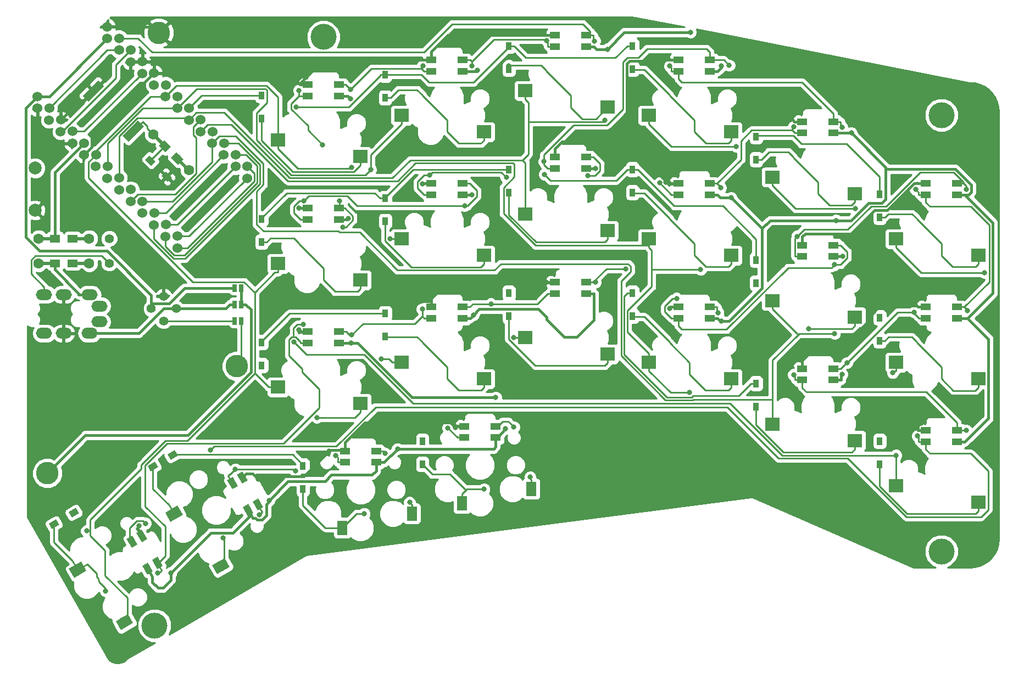
<source format=gtl>
G04 #@! TF.GenerationSoftware,KiCad,Pcbnew,5.0.2-bee76a0~70~ubuntu18.04.1*
G04 #@! TF.CreationDate,2019-06-13T02:51:25+09:00*
G04 #@! TF.ProjectId,fireflower44,66697265-666c-46f7-9765-7234342e6b69,rev?*
G04 #@! TF.SameCoordinates,Original*
G04 #@! TF.FileFunction,Copper,L1,Top*
G04 #@! TF.FilePolarity,Positive*
%FSLAX46Y46*%
G04 Gerber Fmt 4.6, Leading zero omitted, Abs format (unit mm)*
G04 Created by KiCad (PCBNEW 5.0.2-bee76a0~70~ubuntu18.04.1) date 2019年06月13日 02時51分25秒*
%MOMM*%
%LPD*%
G01*
G04 APERTURE LIST*
G04 #@! TA.AperFunction,SMDPad,CuDef*
%ADD10R,1.600000X2.200000*%
G04 #@! TD*
G04 #@! TA.AperFunction,SMDPad,CuDef*
%ADD11R,1.600000X1.000000*%
G04 #@! TD*
G04 #@! TA.AperFunction,ComponentPad*
%ADD12C,1.397000*%
G04 #@! TD*
G04 #@! TA.AperFunction,ComponentPad*
%ADD13C,1.524000*%
G04 #@! TD*
G04 #@! TA.AperFunction,SMDPad,CuDef*
%ADD14R,0.635000X1.143000*%
G04 #@! TD*
G04 #@! TA.AperFunction,ComponentPad*
%ADD15C,3.470000*%
G04 #@! TD*
G04 #@! TA.AperFunction,Conductor*
%ADD16R,2.900000X0.500000*%
G04 #@! TD*
G04 #@! TA.AperFunction,ComponentPad*
%ADD17C,1.600000*%
G04 #@! TD*
G04 #@! TA.AperFunction,SMDPad,CuDef*
%ADD18R,1.500000X1.200000*%
G04 #@! TD*
G04 #@! TA.AperFunction,Conductor*
%ADD19C,0.500000*%
G04 #@! TD*
G04 #@! TA.AperFunction,Conductor*
%ADD20C,0.100000*%
G04 #@! TD*
G04 #@! TA.AperFunction,SMDPad,CuDef*
%ADD21C,1.200000*%
G04 #@! TD*
G04 #@! TA.AperFunction,SMDPad,CuDef*
%ADD22R,2.300000X2.000000*%
G04 #@! TD*
G04 #@! TA.AperFunction,SMDPad,CuDef*
%ADD23C,1.600000*%
G04 #@! TD*
G04 #@! TA.AperFunction,WasherPad*
%ADD24C,4.000000*%
G04 #@! TD*
G04 #@! TA.AperFunction,SMDPad,CuDef*
%ADD25C,1.000000*%
G04 #@! TD*
G04 #@! TA.AperFunction,ComponentPad*
%ADD26C,2.000000*%
G04 #@! TD*
G04 #@! TA.AperFunction,ComponentPad*
%ADD27O,2.500000X1.700000*%
G04 #@! TD*
G04 #@! TA.AperFunction,SMDPad,CuDef*
%ADD28C,1.300000*%
G04 #@! TD*
G04 #@! TA.AperFunction,SMDPad,CuDef*
%ADD29R,0.950000X1.300000*%
G04 #@! TD*
G04 #@! TA.AperFunction,SMDPad,CuDef*
%ADD30C,0.950000*%
G04 #@! TD*
G04 #@! TA.AperFunction,ViaPad*
%ADD31C,0.800000*%
G04 #@! TD*
G04 #@! TA.AperFunction,Conductor*
%ADD32C,0.250000*%
G04 #@! TD*
G04 #@! TA.AperFunction,Conductor*
%ADD33C,0.400000*%
G04 #@! TD*
G04 #@! TA.AperFunction,Conductor*
%ADD34C,0.254000*%
G04 #@! TD*
G04 APERTURE END LIST*
D10*
G04 #@! TO.P,SW22,1*
G04 #@! TO.N,COL3*
X138710000Y-94505000D03*
G04 #@! TO.P,SW22,2*
G04 #@! TO.N,Net-(D22-Pad2)*
X128010000Y-96705000D03*
G04 #@! TD*
D11*
G04 #@! TO.P,L16,2*
G04 #@! TO.N,GND*
X128410000Y-84850000D03*
G04 #@! TO.P,L16,1*
G04 #@! TO.N,Net-(L16-Pad1)*
X128410000Y-86600000D03*
G04 #@! TO.P,L16,3*
G04 #@! TO.N,Net-(L15-Pad1)*
X133210000Y-84850000D03*
G04 #@! TO.P,L16,4*
G04 #@! TO.N,VCC*
X133210000Y-86600000D03*
G04 #@! TD*
D12*
G04 #@! TO.P,J9,1*
G04 #@! TO.N,GND*
X82042000Y-64770000D03*
G04 #@! TD*
G04 #@! TO.P,J8,1*
G04 #@! TO.N,VCC*
X83997000Y-66675000D03*
G04 #@! TD*
G04 #@! TO.P,J6,1*
G04 #@! TO.N,Net-(J6-Pad1)*
X82042000Y-68580000D03*
G04 #@! TD*
G04 #@! TO.P,J7,1*
G04 #@! TO.N,BAT+*
X80137000Y-66675000D03*
G04 #@! TD*
D13*
G04 #@! TO.P,U1,26*
G04 #@! TO.N,GND*
X62588303Y-35790662D03*
G04 #@! TO.P,U1,25*
G04 #@! TO.N,BAT+*
X62614042Y-33968872D03*
X73364610Y-25014354D03*
G04 #@! TO.P,U1,26*
G04 #@! TO.N,GND*
X73364610Y-23218303D03*
G04 #@! TO.P,U1,24*
G04 #@! TO.N,Net-(U1-Pad24)*
X75160662Y-26810406D03*
G04 #@! TO.P,U1,23*
G04 #@! TO.N,GND*
X76956713Y-28606457D03*
G04 #@! TO.P,U1,22*
G04 #@! TO.N,RST*
X78752764Y-30402508D03*
G04 #@! TO.P,U1,21*
G04 #@! TO.N,VCC*
X80548815Y-32198559D03*
G04 #@! TO.P,U1,20*
G04 #@! TO.N,COL0*
X82344867Y-33994610D03*
G04 #@! TO.P,U1,19*
G04 #@! TO.N,COL1*
X84140918Y-35790662D03*
G04 #@! TO.P,U1,18*
G04 #@! TO.N,COL2*
X85936969Y-37586713D03*
G04 #@! TO.P,U1,17*
G04 #@! TO.N,COL3*
X87733020Y-39382764D03*
G04 #@! TO.P,U1,16*
G04 #@! TO.N,COL4*
X89529071Y-41178815D03*
G04 #@! TO.P,U1,15*
G04 #@! TO.N,COL5*
X91325123Y-42974867D03*
G04 #@! TO.P,U1,14*
G04 #@! TO.N,Net-(U1-Pad14)*
X93121174Y-44770918D03*
G04 #@! TO.P,U1,13*
G04 #@! TO.N,SPEKER*
X94917225Y-46566969D03*
G04 #@! TO.P,U1,12*
G04 #@! TO.N,Net-(U1-Pad12)*
X84140918Y-57343276D03*
G04 #@! TO.P,U1,11*
G04 #@! TO.N,Net-(U1-Pad11)*
X82344867Y-55547225D03*
G04 #@! TO.P,U1,10*
G04 #@! TO.N,ROW3*
X80548815Y-53751174D03*
G04 #@! TO.P,U1,9*
G04 #@! TO.N,ROW2*
X78752764Y-51955123D03*
G04 #@! TO.P,U1,8*
G04 #@! TO.N,ROW1*
X76956713Y-50159071D03*
G04 #@! TO.P,U1,7*
G04 #@! TO.N,ROW0*
X75160662Y-48363020D03*
G04 #@! TO.P,U1,6*
G04 #@! TO.N,SCL*
X73364610Y-46566969D03*
G04 #@! TO.P,U1,5*
G04 #@! TO.N,SDA*
X71568559Y-44770918D03*
G04 #@! TO.P,U1,4*
G04 #@! TO.N,GND*
X69772508Y-42974867D03*
G04 #@! TO.P,U1,3*
X67976457Y-41178815D03*
G04 #@! TO.P,U1,2*
G04 #@! TO.N,DATA*
X66180406Y-39382764D03*
G04 #@! TO.P,U1,1*
G04 #@! TO.N,LED*
X64384354Y-37586713D03*
X75186400Y-24988616D03*
G04 #@! TO.P,U1,2*
G04 #@! TO.N,DATA*
X76982452Y-26784667D03*
G04 #@! TO.P,U1,3*
G04 #@! TO.N,GND*
X78778503Y-28580718D03*
G04 #@! TO.P,U1,4*
X80574554Y-30376769D03*
G04 #@! TO.P,U1,5*
G04 #@! TO.N,SDA*
X82370605Y-32172821D03*
G04 #@! TO.P,U1,6*
G04 #@! TO.N,SCL*
X84166657Y-33968872D03*
G04 #@! TO.P,U1,7*
G04 #@! TO.N,ROW0*
X85962708Y-35764923D03*
G04 #@! TO.P,U1,8*
G04 #@! TO.N,ROW1*
X87758759Y-37560974D03*
G04 #@! TO.P,U1,9*
G04 #@! TO.N,ROW2*
X89554810Y-39357025D03*
G04 #@! TO.P,U1,10*
G04 #@! TO.N,ROW3*
X91350861Y-41153077D03*
G04 #@! TO.P,U1,11*
G04 #@! TO.N,Net-(U1-Pad11)*
X93146913Y-42949128D03*
G04 #@! TO.P,U1,12*
G04 #@! TO.N,Net-(U1-Pad12)*
X94942964Y-44745179D03*
G04 #@! TO.P,U1,13*
G04 #@! TO.N,SPEKER*
X84180799Y-55507344D03*
G04 #@! TO.P,U1,14*
G04 #@! TO.N,Net-(U1-Pad14)*
X82384747Y-53711293D03*
G04 #@! TO.P,U1,15*
G04 #@! TO.N,COL5*
X80588696Y-51915242D03*
G04 #@! TO.P,U1,16*
G04 #@! TO.N,COL4*
X78792645Y-50119191D03*
G04 #@! TO.P,U1,17*
G04 #@! TO.N,COL3*
X76996594Y-48323139D03*
G04 #@! TO.P,U1,18*
G04 #@! TO.N,COL2*
X75200543Y-46527088D03*
G04 #@! TO.P,U1,19*
G04 #@! TO.N,COL1*
X73404491Y-44731037D03*
G04 #@! TO.P,U1,20*
G04 #@! TO.N,COL0*
X71608440Y-42934986D03*
G04 #@! TO.P,U1,21*
G04 #@! TO.N,VCC*
X69812389Y-41138935D03*
G04 #@! TO.P,U1,22*
G04 #@! TO.N,RST*
X68016338Y-39342883D03*
G04 #@! TO.P,U1,23*
G04 #@! TO.N,GND*
X66220286Y-37546832D03*
G04 #@! TO.P,U1,24*
G04 #@! TO.N,Net-(U1-Pad24)*
X64424235Y-35750781D03*
G04 #@! TD*
D14*
G04 #@! TO.P,JP2,2*
G04 #@! TO.N,Net-(J4-Pad1)*
X93979980Y-63500000D03*
G04 #@! TO.P,JP2,1*
G04 #@! TO.N,BAT+*
X92979220Y-63500000D03*
G04 #@! TD*
D15*
G04 #@! TO.P,J4,1*
G04 #@! TO.N,Net-(J4-Pad1)*
X64135000Y-92075000D03*
G04 #@! TD*
G04 #@! TO.P,J5,1*
G04 #@! TO.N,GND*
X81280000Y-24130000D03*
G04 #@! TD*
D16*
G04 #@! TO.N,VCC*
G04 #@! TO.C,R1*
X64175000Y-55880000D03*
G04 #@! TO.N,SDA*
X69175000Y-55880000D03*
D17*
G04 #@! TD*
G04 #@! TO.P,R1,1*
G04 #@! TO.N,VCC*
X62775000Y-55880000D03*
G04 #@! TO.P,R1,2*
G04 #@! TO.N,SDA*
X70575000Y-55880000D03*
D18*
X68025000Y-55880000D03*
G04 #@! TO.P,R1,1*
G04 #@! TO.N,VCC*
X65325000Y-55880000D03*
G04 #@! TD*
D16*
G04 #@! TO.N,VCC*
G04 #@! TO.C,R2*
X64175000Y-59690000D03*
G04 #@! TO.N,SCL*
X69175000Y-59690000D03*
D17*
G04 #@! TD*
G04 #@! TO.P,R2,1*
G04 #@! TO.N,VCC*
X62775000Y-59690000D03*
G04 #@! TO.P,R2,2*
G04 #@! TO.N,SCL*
X70575000Y-59690000D03*
D18*
X68025000Y-59690000D03*
G04 #@! TO.P,R2,1*
G04 #@! TO.N,VCC*
X65325000Y-59690000D03*
G04 #@! TD*
D19*
G04 #@! TO.N,Net-(D23-Pad1)*
G04 #@! TO.C,R3*
X81417233Y-40777233D03*
D20*
G36*
X82619315Y-41625761D02*
X82265761Y-41979315D01*
X80215151Y-39928705D01*
X80568705Y-39575151D01*
X82619315Y-41625761D01*
X82619315Y-41625761D01*
G37*
D19*
G04 #@! TO.N,SPEKER*
X84952767Y-44312767D03*
D20*
G36*
X86154849Y-45161295D02*
X85801295Y-45514849D01*
X83750685Y-43464239D01*
X84104239Y-43110685D01*
X86154849Y-45161295D01*
X86154849Y-45161295D01*
G37*
D17*
G04 #@! TD*
G04 #@! TO.P,R3,1*
G04 #@! TO.N,Net-(D23-Pad1)*
X80427284Y-39787284D03*
G04 #@! TO.P,R3,2*
G04 #@! TO.N,SPEKER*
X85942716Y-45302716D03*
D21*
X84139594Y-43499594D03*
D20*
G04 #@! TD*
G04 #@! TO.N,SPEKER*
G04 #@! TO.C,R3*
G36*
X85094188Y-43605660D02*
X84245660Y-44454188D01*
X83185000Y-43393528D01*
X84033528Y-42545000D01*
X85094188Y-43605660D01*
X85094188Y-43605660D01*
G37*
D21*
G04 #@! TO.P,R3,1*
G04 #@! TO.N,Net-(D23-Pad1)*
X82230406Y-41590406D03*
D20*
G04 #@! TD*
G04 #@! TO.N,Net-(D23-Pad1)*
G04 #@! TO.C,R3*
G36*
X83185000Y-41696472D02*
X82336472Y-42545000D01*
X81275812Y-41484340D01*
X82124340Y-40635812D01*
X83185000Y-41696472D01*
X83185000Y-41696472D01*
G37*
D22*
G04 #@! TO.P,SW1,1*
G04 #@! TO.N,COL0*
X99680000Y-40680000D03*
G04 #@! TO.P,SW1,2*
G04 #@! TO.N,Net-(D1-Pad2)*
X112380000Y-43220000D03*
G04 #@! TD*
G04 #@! TO.P,SW2,1*
G04 #@! TO.N,COL1*
X118730000Y-36870000D03*
G04 #@! TO.P,SW2,2*
G04 #@! TO.N,Net-(D2-Pad2)*
X131430000Y-39410000D03*
G04 #@! TD*
G04 #@! TO.P,SW3,1*
G04 #@! TO.N,COL2*
X137780000Y-33060000D03*
G04 #@! TO.P,SW3,2*
G04 #@! TO.N,Net-(D3-Pad2)*
X150480000Y-35600000D03*
G04 #@! TD*
G04 #@! TO.P,SW4,1*
G04 #@! TO.N,COL3*
X156830000Y-36870000D03*
G04 #@! TO.P,SW4,2*
G04 #@! TO.N,Net-(D4-Pad2)*
X169530000Y-39410000D03*
G04 #@! TD*
G04 #@! TO.P,SW5,1*
G04 #@! TO.N,COL4*
X175880000Y-46395000D03*
G04 #@! TO.P,SW5,2*
G04 #@! TO.N,Net-(D5-Pad2)*
X188580000Y-48935000D03*
G04 #@! TD*
G04 #@! TO.P,SW6,1*
G04 #@! TO.N,COL5*
X194930000Y-55920000D03*
G04 #@! TO.P,SW6,2*
G04 #@! TO.N,Net-(D6-Pad2)*
X207630000Y-58460000D03*
G04 #@! TD*
G04 #@! TO.P,SW7,1*
G04 #@! TO.N,COL0*
X99680000Y-59730000D03*
G04 #@! TO.P,SW7,2*
G04 #@! TO.N,Net-(D7-Pad2)*
X112380000Y-62270000D03*
G04 #@! TD*
G04 #@! TO.P,SW8,1*
G04 #@! TO.N,COL1*
X118730000Y-55920000D03*
G04 #@! TO.P,SW8,2*
G04 #@! TO.N,Net-(D8-Pad2)*
X131430000Y-58460000D03*
G04 #@! TD*
G04 #@! TO.P,SW9,1*
G04 #@! TO.N,COL2*
X137780000Y-52110000D03*
G04 #@! TO.P,SW9,2*
G04 #@! TO.N,Net-(D9-Pad2)*
X150480000Y-54650000D03*
G04 #@! TD*
G04 #@! TO.P,SW10,1*
G04 #@! TO.N,COL3*
X156830000Y-55920000D03*
G04 #@! TO.P,SW10,2*
G04 #@! TO.N,Net-(D10-Pad2)*
X169530000Y-58460000D03*
G04 #@! TD*
G04 #@! TO.P,SW11,1*
G04 #@! TO.N,COL4*
X175880000Y-65445000D03*
G04 #@! TO.P,SW11,2*
G04 #@! TO.N,Net-(D11-Pad2)*
X188580000Y-67985000D03*
G04 #@! TD*
G04 #@! TO.P,SW12,1*
G04 #@! TO.N,COL5*
X194930000Y-74970000D03*
G04 #@! TO.P,SW12,2*
G04 #@! TO.N,Net-(D12-Pad2)*
X207630000Y-77510000D03*
G04 #@! TD*
G04 #@! TO.P,SW13,1*
G04 #@! TO.N,COL0*
X99680000Y-78780000D03*
G04 #@! TO.P,SW13,2*
G04 #@! TO.N,Net-(D13-Pad2)*
X112380000Y-81320000D03*
G04 #@! TD*
G04 #@! TO.P,SW14,1*
G04 #@! TO.N,COL1*
X118730000Y-74970000D03*
G04 #@! TO.P,SW14,2*
G04 #@! TO.N,Net-(D14-Pad2)*
X131430000Y-77510000D03*
G04 #@! TD*
G04 #@! TO.P,SW15,1*
G04 #@! TO.N,COL2*
X137780000Y-71160000D03*
G04 #@! TO.P,SW15,2*
G04 #@! TO.N,Net-(D15-Pad2)*
X150480000Y-73700000D03*
G04 #@! TD*
G04 #@! TO.P,SW16,1*
G04 #@! TO.N,COL3*
X156830000Y-74970000D03*
G04 #@! TO.P,SW16,2*
G04 #@! TO.N,Net-(D16-Pad2)*
X169530000Y-77510000D03*
G04 #@! TD*
G04 #@! TO.P,SW17,1*
G04 #@! TO.N,COL4*
X175880000Y-84495000D03*
G04 #@! TO.P,SW17,2*
G04 #@! TO.N,Net-(D17-Pad2)*
X188580000Y-87035000D03*
G04 #@! TD*
G04 #@! TO.P,SW18,1*
G04 #@! TO.N,COL5*
X194930000Y-94020000D03*
G04 #@! TO.P,SW18,2*
G04 #@! TO.N,Net-(D18-Pad2)*
X207630000Y-96560000D03*
G04 #@! TD*
D10*
G04 #@! TO.P,SW21,1*
G04 #@! TO.N,COL2*
X120295000Y-98315000D03*
G04 #@! TO.P,SW21,2*
G04 #@! TO.N,Net-(D21-Pad2)*
X109595000Y-100515000D03*
G04 #@! TD*
D23*
G04 #@! TO.P,SW19,2*
G04 #@! TO.N,Net-(D19-Pad2)*
X68801450Y-106951129D03*
D20*
G04 #@! TD*
G04 #@! TO.N,Net-(D19-Pad2)*
G04 #@! TO.C,SW19*
G36*
X70154078Y-107093949D02*
X68248822Y-108193949D01*
X67448822Y-106808309D01*
X69354078Y-105708309D01*
X70154078Y-107093949D01*
X70154078Y-107093949D01*
G37*
D23*
G04 #@! TO.P,SW19,1*
G04 #@! TO.N,COL0*
X76006706Y-115030998D03*
D20*
G04 #@! TD*
G04 #@! TO.N,COL0*
G04 #@! TO.C,SW19*
G36*
X77359334Y-115173818D02*
X75454078Y-116273818D01*
X74654078Y-114888178D01*
X76559334Y-113788178D01*
X77359334Y-115173818D01*
X77359334Y-115173818D01*
G37*
D23*
G04 #@! TO.P,SW20,2*
G04 #@! TO.N,Net-(D20-Pad2)*
X83660450Y-98315129D03*
D20*
G04 #@! TD*
G04 #@! TO.N,Net-(D20-Pad2)*
G04 #@! TO.C,SW20*
G36*
X85013078Y-98457949D02*
X83107822Y-99557949D01*
X82307822Y-98172309D01*
X84213078Y-97072309D01*
X85013078Y-98457949D01*
X85013078Y-98457949D01*
G37*
D23*
G04 #@! TO.P,SW20,1*
G04 #@! TO.N,COL1*
X90865706Y-106394998D03*
D20*
G04 #@! TD*
G04 #@! TO.N,COL1*
G04 #@! TO.C,SW20*
G36*
X92218334Y-106537818D02*
X90313078Y-107637818D01*
X89513078Y-106252178D01*
X91418334Y-105152178D01*
X92218334Y-106537818D01*
X92218334Y-106537818D01*
G37*
D24*
G04 #@! TO.P,Ref1,*
G04 #@! TO.N,*
X106680000Y-24765000D03*
G04 #@! TD*
G04 #@! TO.P,Ref3,*
G04 #@! TO.N,*
X80645000Y-115570000D03*
G04 #@! TD*
G04 #@! TO.P,Ref5,*
G04 #@! TO.N,*
X201930000Y-104140000D03*
G04 #@! TD*
D11*
G04 #@! TO.P,L1,2*
G04 #@! TO.N,GND*
X142380000Y-24525000D03*
G04 #@! TO.P,L1,1*
G04 #@! TO.N,Net-(L1-Pad1)*
X142380000Y-26275000D03*
G04 #@! TO.P,L1,3*
G04 #@! TO.N,LED*
X147180000Y-24525000D03*
G04 #@! TO.P,L1,4*
G04 #@! TO.N,VCC*
X147180000Y-26275000D03*
G04 #@! TD*
G04 #@! TO.P,L2,2*
G04 #@! TO.N,GND*
X123330000Y-28335000D03*
G04 #@! TO.P,L2,1*
G04 #@! TO.N,Net-(L2-Pad1)*
X123330000Y-30085000D03*
G04 #@! TO.P,L2,3*
G04 #@! TO.N,Net-(L1-Pad1)*
X128130000Y-28335000D03*
G04 #@! TO.P,L2,4*
G04 #@! TO.N,VCC*
X128130000Y-30085000D03*
G04 #@! TD*
G04 #@! TO.P,L3,2*
G04 #@! TO.N,GND*
X104280000Y-32145000D03*
G04 #@! TO.P,L3,1*
G04 #@! TO.N,Net-(L3-Pad1)*
X104280000Y-33895000D03*
G04 #@! TO.P,L3,3*
G04 #@! TO.N,Net-(L2-Pad1)*
X109080000Y-32145000D03*
G04 #@! TO.P,L3,4*
G04 #@! TO.N,VCC*
X109080000Y-33895000D03*
G04 #@! TD*
G04 #@! TO.P,L4,2*
G04 #@! TO.N,GND*
X104280000Y-51195000D03*
G04 #@! TO.P,L4,1*
G04 #@! TO.N,Net-(L4-Pad1)*
X104280000Y-52945000D03*
G04 #@! TO.P,L4,3*
G04 #@! TO.N,Net-(L3-Pad1)*
X109080000Y-51195000D03*
G04 #@! TO.P,L4,4*
G04 #@! TO.N,VCC*
X109080000Y-52945000D03*
G04 #@! TD*
G04 #@! TO.P,L5,2*
G04 #@! TO.N,GND*
X123330000Y-47385000D03*
G04 #@! TO.P,L5,1*
G04 #@! TO.N,Net-(L5-Pad1)*
X123330000Y-49135000D03*
G04 #@! TO.P,L5,3*
G04 #@! TO.N,Net-(L4-Pad1)*
X128130000Y-47385000D03*
G04 #@! TO.P,L5,4*
G04 #@! TO.N,VCC*
X128130000Y-49135000D03*
G04 #@! TD*
G04 #@! TO.P,L6,2*
G04 #@! TO.N,GND*
X142380000Y-43321000D03*
G04 #@! TO.P,L6,1*
G04 #@! TO.N,Net-(L6-Pad1)*
X142380000Y-45071000D03*
G04 #@! TO.P,L6,3*
G04 #@! TO.N,Net-(L5-Pad1)*
X147180000Y-43321000D03*
G04 #@! TO.P,L6,4*
G04 #@! TO.N,VCC*
X147180000Y-45071000D03*
G04 #@! TD*
G04 #@! TO.P,L7,2*
G04 #@! TO.N,GND*
X161430000Y-28335000D03*
G04 #@! TO.P,L7,1*
G04 #@! TO.N,Net-(L7-Pad1)*
X161430000Y-30085000D03*
G04 #@! TO.P,L7,3*
G04 #@! TO.N,Net-(L6-Pad1)*
X166230000Y-28335000D03*
G04 #@! TO.P,L7,4*
G04 #@! TO.N,VCC*
X166230000Y-30085000D03*
G04 #@! TD*
G04 #@! TO.P,L8,2*
G04 #@! TO.N,GND*
X180480000Y-37860000D03*
G04 #@! TO.P,L8,1*
G04 #@! TO.N,Net-(L8-Pad1)*
X180480000Y-39610000D03*
G04 #@! TO.P,L8,3*
G04 #@! TO.N,Net-(L7-Pad1)*
X185280000Y-37860000D03*
G04 #@! TO.P,L8,4*
G04 #@! TO.N,VCC*
X185280000Y-39610000D03*
G04 #@! TD*
G04 #@! TO.P,L9,2*
G04 #@! TO.N,GND*
X161430000Y-47385000D03*
G04 #@! TO.P,L9,1*
G04 #@! TO.N,Net-(L10-Pad3)*
X161430000Y-49135000D03*
G04 #@! TO.P,L9,3*
G04 #@! TO.N,Net-(L8-Pad1)*
X166230000Y-47385000D03*
G04 #@! TO.P,L9,4*
G04 #@! TO.N,VCC*
X166230000Y-49135000D03*
G04 #@! TD*
G04 #@! TO.P,L10,2*
G04 #@! TO.N,GND*
X142380000Y-62625000D03*
G04 #@! TO.P,L10,1*
G04 #@! TO.N,Net-(L10-Pad1)*
X142380000Y-64375000D03*
G04 #@! TO.P,L10,3*
G04 #@! TO.N,Net-(L10-Pad3)*
X147180000Y-62625000D03*
G04 #@! TO.P,L10,4*
G04 #@! TO.N,VCC*
X147180000Y-64375000D03*
G04 #@! TD*
G04 #@! TO.P,L11,2*
G04 #@! TO.N,GND*
X123330000Y-66435000D03*
G04 #@! TO.P,L11,1*
G04 #@! TO.N,Net-(L11-Pad1)*
X123330000Y-68185000D03*
G04 #@! TO.P,L11,3*
G04 #@! TO.N,Net-(L10-Pad1)*
X128130000Y-66435000D03*
G04 #@! TO.P,L11,4*
G04 #@! TO.N,VCC*
X128130000Y-68185000D03*
G04 #@! TD*
G04 #@! TO.P,L12,2*
G04 #@! TO.N,GND*
X104280000Y-70245000D03*
G04 #@! TO.P,L12,1*
G04 #@! TO.N,Net-(L12-Pad1)*
X104280000Y-71995000D03*
G04 #@! TO.P,L12,3*
G04 #@! TO.N,Net-(L11-Pad1)*
X109080000Y-70245000D03*
G04 #@! TO.P,L12,4*
G04 #@! TO.N,VCC*
X109080000Y-71995000D03*
G04 #@! TD*
D25*
G04 #@! TO.P,L13,2*
G04 #@! TO.N,GND*
X78678772Y-101751039D03*
D20*
G04 #@! TD*
G04 #@! TO.N,GND*
G04 #@! TO.C,L13*
G36*
X77845759Y-101308219D02*
X78711785Y-100808219D01*
X79511785Y-102193859D01*
X78645759Y-102693859D01*
X77845759Y-101308219D01*
X77845759Y-101308219D01*
G37*
D25*
G04 #@! TO.P,L13,1*
G04 #@! TO.N,Net-(L13-Pad1)*
X77163228Y-102626039D03*
D20*
G04 #@! TD*
G04 #@! TO.N,Net-(L13-Pad1)*
G04 #@! TO.C,L13*
G36*
X76330215Y-102183219D02*
X77196241Y-101683219D01*
X77996241Y-103068859D01*
X77130215Y-103568859D01*
X76330215Y-102183219D01*
X76330215Y-102183219D01*
G37*
D25*
G04 #@! TO.P,L13,3*
G04 #@! TO.N,Net-(L12-Pad1)*
X81078772Y-105907961D03*
D20*
G04 #@! TD*
G04 #@! TO.N,Net-(L12-Pad1)*
G04 #@! TO.C,L13*
G36*
X80245759Y-105465141D02*
X81111785Y-104965141D01*
X81911785Y-106350781D01*
X81045759Y-106850781D01*
X80245759Y-105465141D01*
X80245759Y-105465141D01*
G37*
D25*
G04 #@! TO.P,L13,4*
G04 #@! TO.N,VCC*
X79563228Y-106782961D03*
D20*
G04 #@! TD*
G04 #@! TO.N,VCC*
G04 #@! TO.C,L13*
G36*
X78730215Y-106340141D02*
X79596241Y-105840141D01*
X80396241Y-107225781D01*
X79530215Y-107725781D01*
X78730215Y-106340141D01*
X78730215Y-106340141D01*
G37*
D25*
G04 #@! TO.P,L14,2*
G04 #@! TO.N,GND*
X94172772Y-92734039D03*
D20*
G04 #@! TD*
G04 #@! TO.N,GND*
G04 #@! TO.C,L14*
G36*
X93339759Y-92291219D02*
X94205785Y-91791219D01*
X95005785Y-93176859D01*
X94139759Y-93676859D01*
X93339759Y-92291219D01*
X93339759Y-92291219D01*
G37*
D25*
G04 #@! TO.P,L14,1*
G04 #@! TO.N,Net-(L14-Pad1)*
X92657228Y-93609039D03*
D20*
G04 #@! TD*
G04 #@! TO.N,Net-(L14-Pad1)*
G04 #@! TO.C,L14*
G36*
X91824215Y-93166219D02*
X92690241Y-92666219D01*
X93490241Y-94051859D01*
X92624215Y-94551859D01*
X91824215Y-93166219D01*
X91824215Y-93166219D01*
G37*
D25*
G04 #@! TO.P,L14,3*
G04 #@! TO.N,Net-(L13-Pad1)*
X96572772Y-96890961D03*
D20*
G04 #@! TD*
G04 #@! TO.N,Net-(L13-Pad1)*
G04 #@! TO.C,L14*
G36*
X95739759Y-96448141D02*
X96605785Y-95948141D01*
X97405785Y-97333781D01*
X96539759Y-97833781D01*
X95739759Y-96448141D01*
X95739759Y-96448141D01*
G37*
D25*
G04 #@! TO.P,L14,4*
G04 #@! TO.N,VCC*
X95057228Y-97765961D03*
D20*
G04 #@! TD*
G04 #@! TO.N,VCC*
G04 #@! TO.C,L14*
G36*
X94224215Y-97323141D02*
X95090241Y-96823141D01*
X95890241Y-98208781D01*
X95024215Y-98708781D01*
X94224215Y-97323141D01*
X94224215Y-97323141D01*
G37*
D11*
G04 #@! TO.P,L15,2*
G04 #@! TO.N,GND*
X109995000Y-88660000D03*
G04 #@! TO.P,L15,1*
G04 #@! TO.N,Net-(L15-Pad1)*
X109995000Y-90410000D03*
G04 #@! TO.P,L15,3*
G04 #@! TO.N,Net-(L14-Pad1)*
X114795000Y-88660000D03*
G04 #@! TO.P,L15,4*
G04 #@! TO.N,VCC*
X114795000Y-90410000D03*
G04 #@! TD*
G04 #@! TO.P,L17,2*
G04 #@! TO.N,GND*
X161430000Y-66435000D03*
G04 #@! TO.P,L17,1*
G04 #@! TO.N,Net-(L17-Pad1)*
X161430000Y-68185000D03*
G04 #@! TO.P,L17,3*
G04 #@! TO.N,Net-(L16-Pad1)*
X166230000Y-66435000D03*
G04 #@! TO.P,L17,4*
G04 #@! TO.N,VCC*
X166230000Y-68185000D03*
G04 #@! TD*
G04 #@! TO.P,L18,2*
G04 #@! TO.N,GND*
X180480000Y-56910000D03*
G04 #@! TO.P,L18,1*
G04 #@! TO.N,Net-(L18-Pad1)*
X180480000Y-58660000D03*
G04 #@! TO.P,L18,3*
G04 #@! TO.N,Net-(L17-Pad1)*
X185280000Y-56910000D03*
G04 #@! TO.P,L18,4*
G04 #@! TO.N,VCC*
X185280000Y-58660000D03*
G04 #@! TD*
G04 #@! TO.P,L19,2*
G04 #@! TO.N,GND*
X199530000Y-47385000D03*
G04 #@! TO.P,L19,1*
G04 #@! TO.N,Net-(L19-Pad1)*
X199530000Y-49135000D03*
G04 #@! TO.P,L19,3*
G04 #@! TO.N,Net-(L18-Pad1)*
X204330000Y-47385000D03*
G04 #@! TO.P,L19,4*
G04 #@! TO.N,VCC*
X204330000Y-49135000D03*
G04 #@! TD*
G04 #@! TO.P,L20,2*
G04 #@! TO.N,GND*
X199530000Y-66435000D03*
G04 #@! TO.P,L20,1*
G04 #@! TO.N,Net-(L20-Pad1)*
X199530000Y-68185000D03*
G04 #@! TO.P,L20,3*
G04 #@! TO.N,Net-(L19-Pad1)*
X204330000Y-66435000D03*
G04 #@! TO.P,L20,4*
G04 #@! TO.N,VCC*
X204330000Y-68185000D03*
G04 #@! TD*
G04 #@! TO.P,L21,2*
G04 #@! TO.N,GND*
X180480000Y-75960000D03*
G04 #@! TO.P,L21,1*
G04 #@! TO.N,Net-(L21-Pad1)*
X180480000Y-77710000D03*
G04 #@! TO.P,L21,3*
G04 #@! TO.N,Net-(L20-Pad1)*
X185280000Y-75960000D03*
G04 #@! TO.P,L21,4*
G04 #@! TO.N,VCC*
X185280000Y-77710000D03*
G04 #@! TD*
G04 #@! TO.P,L22,2*
G04 #@! TO.N,GND*
X199530000Y-85485000D03*
G04 #@! TO.P,L22,1*
G04 #@! TO.N,Net-(J6-Pad1)*
X199530000Y-87235000D03*
G04 #@! TO.P,L22,3*
G04 #@! TO.N,Net-(L21-Pad1)*
X204330000Y-85485000D03*
G04 #@! TO.P,L22,4*
G04 #@! TO.N,VCC*
X204330000Y-87235000D03*
G04 #@! TD*
D26*
G04 #@! TO.P,SW23,1*
G04 #@! TO.N,GND*
X62230000Y-51510000D03*
G04 #@! TO.P,SW23,2*
G04 #@! TO.N,RST*
X62230000Y-45010000D03*
G04 #@! TD*
D24*
G04 #@! TO.P,Ref2,*
G04 #@! TO.N,*
X201930000Y-36830000D03*
G04 #@! TD*
D14*
G04 #@! TO.P,JP1,1*
G04 #@! TO.N,Net-(J6-Pad1)*
X92979220Y-68580000D03*
G04 #@! TO.P,JP1,2*
G04 #@! TO.N,Net-(J3-Pad1)*
X93979980Y-68580000D03*
G04 #@! TD*
G04 #@! TO.P,JP3,1*
G04 #@! TO.N,VCC*
X92979220Y-66040000D03*
G04 #@! TO.P,JP3,2*
G04 #@! TO.N,Net-(J4-Pad1)*
X93979980Y-66040000D03*
G04 #@! TD*
D27*
G04 #@! TO.P,TRRS1,D*
G04 #@! TO.N,VCC*
X70625000Y-70485000D03*
G04 #@! TO.P,TRRS1,A*
G04 #@! TO.N,Net-(J1-Pad1)*
X72125000Y-66285000D03*
G04 #@! TO.P,TRRS1,B*
G04 #@! TO.N,DATA*
X63625000Y-70485000D03*
G04 #@! TO.P,TRRS1,C*
G04 #@! TO.N,GND*
X66625000Y-70485000D03*
G04 #@! TO.P,TRRS1,B*
G04 #@! TO.N,DATA*
X63625000Y-64535000D03*
G04 #@! TO.P,TRRS1,C*
G04 #@! TO.N,GND*
X66625000Y-64535000D03*
G04 #@! TO.P,TRRS1,D*
G04 #@! TO.N,VCC*
X70625000Y-64535000D03*
G04 #@! TO.P,TRRS1,A*
G04 #@! TO.N,Net-(J1-Pad1)*
X72125000Y-68735000D03*
G04 #@! TD*
D28*
G04 #@! TO.P,LS1,2*
G04 #@! TO.N,GND*
X71219086Y-33119086D03*
D20*
G04 #@! TD*
G04 #@! TO.N,GND*
G04 #@! TO.C,LS1*
G36*
X72880787Y-32376624D02*
X70476624Y-34780787D01*
X69557385Y-33861548D01*
X71961548Y-31457385D01*
X72880787Y-32376624D01*
X72880787Y-32376624D01*
G37*
D28*
G04 #@! TO.P,LS1,1*
G04 #@! TO.N,Net-(D23-Pad1)*
X77370914Y-39270914D03*
D20*
G04 #@! TD*
G04 #@! TO.N,Net-(D23-Pad1)*
G04 #@! TO.C,LS1*
G36*
X79032615Y-38528452D02*
X76628452Y-40932615D01*
X75709213Y-40013376D01*
X78113376Y-37609213D01*
X79032615Y-38528452D01*
X79032615Y-38528452D01*
G37*
D29*
G04 #@! TO.P,D1,1*
G04 #@! TO.N,ROW0*
X97155000Y-33785000D03*
G04 #@! TO.P,D1,2*
G04 #@! TO.N,Net-(D1-Pad2)*
X97155000Y-37335000D03*
G04 #@! TD*
G04 #@! TO.P,D2,1*
G04 #@! TO.N,ROW0*
X116205000Y-30610000D03*
G04 #@! TO.P,D2,2*
G04 #@! TO.N,Net-(D2-Pad2)*
X116205000Y-34160000D03*
G04 #@! TD*
G04 #@! TO.P,D3,2*
G04 #@! TO.N,Net-(D3-Pad2)*
X135255000Y-29715000D03*
G04 #@! TO.P,D3,1*
G04 #@! TO.N,ROW0*
X135255000Y-26165000D03*
G04 #@! TD*
G04 #@! TO.P,D4,2*
G04 #@! TO.N,Net-(D4-Pad2)*
X154305000Y-29715000D03*
G04 #@! TO.P,D4,1*
G04 #@! TO.N,ROW0*
X154305000Y-26165000D03*
G04 #@! TD*
G04 #@! TO.P,D5,1*
G04 #@! TO.N,ROW0*
X173355000Y-40135000D03*
G04 #@! TO.P,D5,2*
G04 #@! TO.N,Net-(D5-Pad2)*
X173355000Y-43685000D03*
G04 #@! TD*
G04 #@! TO.P,D6,2*
G04 #@! TO.N,Net-(D6-Pad2)*
X192405000Y-52575000D03*
G04 #@! TO.P,D6,1*
G04 #@! TO.N,ROW0*
X192405000Y-49025000D03*
G04 #@! TD*
G04 #@! TO.P,D7,2*
G04 #@! TO.N,Net-(D7-Pad2)*
X97155000Y-56385000D03*
G04 #@! TO.P,D7,1*
G04 #@! TO.N,ROW1*
X97155000Y-52835000D03*
G04 #@! TD*
G04 #@! TO.P,D8,1*
G04 #@! TO.N,ROW1*
X116205000Y-49660000D03*
G04 #@! TO.P,D8,2*
G04 #@! TO.N,Net-(D8-Pad2)*
X116205000Y-53210000D03*
G04 #@! TD*
G04 #@! TO.P,D9,2*
G04 #@! TO.N,Net-(D9-Pad2)*
X135255000Y-48765000D03*
G04 #@! TO.P,D9,1*
G04 #@! TO.N,ROW1*
X135255000Y-45215000D03*
G04 #@! TD*
G04 #@! TO.P,D10,2*
G04 #@! TO.N,Net-(D10-Pad2)*
X154305000Y-48765000D03*
G04 #@! TO.P,D10,1*
G04 #@! TO.N,ROW1*
X154305000Y-45215000D03*
G04 #@! TD*
G04 #@! TO.P,D11,2*
G04 #@! TO.N,Net-(D11-Pad2)*
X173355000Y-62735000D03*
G04 #@! TO.P,D11,1*
G04 #@! TO.N,ROW1*
X173355000Y-59185000D03*
G04 #@! TD*
G04 #@! TO.P,D12,2*
G04 #@! TO.N,Net-(D12-Pad2)*
X192405000Y-71625000D03*
G04 #@! TO.P,D12,1*
G04 #@! TO.N,ROW1*
X192405000Y-68075000D03*
G04 #@! TD*
G04 #@! TO.P,D13,2*
G04 #@! TO.N,Net-(D13-Pad2)*
X97155000Y-75435000D03*
G04 #@! TO.P,D13,1*
G04 #@! TO.N,ROW2*
X97155000Y-71885000D03*
G04 #@! TD*
G04 #@! TO.P,D14,2*
G04 #@! TO.N,Net-(D14-Pad2)*
X116205000Y-70990000D03*
G04 #@! TO.P,D14,1*
G04 #@! TO.N,ROW2*
X116205000Y-67440000D03*
G04 #@! TD*
G04 #@! TO.P,D15,1*
G04 #@! TO.N,ROW2*
X135255000Y-64265000D03*
G04 #@! TO.P,D15,2*
G04 #@! TO.N,Net-(D15-Pad2)*
X135255000Y-67815000D03*
G04 #@! TD*
G04 #@! TO.P,D16,1*
G04 #@! TO.N,ROW2*
X154305000Y-64265000D03*
G04 #@! TO.P,D16,2*
G04 #@! TO.N,Net-(D16-Pad2)*
X154305000Y-67815000D03*
G04 #@! TD*
G04 #@! TO.P,D17,1*
G04 #@! TO.N,ROW2*
X173355000Y-78235000D03*
G04 #@! TO.P,D17,2*
G04 #@! TO.N,Net-(D17-Pad2)*
X173355000Y-81785000D03*
G04 #@! TD*
G04 #@! TO.P,D18,1*
G04 #@! TO.N,ROW2*
X192405000Y-87125000D03*
G04 #@! TO.P,D18,2*
G04 #@! TO.N,Net-(D18-Pad2)*
X192405000Y-90675000D03*
G04 #@! TD*
D30*
G04 #@! TO.P,D19,1*
G04 #@! TO.N,ROW3*
X68212195Y-98172500D03*
D20*
G04 #@! TD*
G04 #@! TO.N,ROW3*
G04 #@! TO.C,D19*
G36*
X68537612Y-97436138D02*
X69012612Y-98258862D01*
X67886778Y-98908862D01*
X67411778Y-98086138D01*
X68537612Y-97436138D01*
X68537612Y-97436138D01*
G37*
D30*
G04 #@! TO.P,D19,2*
G04 #@! TO.N,Net-(D19-Pad2)*
X65137805Y-99947500D03*
D20*
G04 #@! TD*
G04 #@! TO.N,Net-(D19-Pad2)*
G04 #@! TO.C,D19*
G36*
X65463222Y-99211138D02*
X65938222Y-100033862D01*
X64812388Y-100683862D01*
X64337388Y-99861138D01*
X65463222Y-99211138D01*
X65463222Y-99211138D01*
G37*
D30*
G04 #@! TO.P,D20,1*
G04 #@! TO.N,ROW3*
X83452195Y-89282500D03*
D20*
G04 #@! TD*
G04 #@! TO.N,ROW3*
G04 #@! TO.C,D20*
G36*
X83777612Y-88546138D02*
X84252612Y-89368862D01*
X83126778Y-90018862D01*
X82651778Y-89196138D01*
X83777612Y-88546138D01*
X83777612Y-88546138D01*
G37*
D30*
G04 #@! TO.P,D20,2*
G04 #@! TO.N,Net-(D20-Pad2)*
X80377805Y-91057500D03*
D20*
G04 #@! TD*
G04 #@! TO.N,Net-(D20-Pad2)*
G04 #@! TO.C,D20*
G36*
X80703222Y-90321138D02*
X81178222Y-91143862D01*
X80052388Y-91793862D01*
X79577388Y-90971138D01*
X80703222Y-90321138D01*
X80703222Y-90321138D01*
G37*
D29*
G04 #@! TO.P,D21,2*
G04 #@! TO.N,Net-(D21-Pad2)*
X103505000Y-94485000D03*
G04 #@! TO.P,D21,1*
G04 #@! TO.N,ROW3*
X103505000Y-90935000D03*
G04 #@! TD*
G04 #@! TO.P,D22,1*
G04 #@! TO.N,ROW3*
X121920000Y-87125000D03*
G04 #@! TO.P,D22,2*
G04 #@! TO.N,Net-(D22-Pad2)*
X121920000Y-90675000D03*
G04 #@! TD*
D30*
G04 #@! TO.P,D23,1*
G04 #@! TO.N,Net-(D23-Pad1)*
X80009985Y-43814985D03*
D20*
G04 #@! TD*
G04 #@! TO.N,Net-(D23-Pad1)*
G04 #@! TO.C,D23*
G36*
X79214490Y-43691241D02*
X79886241Y-43019490D01*
X80805480Y-43938729D01*
X80133729Y-44610480D01*
X79214490Y-43691241D01*
X79214490Y-43691241D01*
G37*
D30*
G04 #@! TO.P,D23,2*
G04 #@! TO.N,GND*
X82520215Y-46325215D03*
D20*
G04 #@! TD*
G04 #@! TO.N,GND*
G04 #@! TO.C,D23*
G36*
X81724720Y-46201471D02*
X82396471Y-45529720D01*
X83315710Y-46448959D01*
X82643959Y-47120710D01*
X81724720Y-46201471D01*
X81724720Y-46201471D01*
G37*
D12*
G04 #@! TO.P,J1,1*
G04 #@! TO.N,Net-(J1-Pad1)*
X73660000Y-55880000D03*
G04 #@! TD*
G04 #@! TO.P,J2,1*
G04 #@! TO.N,DATA*
X73660000Y-59690000D03*
G04 #@! TD*
D15*
G04 #@! TO.P,J3,1*
G04 #@! TO.N,Net-(J3-Pad1)*
X93345000Y-75565000D03*
G04 #@! TD*
D31*
G04 #@! TO.N,ROW0*
X102471900Y-35595400D03*
X97155000Y-33655000D03*
X116205000Y-30480000D03*
X135255000Y-26035000D03*
X154305000Y-26035000D03*
X173355000Y-40005000D03*
X192405000Y-48895000D03*
G04 #@! TO.N,Net-(D1-Pad2)*
X97155000Y-37465000D03*
G04 #@! TO.N,Net-(D2-Pad2)*
X116205000Y-34290000D03*
G04 #@! TO.N,Net-(D3-Pad2)*
X135255000Y-29210000D03*
G04 #@! TO.N,Net-(D4-Pad2)*
X154305000Y-29845000D03*
G04 #@! TO.N,Net-(D5-Pad2)*
X173355000Y-43815000D03*
G04 #@! TO.N,Net-(D6-Pad2)*
X192405000Y-52705000D03*
G04 #@! TO.N,ROW1*
X140726500Y-45970700D03*
X97155000Y-52705000D03*
X135255000Y-45085000D03*
X116205000Y-49530000D03*
X154305000Y-45085000D03*
X173355000Y-59055000D03*
X192405000Y-67945000D03*
G04 #@! TO.N,Net-(D7-Pad2)*
X97155000Y-56515000D03*
G04 #@! TO.N,Net-(D8-Pad2)*
X116205000Y-53340000D03*
G04 #@! TO.N,Net-(D9-Pad2)*
X135255000Y-48895000D03*
G04 #@! TO.N,Net-(D10-Pad2)*
X154305000Y-48895000D03*
G04 #@! TO.N,Net-(D11-Pad2)*
X181497200Y-69770300D03*
X173355000Y-62865000D03*
G04 #@! TO.N,Net-(D12-Pad2)*
X192405000Y-71755000D03*
G04 #@! TO.N,ROW2*
X97155000Y-71755000D03*
X116205000Y-67310000D03*
X135255000Y-64135000D03*
X154305000Y-64135000D03*
X173355000Y-78105000D03*
X192405000Y-86995000D03*
G04 #@! TO.N,Net-(D13-Pad2)*
X105641700Y-83471600D03*
X97155000Y-75565000D03*
G04 #@! TO.N,Net-(D14-Pad2)*
X116205000Y-71120000D03*
G04 #@! TO.N,Net-(D15-Pad2)*
X135255000Y-67945000D03*
G04 #@! TO.N,Net-(D16-Pad2)*
X154305000Y-67945000D03*
G04 #@! TO.N,Net-(D17-Pad2)*
X173355000Y-81915000D03*
G04 #@! TO.N,Net-(D18-Pad2)*
X192405000Y-90805000D03*
G04 #@! TO.N,Net-(D19-Pad2)*
X73086000Y-110235800D03*
X65024000Y-99949000D03*
G04 #@! TO.N,ROW3*
X103505000Y-90805000D03*
X121920000Y-86995000D03*
X83566000Y-89154000D03*
X68326000Y-98044000D03*
G04 #@! TO.N,Net-(D20-Pad2)*
X80264000Y-91059000D03*
G04 #@! TO.N,Net-(D21-Pad2)*
X112985500Y-98305500D03*
X103505000Y-94615000D03*
G04 #@! TO.N,Net-(D22-Pad2)*
X131437700Y-94532700D03*
X121920000Y-90805000D03*
G04 #@! TO.N,VCC*
X188067400Y-39610000D03*
X185670600Y-53083300D03*
X130413300Y-29920400D03*
X129542000Y-49135000D03*
X110484600Y-52748800D03*
X110938100Y-71961700D03*
X98276100Y-96275300D03*
X83175100Y-107438900D03*
X110845000Y-34308300D03*
X169520700Y-49559300D03*
X167993200Y-68637100D03*
X129783800Y-67653100D03*
X150430400Y-26662500D03*
X163264000Y-24077900D03*
X168027600Y-29236100D03*
X186682200Y-58577800D03*
X148598400Y-45071000D03*
X118092000Y-88313400D03*
X186590200Y-76811100D03*
X134747000Y-85217000D03*
X133223000Y-80391000D03*
G04 #@! TO.N,LED*
X148470300Y-25391100D03*
G04 #@! TO.N,Net-(L1-Pad1)*
X129548000Y-29266700D03*
X141054400Y-25350400D03*
G04 #@! TO.N,GND*
X160019700Y-66645000D03*
X198809200Y-84339800D03*
X181781800Y-73364200D03*
X121169200Y-65522500D03*
X105566100Y-65522500D03*
X121904300Y-47411100D03*
X96652500Y-92997200D03*
X102866900Y-69984800D03*
X107528500Y-88660000D03*
X102864700Y-51195000D03*
X159482100Y-47225200D03*
X78227700Y-100203800D03*
X178590200Y-37551500D03*
X159065600Y-28335000D03*
X140953100Y-62625000D03*
X82550000Y-46355000D03*
X76200000Y-65405000D03*
X74930000Y-97790000D03*
X93980000Y-83185000D03*
X93980000Y-55880000D03*
X93980000Y-36195000D03*
X136525000Y-39370000D03*
X140335000Y-40005000D03*
X168910000Y-62865000D03*
X173990000Y-50165000D03*
X176530000Y-58134600D03*
X191770000Y-76835000D03*
X196215000Y-69215000D03*
X196850000Y-50800000D03*
X140970000Y-88900000D03*
X132080000Y-62625000D03*
X112395000Y-65522500D03*
X154375500Y-41910000D03*
X150495000Y-41910000D03*
X71755000Y-51435000D03*
X119380000Y-83820000D03*
X117475000Y-41910000D03*
X167640000Y-43815000D03*
X174625000Y-70485000D03*
X100330000Y-52705000D03*
X99060000Y-47625000D03*
X119380000Y-48895000D03*
X118110000Y-52070000D03*
X156210000Y-51435000D03*
X114300000Y-36830000D03*
X99695000Y-73660000D03*
X155575000Y-60960000D03*
X116967000Y-80899000D03*
X141859000Y-78105000D03*
X150749000Y-78359000D03*
X133477000Y-71247000D03*
X136017000Y-56261000D03*
X109093000Y-94107000D03*
X132461000Y-42037000D03*
X148971000Y-58293000D03*
X187294400Y-72009000D03*
X205613000Y-62865000D03*
X188595000Y-78105000D03*
X87249000Y-65405000D03*
X194945000Y-46355000D03*
X150749000Y-62611000D03*
X88773000Y-90551000D03*
X112395000Y-52705000D03*
X160655000Y-71120000D03*
X85725000Y-97790000D03*
X138430000Y-26670000D03*
X156210000Y-70485000D03*
X78105000Y-44450000D03*
X79375000Y-47625000D03*
X127000000Y-85060000D03*
X127889000Y-83185000D03*
X104267000Y-85725000D03*
X201301800Y-79629000D03*
X64389000Y-62103000D03*
X86233000Y-53467000D03*
X86233000Y-49911000D03*
G04 #@! TO.N,Net-(L2-Pad1)*
X121993000Y-29257700D03*
X110858300Y-32909800D03*
G04 #@! TO.N,Net-(L3-Pad1)*
X109645500Y-54117300D03*
X102902200Y-33036300D03*
X106571700Y-41429100D03*
X109171800Y-50056600D03*
G04 #@! TO.N,Net-(L4-Pad1)*
X128427900Y-50835400D03*
X103655600Y-50076900D03*
G04 #@! TO.N,Net-(L5-Pad1)*
X147462800Y-46171400D03*
X134861200Y-46466800D03*
X123015800Y-46112500D03*
G04 #@! TO.N,Net-(L6-Pad1)*
X169223000Y-29156400D03*
X140672000Y-44010300D03*
G04 #@! TO.N,Net-(L7-Pad1)*
X186591500Y-38748200D03*
X160051700Y-29263700D03*
G04 #@! TO.N,Net-(L8-Pad1)*
X179141600Y-38670700D03*
X167897500Y-48031300D03*
G04 #@! TO.N,Net-(L10-Pad3)*
X153277500Y-60539900D03*
X148583600Y-62625000D03*
X158474200Y-47282800D03*
G04 #@! TO.N,Net-(L10-Pad1)*
X132481700Y-65959300D03*
G04 #@! TO.N,Net-(L11-Pad1)*
X121898300Y-66773700D03*
X111049800Y-70726600D03*
G04 #@! TO.N,Net-(L12-Pad1)*
X103552000Y-69120900D03*
X81087900Y-107456100D03*
G04 #@! TO.N,Net-(L13-Pad1)*
X79240000Y-99810800D03*
X96832500Y-98470500D03*
G04 #@! TO.N,Net-(L14-Pad1)*
X102366100Y-91756700D03*
X93104800Y-91455500D03*
X116198500Y-89050200D03*
G04 #@! TO.N,Net-(L15-Pad1)*
X108576900Y-89349700D03*
X136017000Y-84963000D03*
G04 #@! TO.N,Net-(L16-Pad1)*
X167511800Y-67306100D03*
X125850000Y-85090000D03*
G04 #@! TO.N,Net-(L17-Pad1)*
X161098600Y-65114000D03*
X185455200Y-59929300D03*
G04 #@! TO.N,Net-(L18-Pad1)*
X205720200Y-48308800D03*
X179667600Y-55545100D03*
G04 #@! TO.N,Net-(L19-Pad1)*
X197940600Y-48326700D03*
X205925300Y-67023400D03*
G04 #@! TO.N,Net-(L20-Pad1)*
X187348300Y-75060200D03*
X197750000Y-67253700D03*
G04 #@! TO.N,Net-(L21-Pad1)*
X179146600Y-76881400D03*
X205742900Y-85485000D03*
G04 #@! TO.N,COL0*
X70177200Y-100988400D03*
X111016900Y-44865800D03*
G04 #@! TO.N,COL1*
X115605600Y-74471700D03*
X91163300Y-102071100D03*
X113961300Y-45259500D03*
X116957600Y-55920000D03*
G04 #@! TO.N,COL2*
X150068800Y-37640900D03*
X136026400Y-71137500D03*
X119955100Y-96590700D03*
G04 #@! TO.N,COL3*
X163094900Y-79641300D03*
X164819400Y-60663500D03*
X170272600Y-41656800D03*
X138541500Y-92655600D03*
G04 #@! TO.N,COL4*
X188636000Y-51269600D03*
X185454100Y-70562300D03*
G04 #@! TO.N,COL5*
X102101800Y-71829100D03*
X194411900Y-76589200D03*
X194930000Y-89319900D03*
X208578600Y-61167800D03*
G04 #@! TO.N,Net-(D23-Pad1)*
X80010000Y-43815000D03*
G04 #@! TO.N,Net-(J6-Pad1)*
X198218900Y-86330200D03*
X89282800Y-88494100D03*
G04 #@! TD*
D32*
G04 #@! TO.N,ROW0*
X136055300Y-26165000D02*
X137865700Y-27975400D01*
X137865700Y-27975400D02*
X151694300Y-27975400D01*
X151694300Y-27975400D02*
X153504700Y-26165000D01*
X102471900Y-35595400D02*
X110589500Y-35595400D01*
X110589500Y-35595400D02*
X115404700Y-30780200D01*
X115404700Y-30780200D02*
X115404700Y-30610000D01*
X135255000Y-26165000D02*
X136055300Y-26165000D01*
X135255000Y-26035000D02*
X135255000Y-26165000D01*
X154305000Y-26165000D02*
X153504700Y-26165000D01*
X116205000Y-30610000D02*
X115404700Y-30610000D01*
X154305000Y-26165000D02*
X154305000Y-26035000D01*
X85962700Y-35764900D02*
X87942600Y-33785000D01*
X87942600Y-33785000D02*
X97155000Y-33785000D01*
X173355000Y-40005000D02*
X173355000Y-40135000D01*
X97155000Y-33655000D02*
X97155000Y-33785000D01*
X116205000Y-30480000D02*
X116205000Y-30610000D01*
X192405000Y-49025000D02*
X192405000Y-48895000D01*
X192405000Y-46372998D02*
X192405000Y-49025000D01*
X187307002Y-41275000D02*
X192405000Y-46372998D01*
X180340000Y-41275000D02*
X187307002Y-41275000D01*
X179070000Y-40005000D02*
X180340000Y-41275000D01*
X173355000Y-40005000D02*
X179070000Y-40005000D01*
X135255000Y-26340000D02*
X135255000Y-26165000D01*
X129845000Y-31750000D02*
X135255000Y-26340000D01*
X122930000Y-31750000D02*
X129845000Y-31750000D01*
X121790000Y-30610000D02*
X122930000Y-31750000D01*
X116205000Y-30610000D02*
X121790000Y-30610000D01*
G04 #@! TO.N,Net-(D1-Pad2)*
X97155000Y-37465000D02*
X97155000Y-37335000D01*
X112380000Y-44545300D02*
X111316500Y-45608800D01*
X111316500Y-45608800D02*
X101972700Y-45608800D01*
X101972700Y-45608800D02*
X97155000Y-40791100D01*
X97155000Y-40791100D02*
X97155000Y-37465000D01*
X112380000Y-43220000D02*
X112380000Y-44545300D01*
G04 #@! TO.N,Net-(D2-Pad2)*
X116205000Y-34160000D02*
X117005300Y-34160000D01*
X117005300Y-34160000D02*
X118221600Y-32943700D01*
X118221600Y-32943700D02*
X121129000Y-32943700D01*
X121129000Y-32943700D02*
X121925400Y-33740100D01*
X121925400Y-33740100D02*
X121925400Y-33844700D01*
X121925400Y-33844700D02*
X125730100Y-37649400D01*
X125730100Y-37649400D02*
X125730100Y-39419600D01*
X125730100Y-39419600D02*
X127525100Y-41214600D01*
X127525100Y-41214600D02*
X130950700Y-41214600D01*
X130950700Y-41214600D02*
X131430000Y-40735300D01*
X116205000Y-34290000D02*
X116205000Y-34160000D01*
X131430000Y-39410000D02*
X131430000Y-40735300D01*
G04 #@! TO.N,Net-(D3-Pad2)*
X135255000Y-29210000D02*
X135324300Y-29140700D01*
X135324300Y-29140700D02*
X140186000Y-29140700D01*
X140186000Y-29140700D02*
X140975400Y-29930100D01*
X140975400Y-29930100D02*
X140975400Y-30034700D01*
X140975400Y-30034700D02*
X144780100Y-33839400D01*
X144780100Y-33839400D02*
X144780100Y-35639400D01*
X144780100Y-35639400D02*
X146562900Y-37422200D01*
X146562900Y-37422200D02*
X148657800Y-37422200D01*
X148657800Y-37422200D02*
X150480000Y-35600000D01*
X135255000Y-29715000D02*
X135255000Y-29210000D01*
G04 #@! TO.N,Net-(D4-Pad2)*
X154305000Y-29845000D02*
X154305000Y-29715000D01*
X169530000Y-40735300D02*
X169060500Y-41204800D01*
X169060500Y-41204800D02*
X165622700Y-41204800D01*
X165622700Y-41204800D02*
X163830100Y-39412200D01*
X163830100Y-39412200D02*
X163830100Y-37649400D01*
X163830100Y-37649400D02*
X160025400Y-33844700D01*
X160025400Y-33844700D02*
X160025400Y-33721300D01*
X160025400Y-33721300D02*
X156149100Y-29845000D01*
X156149100Y-29845000D02*
X154305000Y-29845000D01*
X169530000Y-39410000D02*
X169530000Y-40735300D01*
G04 #@! TO.N,Net-(D5-Pad2)*
X173355000Y-43685000D02*
X174155300Y-43685000D01*
X174155300Y-43685000D02*
X175335900Y-42504400D01*
X175335900Y-42504400D02*
X178305100Y-42504400D01*
X178305100Y-42504400D02*
X179075400Y-43274700D01*
X179075400Y-43274700D02*
X179075400Y-43369700D01*
X179075400Y-43369700D02*
X182880100Y-47174400D01*
X182880100Y-47174400D02*
X182880100Y-48938700D01*
X182880100Y-48938700D02*
X184688500Y-50747100D01*
X184688500Y-50747100D02*
X188093200Y-50747100D01*
X188093200Y-50747100D02*
X188580000Y-50260300D01*
X173355000Y-43685000D02*
X173355000Y-43815000D01*
X188580000Y-48935000D02*
X188580000Y-50260300D01*
G04 #@! TO.N,Net-(D6-Pad2)*
X192405000Y-52575000D02*
X193205300Y-52575000D01*
X193205300Y-52575000D02*
X193715900Y-52064400D01*
X193715900Y-52064400D02*
X197378300Y-52064400D01*
X197378300Y-52064400D02*
X198125400Y-52811500D01*
X198125400Y-52811500D02*
X198125400Y-52894700D01*
X198125400Y-52894700D02*
X201930100Y-56699400D01*
X201930100Y-56699400D02*
X201930100Y-58517900D01*
X201930100Y-58517900D02*
X203660300Y-60248100D01*
X203660300Y-60248100D02*
X207167200Y-60248100D01*
X207167200Y-60248100D02*
X207630000Y-59785300D01*
X192405000Y-52705000D02*
X192405000Y-52575000D01*
X207630000Y-58460000D02*
X207630000Y-59785300D01*
G04 #@! TO.N,ROW1*
X97155000Y-52705000D02*
X101011600Y-48848400D01*
X101011600Y-48848400D02*
X114593100Y-48848400D01*
X114593100Y-48848400D02*
X115404700Y-49660000D01*
X97155000Y-52835000D02*
X97155000Y-52705000D01*
X116205000Y-49660000D02*
X115404700Y-49660000D01*
X154305000Y-45215000D02*
X153504700Y-45215000D01*
X140726500Y-45970700D02*
X141652600Y-46896800D01*
X141652600Y-46896800D02*
X151822900Y-46896800D01*
X151822900Y-46896800D02*
X153504700Y-45215000D01*
X154305000Y-45085000D02*
X154305000Y-45215000D01*
X135255000Y-45085000D02*
X135255000Y-45215000D01*
X154305000Y-45215000D02*
X155105300Y-45215000D01*
X173355000Y-59055000D02*
X173355000Y-59185000D01*
X155105300Y-45215000D02*
X160757900Y-50867600D01*
X160757900Y-50867600D02*
X168248100Y-50867600D01*
X168248100Y-50867600D02*
X173355000Y-55974500D01*
X173355000Y-55974500D02*
X173355000Y-59055000D01*
X134454700Y-45215000D02*
X120520000Y-45215000D01*
X120520000Y-45215000D02*
X116205000Y-49530000D01*
X135255000Y-45215000D02*
X134454700Y-45215000D01*
X192405000Y-68075000D02*
X192405000Y-67945000D01*
X116205000Y-49530000D02*
X116205000Y-49660000D01*
X86996760Y-38322973D02*
X87758759Y-37560974D01*
X78083594Y-49032190D02*
X83878244Y-49032190D01*
X83878244Y-49032190D02*
X87067717Y-45842717D01*
X87067717Y-45842717D02*
X87067717Y-40326223D01*
X76956713Y-50159071D02*
X78083594Y-49032190D01*
X86646019Y-39904525D02*
X86646019Y-38673714D01*
X86646019Y-38673714D02*
X86996760Y-38322973D01*
X87067717Y-40326223D02*
X86646019Y-39904525D01*
G04 #@! TO.N,Net-(D7-Pad2)*
X112380000Y-62270000D02*
X112380000Y-63595300D01*
X97155000Y-56385000D02*
X97955300Y-56385000D01*
X97955300Y-56385000D02*
X98517900Y-55822400D01*
X98517900Y-55822400D02*
X102086600Y-55822400D01*
X102086600Y-55822400D02*
X102875400Y-56611200D01*
X102875400Y-56611200D02*
X102875400Y-56704700D01*
X102875400Y-56704700D02*
X106680100Y-60509400D01*
X106680100Y-60509400D02*
X106680100Y-62274100D01*
X106680100Y-62274100D02*
X108463600Y-64057600D01*
X108463600Y-64057600D02*
X111917700Y-64057600D01*
X111917700Y-64057600D02*
X112380000Y-63595300D01*
X97155000Y-56515000D02*
X97155000Y-56385000D01*
G04 #@! TO.N,Net-(D8-Pad2)*
X116205000Y-53340000D02*
X116205000Y-53210000D01*
X131430000Y-59785300D02*
X130928500Y-60286800D01*
X130928500Y-60286800D02*
X120273900Y-60286800D01*
X120273900Y-60286800D02*
X116205000Y-56217900D01*
X116205000Y-56217900D02*
X116205000Y-53340000D01*
X131430000Y-58460000D02*
X131430000Y-59785300D01*
G04 #@! TO.N,Net-(D9-Pad2)*
X150480000Y-54650000D02*
X150480000Y-55975300D01*
X135255000Y-48895000D02*
X135255000Y-52228100D01*
X135255000Y-52228100D02*
X139467600Y-56440700D01*
X139467600Y-56440700D02*
X150014600Y-56440700D01*
X150014600Y-56440700D02*
X150480000Y-55975300D01*
X135255000Y-48765000D02*
X135255000Y-48895000D01*
G04 #@! TO.N,Net-(D10-Pad2)*
X154305000Y-48895000D02*
X156149200Y-48895000D01*
X156149200Y-48895000D02*
X160025400Y-52771200D01*
X160025400Y-52771200D02*
X160025400Y-52894700D01*
X160025400Y-52894700D02*
X163830100Y-56699400D01*
X163830100Y-56699400D02*
X163830100Y-58465600D01*
X163830100Y-58465600D02*
X165618300Y-60253800D01*
X165618300Y-60253800D02*
X169061500Y-60253800D01*
X169061500Y-60253800D02*
X169530000Y-59785300D01*
X169530000Y-58460000D02*
X169530000Y-59785300D01*
X154305000Y-48895000D02*
X154305000Y-48765000D01*
G04 #@! TO.N,Net-(D11-Pad2)*
X188580000Y-69310300D02*
X188120000Y-69770300D01*
X188120000Y-69770300D02*
X181497200Y-69770300D01*
X188580000Y-67985000D02*
X188580000Y-69310300D01*
X173355000Y-62735000D02*
X173355000Y-62865000D01*
G04 #@! TO.N,Net-(D12-Pad2)*
X192405000Y-71625000D02*
X193205300Y-71625000D01*
X193205300Y-71625000D02*
X193726500Y-71103800D01*
X193726500Y-71103800D02*
X197384800Y-71103800D01*
X197384800Y-71103800D02*
X198125400Y-71844400D01*
X198125400Y-71844400D02*
X198125400Y-71944700D01*
X198125400Y-71944700D02*
X201930100Y-75749400D01*
X201930100Y-75749400D02*
X201930100Y-77513400D01*
X201930100Y-77513400D02*
X203737900Y-79321200D01*
X203737900Y-79321200D02*
X207144100Y-79321200D01*
X207144100Y-79321200D02*
X207630000Y-78835300D01*
X192405000Y-71755000D02*
X192405000Y-71625000D01*
X207630000Y-77510000D02*
X207630000Y-78835300D01*
G04 #@! TO.N,ROW2*
X153504700Y-64265000D02*
X153011600Y-64758100D01*
X153011600Y-64758100D02*
X153011600Y-73777500D01*
X153011600Y-73777500D02*
X159600700Y-80366600D01*
X159600700Y-80366600D02*
X163395400Y-80366600D01*
X163395400Y-80366600D02*
X163662400Y-80099600D01*
X163662400Y-80099600D02*
X170690100Y-80099600D01*
X170690100Y-80099600D02*
X172554700Y-78235000D01*
X173355000Y-78235000D02*
X172554700Y-78235000D01*
X154305000Y-64265000D02*
X153504700Y-64265000D01*
X154305000Y-64135000D02*
X154305000Y-64265000D01*
X115404700Y-67440000D02*
X101470000Y-67440000D01*
X101470000Y-67440000D02*
X97155000Y-71755000D01*
X116205000Y-67440000D02*
X115404700Y-67440000D01*
X97155000Y-71885000D02*
X97155000Y-71755000D01*
X135255000Y-64135000D02*
X135255000Y-64265000D01*
X173355000Y-78105000D02*
X173355000Y-78235000D01*
X192405000Y-87125000D02*
X192405000Y-86995000D01*
X116205000Y-67440000D02*
X116205000Y-67310000D01*
G04 #@! TO.N,Net-(D13-Pad2)*
X112380000Y-82645300D02*
X111553700Y-83471600D01*
X111553700Y-83471600D02*
X105641700Y-83471600D01*
X112380000Y-81320000D02*
X112380000Y-82645300D01*
X97155000Y-75565000D02*
X97155000Y-75435000D01*
G04 #@! TO.N,Net-(D14-Pad2)*
X131430000Y-77510000D02*
X131430000Y-78835300D01*
X116205000Y-71055000D02*
X121121700Y-71055000D01*
X121121700Y-71055000D02*
X121925400Y-71858700D01*
X121925400Y-71858700D02*
X121925400Y-71944700D01*
X121925400Y-71944700D02*
X125730100Y-75749400D01*
X125730100Y-75749400D02*
X125730100Y-77527200D01*
X125730100Y-77527200D02*
X127506800Y-79303900D01*
X127506800Y-79303900D02*
X130961400Y-79303900D01*
X130961400Y-79303900D02*
X131430000Y-78835300D01*
X116205000Y-71055000D02*
X116205000Y-70990000D01*
X116205000Y-71120000D02*
X116205000Y-71055000D01*
G04 #@! TO.N,Net-(D15-Pad2)*
X150480000Y-73700000D02*
X150480000Y-75025300D01*
X135255000Y-67945000D02*
X135255000Y-71405800D01*
X135255000Y-71405800D02*
X139337400Y-75488200D01*
X139337400Y-75488200D02*
X150017100Y-75488200D01*
X150017100Y-75488200D02*
X150480000Y-75025300D01*
X135255000Y-67815000D02*
X135255000Y-67945000D01*
G04 #@! TO.N,Net-(D16-Pad2)*
X154305000Y-67945000D02*
X156118200Y-67945000D01*
X156118200Y-67945000D02*
X160025400Y-71852200D01*
X160025400Y-71852200D02*
X160025400Y-71944700D01*
X160025400Y-71944700D02*
X163115400Y-75034700D01*
X163115400Y-75034700D02*
X163115400Y-76833500D01*
X163115400Y-76833500D02*
X165579300Y-79297400D01*
X165579300Y-79297400D02*
X169067900Y-79297400D01*
X169067900Y-79297400D02*
X169530000Y-78835300D01*
X169530000Y-77510000D02*
X169530000Y-78835300D01*
X154305000Y-67945000D02*
X154305000Y-67815000D01*
G04 #@! TO.N,Net-(D17-Pad2)*
X188580000Y-87035000D02*
X188580000Y-88360300D01*
X173355000Y-81915000D02*
X173355000Y-84615800D01*
X173355000Y-84615800D02*
X177566300Y-88827100D01*
X177566300Y-88827100D02*
X188113200Y-88827100D01*
X188113200Y-88827100D02*
X188580000Y-88360300D01*
X173355000Y-81785000D02*
X173355000Y-81915000D01*
G04 #@! TO.N,Net-(D18-Pad2)*
X192405000Y-90805000D02*
X192405000Y-90675000D01*
X207630000Y-97885300D02*
X207168700Y-98346600D01*
X207168700Y-98346600D02*
X196646100Y-98346600D01*
X196646100Y-98346600D02*
X192405000Y-94105500D01*
X192405000Y-94105500D02*
X192405000Y-90805000D01*
X207630000Y-96560000D02*
X207630000Y-97885300D01*
G04 #@! TO.N,Net-(D19-Pad2)*
X70296900Y-106087700D02*
X70652000Y-106442800D01*
X70652000Y-106442800D02*
X70652000Y-106496800D01*
X70652000Y-106496800D02*
X70691100Y-106535900D01*
X70691100Y-106535900D02*
X70691100Y-106574900D01*
X70691100Y-106574900D02*
X71707300Y-107591100D01*
X71707300Y-107591100D02*
X71707300Y-107681000D01*
X71707300Y-107681000D02*
X71737700Y-107711400D01*
X71737700Y-107711400D02*
X71737700Y-108035900D01*
X71737700Y-108035900D02*
X71991100Y-108289300D01*
X71991100Y-108289300D02*
X71991100Y-108492100D01*
X71991100Y-108492100D02*
X72072200Y-108573200D01*
X72072200Y-108573200D02*
X72072200Y-108836800D01*
X72072200Y-108836800D02*
X73045400Y-109810000D01*
X73045400Y-109810000D02*
X73045400Y-110195200D01*
X73045400Y-110195200D02*
X73086000Y-110235800D01*
X68801500Y-106951100D02*
X70296900Y-106087700D01*
X65136300Y-99949000D02*
X65137800Y-99947500D01*
X65024000Y-99949000D02*
X65136300Y-99949000D01*
X65136300Y-99949000D02*
X65136300Y-102734300D01*
X65136300Y-102734300D02*
X68047800Y-105645800D01*
X68801500Y-106951100D02*
X68047800Y-105645800D01*
G04 #@! TO.N,ROW3*
X91350900Y-41153100D02*
X93580600Y-41153100D01*
X93580600Y-41153100D02*
X96911800Y-44484300D01*
X96911800Y-44484300D02*
X96911800Y-47422900D01*
X96911800Y-47422900D02*
X85403200Y-58931500D01*
X85403200Y-58931500D02*
X83545300Y-58931500D01*
X83545300Y-58931500D02*
X80548800Y-55935000D01*
X80548800Y-55935000D02*
X80548800Y-53751200D01*
X68326000Y-98044000D02*
X68212200Y-98157800D01*
X68212200Y-98157800D02*
X68212200Y-98172500D01*
X83566000Y-89186700D02*
X83548000Y-89186700D01*
X83548000Y-89186700D02*
X83452200Y-89282500D01*
X103505000Y-90805000D02*
X101919400Y-89219400D01*
X101919400Y-89219400D02*
X83598700Y-89219400D01*
X83598700Y-89219400D02*
X83566000Y-89186700D01*
X83566000Y-89154000D02*
X83566000Y-89186700D01*
X103505000Y-90935000D02*
X103505000Y-90805000D01*
X121920000Y-87125000D02*
X121920000Y-86995000D01*
G04 #@! TO.N,Net-(D20-Pad2)*
X80376300Y-91059000D02*
X80377800Y-91057500D01*
X80264000Y-91059000D02*
X80376300Y-91059000D01*
X80376300Y-91059000D02*
X80376300Y-94479300D01*
X80376300Y-94479300D02*
X82906800Y-97009800D01*
X83660500Y-98315100D02*
X82906800Y-97009800D01*
G04 #@! TO.N,Net-(D21-Pad2)*
X103505000Y-94615000D02*
X103505000Y-94485000D01*
X109595000Y-100515000D02*
X106992000Y-100515000D01*
X106992000Y-100515000D02*
X103505000Y-97028000D01*
X103505000Y-97028000D02*
X103505000Y-94615000D01*
X109595000Y-100515000D02*
X111804500Y-98305500D01*
X111804500Y-98305500D02*
X112985500Y-98305500D01*
G04 #@! TO.N,Net-(D22-Pad2)*
X128617000Y-94672700D02*
X128757000Y-94532700D01*
X128757000Y-94532700D02*
X131437700Y-94532700D01*
X128010000Y-95279700D02*
X128617000Y-94672700D01*
X121920000Y-90740000D02*
X123441500Y-92261500D01*
X123441500Y-92261500D02*
X126205700Y-92261500D01*
X126205700Y-92261500D02*
X128617000Y-94672700D01*
X121920000Y-90740000D02*
X121920000Y-90805000D01*
X121920000Y-90675000D02*
X121920000Y-90740000D01*
X128010000Y-96705000D02*
X128010000Y-95279700D01*
G04 #@! TO.N,DATA*
X66180400Y-39382800D02*
X66369600Y-39382800D01*
X66369600Y-39382800D02*
X74682300Y-31070100D01*
X74682300Y-31070100D02*
X74682300Y-29084900D01*
X74682300Y-29084900D02*
X76982500Y-26784700D01*
X63625000Y-64535000D02*
X63625000Y-63359700D01*
X63625000Y-63359700D02*
X61622100Y-61356800D01*
X61622100Y-61356800D02*
X61622100Y-59191100D01*
X61622100Y-59191100D02*
X62282600Y-58530600D01*
X62282600Y-58530600D02*
X72500600Y-58530600D01*
X72500600Y-58530600D02*
X73660000Y-59690000D01*
D33*
G04 #@! TO.N,VCC*
X185670600Y-53083300D02*
X185670600Y-53083200D01*
X185670600Y-53083200D02*
X187954200Y-53083200D01*
X187954200Y-53083200D02*
X190669700Y-50367700D01*
X190669700Y-50367700D02*
X192757200Y-50367700D01*
X192757200Y-50367700D02*
X193319500Y-49805400D01*
X193319500Y-49805400D02*
X193319500Y-45146400D01*
X65325000Y-55880000D02*
X65325000Y-45626300D01*
X65325000Y-45626300D02*
X69812400Y-41138900D01*
X65325000Y-55880000D02*
X64175000Y-55880000D01*
X205530300Y-49135000D02*
X206092500Y-49135000D01*
X206092500Y-49135000D02*
X206526500Y-48701000D01*
X206526500Y-48701000D02*
X206526500Y-47579500D01*
X206526500Y-47579500D02*
X204093400Y-45146400D01*
X204093400Y-45146400D02*
X193319500Y-45146400D01*
X185670600Y-53083300D02*
X175532900Y-53083300D01*
X175532900Y-53083300D02*
X174288800Y-54327400D01*
X174288800Y-54327400D02*
X169520700Y-49559300D01*
X167993200Y-68637100D02*
X169214800Y-68637100D01*
X169214800Y-68637100D02*
X174288800Y-63563100D01*
X174288800Y-63563100D02*
X174288800Y-54327400D01*
X185280000Y-39610000D02*
X186480300Y-39610000D01*
X186480300Y-39610000D02*
X188067400Y-39610000D01*
X193319500Y-45146400D02*
X193319500Y-44862100D01*
X193319500Y-44862100D02*
X188067400Y-39610000D01*
X205952300Y-68185000D02*
X209844500Y-64292800D01*
X209844500Y-64292800D02*
X209844500Y-53449200D01*
X209844500Y-53449200D02*
X205530300Y-49135000D01*
X148380300Y-45071000D02*
X148598400Y-45071000D01*
X205952300Y-68185000D02*
X205530300Y-68185000D01*
X205530300Y-87235000D02*
X209180400Y-83584900D01*
X209180400Y-83584900D02*
X209180400Y-71413100D01*
X209180400Y-71413100D02*
X205952300Y-68185000D01*
X204330000Y-49135000D02*
X205530300Y-49135000D01*
X129330300Y-30085000D02*
X130248700Y-30085000D01*
X130248700Y-30085000D02*
X130413300Y-29920400D01*
X92979200Y-66040000D02*
X92261400Y-66040000D01*
X83997000Y-66675000D02*
X91626400Y-66675000D01*
X91626400Y-66675000D02*
X92261400Y-66040000D01*
X70625000Y-70485000D02*
X78232000Y-70485000D01*
X78232000Y-70485000D02*
X82042000Y-66675000D01*
X82042000Y-66675000D02*
X83997000Y-66675000D01*
X128130000Y-30085000D02*
X129330300Y-30085000D01*
X129330300Y-49135000D02*
X129542000Y-49135000D01*
X128130000Y-49135000D02*
X129330300Y-49135000D01*
X204330000Y-87235000D02*
X205530300Y-87235000D01*
X110280300Y-52945000D02*
X110288400Y-52945000D01*
X110288400Y-52945000D02*
X110484600Y-52748800D01*
X109080000Y-52945000D02*
X110280300Y-52945000D01*
X118092000Y-88313400D02*
X115995400Y-90410000D01*
X115995400Y-90410000D02*
X114795000Y-90410000D01*
X98276100Y-96275300D02*
X101236800Y-93314600D01*
X101236800Y-93314600D02*
X106923700Y-93314600D01*
X106923700Y-93314600D02*
X107896500Y-92341800D01*
X107896500Y-92341800D02*
X114191400Y-92341800D01*
X114191400Y-92341800D02*
X114795000Y-91738200D01*
X114795000Y-91738200D02*
X114795000Y-90410000D01*
X110280300Y-71995000D02*
X110313600Y-71961700D01*
X110313600Y-71961700D02*
X110938100Y-71961700D01*
X109080000Y-71995000D02*
X110280300Y-71995000D01*
X98276100Y-96275300D02*
X98136500Y-96414900D01*
X98136500Y-96414900D02*
X98136500Y-96673300D01*
X98136500Y-96673300D02*
X97891000Y-96918800D01*
X97891000Y-96918800D02*
X97891000Y-98580000D01*
X97891000Y-98580000D02*
X97180400Y-99290600D01*
X97180400Y-99290600D02*
X96444400Y-99290600D01*
X96444400Y-99290600D02*
X96168100Y-99014300D01*
X96168100Y-99014300D02*
X95777900Y-99014300D01*
X147180000Y-26275000D02*
X148380300Y-26275000D01*
X150430400Y-26662500D02*
X148767800Y-26662500D01*
X148767800Y-26662500D02*
X148380300Y-26275000D01*
X167430300Y-68185000D02*
X167882400Y-68637100D01*
X167882400Y-68637100D02*
X167993200Y-68637100D01*
X148380300Y-64375000D02*
X148380300Y-68445200D01*
X148380300Y-68445200D02*
X145746200Y-71079300D01*
X145746200Y-71079300D02*
X143813900Y-71079300D01*
X143813900Y-71079300D02*
X141050400Y-68315800D01*
X141050400Y-68315800D02*
X141050400Y-67991400D01*
X141050400Y-67991400D02*
X139823600Y-66764600D01*
X139823600Y-66764600D02*
X130672300Y-66764600D01*
X130672300Y-66764600D02*
X129783800Y-67653100D01*
X79563200Y-106783000D02*
X80284000Y-108031300D01*
X83175100Y-107438900D02*
X83175100Y-108555100D01*
X83175100Y-108555100D02*
X81951700Y-109778500D01*
X81951700Y-109778500D02*
X81182500Y-109778500D01*
X81182500Y-109778500D02*
X80283900Y-108879900D01*
X80283900Y-108879900D02*
X80283900Y-108031400D01*
X80283900Y-108031400D02*
X80284000Y-108031300D01*
X95482400Y-98502400D02*
X92732100Y-101252700D01*
X92732100Y-101252700D02*
X89361300Y-101252700D01*
X89361300Y-101252700D02*
X83175100Y-107438900D01*
X95482400Y-98502400D02*
X95777900Y-99014300D01*
X95057200Y-97766000D02*
X95482400Y-98502400D01*
X110845000Y-34308300D02*
X110431700Y-33895000D01*
X110431700Y-33895000D02*
X110280300Y-33895000D01*
X109080000Y-33895000D02*
X110280300Y-33895000D01*
X129330300Y-68185000D02*
X129783800Y-67731500D01*
X129783800Y-67731500D02*
X129783800Y-67653100D01*
X147180000Y-64375000D02*
X148380300Y-64375000D01*
X166230000Y-49135000D02*
X167430300Y-49135000D01*
X169520700Y-49559300D02*
X167854600Y-49559300D01*
X167854600Y-49559300D02*
X167430300Y-49135000D01*
X166230000Y-68185000D02*
X167430300Y-68185000D01*
X128130000Y-68185000D02*
X129330300Y-68185000D01*
X65325000Y-59690000D02*
X65325000Y-60690300D01*
X70625000Y-64535000D02*
X68974700Y-64535000D01*
X68974700Y-64535000D02*
X68974700Y-64340000D01*
X68974700Y-64340000D02*
X65325000Y-60690300D01*
X204330000Y-68185000D02*
X205530300Y-68185000D01*
X163264000Y-24077900D02*
X153015000Y-24077900D01*
X153015000Y-24077900D02*
X150430400Y-26662500D01*
X167430300Y-30085000D02*
X168027600Y-29487700D01*
X168027600Y-29487700D02*
X168027600Y-29236100D01*
X166230000Y-30085000D02*
X167430300Y-30085000D01*
X186480300Y-58660000D02*
X186562500Y-58577800D01*
X186562500Y-58577800D02*
X186682200Y-58577800D01*
X185280000Y-58660000D02*
X186480300Y-58660000D01*
X64175000Y-59690000D02*
X65325000Y-59690000D01*
X62775000Y-55880000D02*
X64175000Y-55880000D01*
X62775000Y-59690000D02*
X64175000Y-59690000D01*
X147180000Y-45071000D02*
X148380300Y-45071000D01*
X186480300Y-77710000D02*
X186480300Y-76921000D01*
X186480300Y-76921000D02*
X186590200Y-76811100D01*
X185280000Y-77710000D02*
X186480300Y-77710000D01*
X118092000Y-88313400D02*
X132920600Y-88313400D01*
X133210000Y-88024000D02*
X133210000Y-86600000D01*
X132920600Y-88313400D02*
X133210000Y-88024000D01*
X133510000Y-86600000D02*
X134747000Y-85217000D01*
X133210000Y-86600000D02*
X133510000Y-86600000D01*
X134747000Y-85217000D02*
X134747000Y-85363000D01*
X111911598Y-71961700D02*
X120340898Y-80391000D01*
X110938100Y-71961700D02*
X111911598Y-71961700D01*
X120340898Y-80391000D02*
X133223000Y-80391000D01*
X133223000Y-80391000D02*
X133223000Y-80391000D01*
D32*
G04 #@! TO.N,LED*
X147742700Y-24525000D02*
X147742700Y-23887300D01*
X147742700Y-23887300D02*
X146639900Y-22784500D01*
X146639900Y-22784500D02*
X126510500Y-22784500D01*
X126510500Y-22784500D02*
X122151800Y-27143200D01*
X122151800Y-27143200D02*
X80250200Y-27143200D01*
X80250200Y-27143200D02*
X78095600Y-24988600D01*
X78095600Y-24988600D02*
X75186400Y-24988600D01*
X147742700Y-24525000D02*
X148305300Y-24525000D01*
X147180000Y-24525000D02*
X147742700Y-24525000D01*
X148305300Y-24525000D02*
X148305300Y-25226100D01*
X148305300Y-25226100D02*
X148470300Y-25391100D01*
G04 #@! TO.N,Net-(L1-Pad1)*
X128130000Y-28335000D02*
X129310700Y-28335000D01*
X129310700Y-28335000D02*
X129548000Y-28572300D01*
X129548000Y-28572300D02*
X129548000Y-29266700D01*
X129548000Y-28572300D02*
X132930700Y-25189600D01*
X132930700Y-25189600D02*
X140893600Y-25189600D01*
X140893600Y-25189600D02*
X141054400Y-25350400D01*
X142380000Y-26275000D02*
X141254700Y-26275000D01*
X141054400Y-25350400D02*
X141254700Y-25550700D01*
X141254700Y-25550700D02*
X141254700Y-26275000D01*
D33*
G04 #@! TO.N,GND*
X96652500Y-92997200D02*
X97092700Y-92557000D01*
X97092700Y-92557000D02*
X103631500Y-92557000D01*
X103631500Y-92557000D02*
X107528500Y-88660000D01*
X160019700Y-66645000D02*
X160229700Y-66435000D01*
X161430000Y-66435000D02*
X160229700Y-66435000D01*
X198329700Y-85485000D02*
X198329700Y-84800700D01*
X198329700Y-84800700D02*
X198790600Y-84339800D01*
X198790600Y-84339800D02*
X198809200Y-84339800D01*
X199530000Y-85485000D02*
X198329700Y-85485000D01*
X198329700Y-47385000D02*
X197673300Y-47385000D01*
X197673300Y-47385000D02*
X193533700Y-51524600D01*
X193533700Y-51524600D02*
X191646400Y-51524600D01*
X191646400Y-51524600D02*
X188036300Y-55134700D01*
X181781800Y-73364200D02*
X185939200Y-73364200D01*
X185939200Y-73364200D02*
X187294400Y-72009000D01*
X190830000Y-68473400D02*
X190830000Y-67927300D01*
X190830000Y-67927300D02*
X192495100Y-66262200D01*
X180480000Y-75960000D02*
X180480000Y-74666000D01*
X180480000Y-74666000D02*
X181781800Y-73364200D01*
X192495100Y-66262200D02*
X198156900Y-66262200D01*
X198156900Y-66262200D02*
X198329700Y-66435000D01*
X192495100Y-66262200D02*
X192495100Y-59593500D01*
X192495100Y-59593500D02*
X188036300Y-55134700D01*
X188036300Y-55134700D02*
X180915900Y-55134700D01*
X180915900Y-55134700D02*
X180480000Y-55570600D01*
X180480000Y-55570600D02*
X180480000Y-56910000D01*
X199530000Y-66435000D02*
X198329700Y-66435000D01*
X121169200Y-65522500D02*
X123330000Y-65522500D01*
X105566100Y-65522500D02*
X112395000Y-65522500D01*
X123330000Y-65522500D02*
X123330000Y-65137300D01*
X123330000Y-65137300D02*
X125842300Y-62625000D01*
X125842300Y-62625000D02*
X132080000Y-62625000D01*
X123330000Y-66435000D02*
X123330000Y-65522500D01*
X121904300Y-47411100D02*
X122103600Y-47411100D01*
X122103600Y-47411100D02*
X122129700Y-47385000D01*
X123330000Y-47385000D02*
X122129700Y-47385000D01*
X103079700Y-70245000D02*
X102866900Y-70032200D01*
X102866900Y-70032200D02*
X102866900Y-69984800D01*
X109857400Y-88522400D02*
X107666100Y-88522400D01*
X107666100Y-88522400D02*
X107528500Y-88660000D01*
X96652500Y-92997200D02*
X95805300Y-92150000D01*
X95805300Y-92150000D02*
X94756800Y-92150000D01*
X94756800Y-92150000D02*
X94172800Y-92734000D01*
X104280000Y-70245000D02*
X103079700Y-70245000D01*
X109995000Y-88660000D02*
X109857400Y-88522400D01*
X122129700Y-28335000D02*
X106740400Y-28335000D01*
X106740400Y-28335000D02*
X103005100Y-32070300D01*
X123330000Y-28335000D02*
X122129700Y-28335000D01*
X103079700Y-51195000D02*
X102864700Y-51195000D01*
X104280000Y-51195000D02*
X103079700Y-51195000D01*
X141179700Y-62625000D02*
X140953100Y-62625000D01*
X161430000Y-47385000D02*
X160229700Y-47385000D01*
X153429600Y-40964100D02*
X154375500Y-41910000D01*
X159482100Y-47016600D02*
X159482100Y-47225200D01*
X159482100Y-47225200D02*
X160069900Y-47225200D01*
X160069900Y-47225200D02*
X160229700Y-47385000D01*
X153429600Y-40964100D02*
X153429600Y-28899300D01*
X153429600Y-28899300D02*
X153842600Y-28486300D01*
X153842600Y-28486300D02*
X158914300Y-28486300D01*
X158914300Y-28486300D02*
X159065600Y-28335000D01*
X142380000Y-43321000D02*
X142380000Y-41992500D01*
X142380000Y-41992500D02*
X143408400Y-40964100D01*
X143408400Y-40964100D02*
X153429600Y-40964100D01*
X77958000Y-100502700D02*
X78227700Y-100233000D01*
X78227700Y-100233000D02*
X78227700Y-100203800D01*
X78678800Y-101751000D02*
X77958000Y-100502700D01*
X81280000Y-24130000D02*
X80368300Y-23218300D01*
X80368300Y-23218300D02*
X73364600Y-23218300D01*
X179279700Y-37860000D02*
X178971200Y-37551500D01*
X178971200Y-37551500D02*
X178590200Y-37551500D01*
X180480000Y-37860000D02*
X179279700Y-37860000D01*
X199530000Y-47385000D02*
X198329700Y-47385000D01*
X159065600Y-28335000D02*
X161430000Y-28335000D01*
X142380000Y-24525000D02*
X141179700Y-24525000D01*
X141179700Y-24525000D02*
X125824100Y-24525000D01*
X125824100Y-24525000D02*
X123330000Y-27019100D01*
X123330000Y-27019100D02*
X123330000Y-28335000D01*
X103005100Y-32070300D02*
X101311500Y-30376800D01*
X101311500Y-30376800D02*
X80574600Y-30376800D01*
X103079700Y-32145000D02*
X103005100Y-32070300D01*
X104280000Y-32145000D02*
X103079700Y-32145000D01*
X142380000Y-62625000D02*
X141179700Y-62625000D01*
X71219100Y-33119100D02*
X69733900Y-34604300D01*
X69733900Y-34604300D02*
X69162800Y-34604300D01*
X69162800Y-34604300D02*
X66220300Y-37546800D01*
X82520200Y-46325200D02*
X82550000Y-46355000D01*
X132080000Y-62625000D02*
X140953100Y-62625000D01*
X112395000Y-65522500D02*
X121169200Y-65522500D01*
X154375500Y-41910000D02*
X159482100Y-47016600D01*
X187294400Y-72009000D02*
X190830000Y-68473400D01*
X79812555Y-31138768D02*
X80574554Y-30376769D01*
X70974390Y-39976933D02*
X79812555Y-31138768D01*
X70974390Y-41772985D02*
X70974390Y-39976933D01*
X69772508Y-42974867D02*
X70974390Y-41772985D01*
X127210000Y-84850000D02*
X127000000Y-85060000D01*
X128410000Y-84850000D02*
X127210000Y-84850000D01*
X127000000Y-85060000D02*
X127000000Y-85060000D01*
X109995000Y-87357476D02*
X109995000Y-88660000D01*
X113062477Y-84289999D02*
X109995000Y-87357476D01*
X127000000Y-85060000D02*
X126229999Y-84289999D01*
X126229999Y-84289999D02*
X113062477Y-84289999D01*
D32*
G04 #@! TO.N,Net-(L2-Pad1)*
X121754300Y-29634600D02*
X122204700Y-30085000D01*
X110858300Y-32882400D02*
X114106100Y-29634600D01*
X114106100Y-29634600D02*
X121754300Y-29634600D01*
X121754300Y-29634600D02*
X121754300Y-29496400D01*
X121754300Y-29496400D02*
X121993000Y-29257700D01*
X110858300Y-32882400D02*
X110858300Y-32909800D01*
X110092700Y-32145000D02*
X110120900Y-32145000D01*
X110120900Y-32145000D02*
X110858300Y-32882400D01*
X123330000Y-30085000D02*
X122204700Y-30085000D01*
X109080000Y-32145000D02*
X110092700Y-32145000D01*
G04 #@! TO.N,Net-(L3-Pad1)*
X109645500Y-54117300D02*
X110151800Y-54117300D01*
X110151800Y-54117300D02*
X111210800Y-53058300D01*
X111210800Y-53058300D02*
X111210800Y-52421900D01*
X111210800Y-52421900D02*
X109983900Y-51195000D01*
X109983900Y-51195000D02*
X109329000Y-51195000D01*
X109171800Y-50056600D02*
X109171800Y-51037800D01*
X109171800Y-51037800D02*
X109329000Y-51195000D01*
X106571700Y-41429100D02*
X104304600Y-39162000D01*
X104304600Y-39162000D02*
X104304600Y-38500800D01*
X104304600Y-38500800D02*
X101690900Y-35887100D01*
X101690900Y-35887100D02*
X101690900Y-35106300D01*
X101690900Y-35106300D02*
X102902200Y-33895000D01*
X102902200Y-33895000D02*
X102902200Y-33036300D01*
X102902200Y-33895000D02*
X104280000Y-33895000D01*
X109080000Y-51195000D02*
X109329000Y-51195000D01*
G04 #@! TO.N,Net-(L4-Pad1)*
X128427900Y-50835400D02*
X111873600Y-50835400D01*
X111873600Y-50835400D02*
X110346000Y-49307800D01*
X110346000Y-49307800D02*
X104424700Y-49307800D01*
X104424700Y-49307800D02*
X103655600Y-50076900D01*
X103154700Y-52945000D02*
X102139300Y-51929600D01*
X102139300Y-51929600D02*
X102139300Y-50894600D01*
X102139300Y-50894600D02*
X102957000Y-50076900D01*
X102957000Y-50076900D02*
X103655600Y-50076900D01*
X129255300Y-47385000D02*
X130319900Y-48449600D01*
X130319900Y-48449600D02*
X130319900Y-49417300D01*
X130319900Y-49417300D02*
X128901800Y-50835400D01*
X128901800Y-50835400D02*
X128427900Y-50835400D01*
X128130000Y-47385000D02*
X129255300Y-47385000D01*
X104280000Y-52945000D02*
X103154700Y-52945000D01*
G04 #@! TO.N,Net-(L5-Pad1)*
X147180000Y-43321000D02*
X148305300Y-43321000D01*
X148305300Y-43321000D02*
X149323800Y-44339500D01*
X149323800Y-44339500D02*
X149323800Y-45371400D01*
X149323800Y-45371400D02*
X148523800Y-46171400D01*
X148523800Y-46171400D02*
X147462800Y-46171400D01*
X123015800Y-46112500D02*
X122153200Y-46112500D01*
X122153200Y-46112500D02*
X121176100Y-47089600D01*
X121176100Y-47089600D02*
X121176100Y-48106400D01*
X121176100Y-48106400D02*
X122204700Y-49135000D01*
X134861200Y-46466800D02*
X134059800Y-45665400D01*
X134059800Y-45665400D02*
X123462900Y-45665400D01*
X123462900Y-45665400D02*
X123015800Y-46112500D01*
X123330000Y-49135000D02*
X122204700Y-49135000D01*
G04 #@! TO.N,Net-(L6-Pad1)*
X140672000Y-44010300D02*
X140672000Y-42917700D01*
X140672000Y-42917700D02*
X145223500Y-38366200D01*
X145223500Y-38366200D02*
X150377000Y-38366200D01*
X150377000Y-38366200D02*
X152818500Y-35924700D01*
X152818500Y-35924700D02*
X152818500Y-28687300D01*
X152818500Y-28687300D02*
X153544800Y-27961000D01*
X153544800Y-27961000D02*
X155174400Y-27961000D01*
X155174400Y-27961000D02*
X156559300Y-26576100D01*
X156559300Y-26576100D02*
X165686100Y-26576100D01*
X165686100Y-26576100D02*
X166230000Y-27120000D01*
X166230000Y-27120000D02*
X166230000Y-28335000D01*
X141254700Y-45071000D02*
X140672000Y-44488300D01*
X140672000Y-44488300D02*
X140672000Y-44010300D01*
X169223000Y-29156400D02*
X168401600Y-28335000D01*
X168401600Y-28335000D02*
X166230000Y-28335000D01*
X142380000Y-45071000D02*
X141254700Y-45071000D01*
G04 #@! TO.N,Net-(L7-Pad1)*
X185280000Y-37860000D02*
X186405300Y-37860000D01*
X186405300Y-37860000D02*
X186405300Y-38562000D01*
X186405300Y-38562000D02*
X186591500Y-38748200D01*
X161430000Y-30085000D02*
X161430000Y-31282200D01*
X161430000Y-31282200D02*
X161933200Y-31785400D01*
X161933200Y-31785400D02*
X180461400Y-31785400D01*
X180461400Y-31785400D02*
X185280000Y-36604000D01*
X185280000Y-36604000D02*
X185280000Y-37860000D01*
X161430000Y-30085000D02*
X160304700Y-30085000D01*
X160304700Y-30085000D02*
X160304700Y-29516700D01*
X160304700Y-29516700D02*
X160051700Y-29263700D01*
G04 #@! TO.N,Net-(L8-Pad1)*
X178904300Y-39159600D02*
X179354700Y-39610000D01*
X167355300Y-47385000D02*
X171005400Y-43734900D01*
X171005400Y-43734900D02*
X171005400Y-40833000D01*
X171005400Y-40833000D02*
X172678800Y-39159600D01*
X172678800Y-39159600D02*
X178904300Y-39159600D01*
X178904300Y-39159600D02*
X178904300Y-38908000D01*
X178904300Y-38908000D02*
X179141600Y-38670700D01*
X167355300Y-47385000D02*
X167897500Y-47927200D01*
X167897500Y-47927200D02*
X167897500Y-48031300D01*
X180480000Y-39610000D02*
X179354700Y-39610000D01*
X166230000Y-47385000D02*
X167355300Y-47385000D01*
G04 #@! TO.N,Net-(L10-Pad3)*
X148305300Y-62625000D02*
X148583600Y-62625000D01*
X148176000Y-62625000D02*
X150261100Y-60539900D01*
X150261100Y-60539900D02*
X153277500Y-60539900D01*
X148176000Y-62625000D02*
X148305300Y-62625000D01*
X147180000Y-62625000D02*
X148176000Y-62625000D01*
X160304700Y-49135000D02*
X160304700Y-49113300D01*
X160304700Y-49113300D02*
X158474200Y-47282800D01*
X161430000Y-49135000D02*
X160304700Y-49135000D01*
G04 #@! TO.N,Net-(L10-Pad1)*
X132481700Y-65959300D02*
X139670400Y-65959300D01*
X139670400Y-65959300D02*
X141254700Y-64375000D01*
X129255300Y-66435000D02*
X129731000Y-65959300D01*
X129731000Y-65959300D02*
X132481700Y-65959300D01*
X142380000Y-64375000D02*
X141254700Y-64375000D01*
X128130000Y-66435000D02*
X129255300Y-66435000D01*
G04 #@! TO.N,Net-(L11-Pad1)*
X121898300Y-67878600D02*
X121898300Y-66773700D01*
X122317300Y-68185000D02*
X122204700Y-68185000D01*
X122204700Y-68185000D02*
X121898300Y-67878600D01*
X111049800Y-70726600D02*
X112766100Y-69010300D01*
X112766100Y-69010300D02*
X120766600Y-69010300D01*
X120766600Y-69010300D02*
X121898300Y-67878600D01*
X123330000Y-68185000D02*
X122317300Y-68185000D01*
X110205300Y-70245000D02*
X110686900Y-70726600D01*
X110686900Y-70726600D02*
X111049800Y-70726600D01*
X109080000Y-70245000D02*
X110205300Y-70245000D01*
G04 #@! TO.N,Net-(L12-Pad1)*
X102084100Y-71103800D02*
X102084100Y-69678200D01*
X102084100Y-69678200D02*
X102641400Y-69120900D01*
X102641400Y-69120900D02*
X103552000Y-69120900D01*
X102084100Y-71103800D02*
X101801400Y-71103800D01*
X101801400Y-71103800D02*
X101376500Y-71528700D01*
X101376500Y-71528700D02*
X101376500Y-73960900D01*
X101376500Y-73960900D02*
X103362300Y-75946700D01*
X103362300Y-75946700D02*
X103362300Y-76446200D01*
X103362300Y-76446200D02*
X106025900Y-79109800D01*
X106025900Y-79109800D02*
X106025900Y-81979700D01*
X106025900Y-81979700D02*
X100528100Y-87477500D01*
X100528100Y-87477500D02*
X82610800Y-87477500D01*
X82610800Y-87477500D02*
X79218400Y-90869900D01*
X79218400Y-90869900D02*
X79218400Y-97197900D01*
X79218400Y-97197900D02*
X82295600Y-100275100D01*
X82295600Y-100275100D02*
X82295600Y-104804900D01*
X82295600Y-104804900D02*
X81192500Y-105908000D01*
X81192500Y-105908000D02*
X81078800Y-105908000D01*
X103154700Y-71995000D02*
X103154600Y-71995000D01*
X103154600Y-71995000D02*
X103154600Y-71856100D01*
X103154600Y-71856100D02*
X102402300Y-71103800D01*
X102402300Y-71103800D02*
X102084100Y-71103800D01*
X81078800Y-105908000D02*
X81752000Y-107074000D01*
X104280000Y-71995000D02*
X103154700Y-71995000D01*
X81752000Y-107074000D02*
X81530800Y-107295200D01*
X81530800Y-107295200D02*
X81248800Y-107295200D01*
X81248800Y-107295200D02*
X81087900Y-107456100D01*
G04 #@! TO.N,Net-(L13-Pad1)*
X76826600Y-102043000D02*
X76826600Y-100567200D01*
X76826600Y-100567200D02*
X77945900Y-99447900D01*
X77945900Y-99447900D02*
X78877000Y-99447900D01*
X78877000Y-99447900D02*
X79239900Y-99810800D01*
X79239900Y-99810800D02*
X79240000Y-99810800D01*
X77163200Y-102626000D02*
X76826600Y-102043000D01*
X97246000Y-98057000D02*
X96832500Y-98470500D01*
X96572800Y-96891000D02*
X97246000Y-98057000D01*
G04 #@! TO.N,Net-(L14-Pad1)*
X93104800Y-91455500D02*
X93079300Y-91455500D01*
X93079300Y-91455500D02*
X92313000Y-92221800D01*
X92313000Y-92221800D02*
X92205200Y-92221800D01*
X92205200Y-92221800D02*
X91984000Y-92443000D01*
X102366100Y-91756700D02*
X102064900Y-91455500D01*
X102064900Y-91455500D02*
X93104800Y-91455500D01*
X92657200Y-93609000D02*
X91984000Y-92443000D01*
X114795000Y-88660000D02*
X115920300Y-88660000D01*
X115920300Y-88660000D02*
X115920300Y-88772000D01*
X115920300Y-88772000D02*
X116198500Y-89050200D01*
G04 #@! TO.N,Net-(L15-Pad1)*
X108576900Y-89349700D02*
X108869700Y-89642500D01*
X108869700Y-89642500D02*
X108869700Y-90410000D01*
X109995000Y-90410000D02*
X108869700Y-90410000D01*
X135154000Y-84100000D02*
X135617001Y-84563001D01*
X134260000Y-84100000D02*
X135154000Y-84100000D01*
X133510000Y-84850000D02*
X134260000Y-84100000D01*
X135617001Y-84563001D02*
X136017000Y-84963000D01*
X133210000Y-84850000D02*
X133510000Y-84850000D01*
G04 #@! TO.N,Net-(L16-Pad1)*
X167355300Y-66435000D02*
X167355300Y-67149600D01*
X167355300Y-67149600D02*
X167511800Y-67306100D01*
X166230000Y-66435000D02*
X167355300Y-66435000D01*
X127360000Y-86600000D02*
X125850000Y-85090000D01*
X128410000Y-86600000D02*
X127360000Y-86600000D01*
X125850000Y-85090000D02*
X125850000Y-85090000D01*
G04 #@! TO.N,Net-(L17-Pad1)*
X161098600Y-65114000D02*
X160501200Y-65114000D01*
X160501200Y-65114000D02*
X159290900Y-66324300D01*
X159290900Y-66324300D02*
X159290900Y-67171200D01*
X159290900Y-67171200D02*
X160304700Y-68185000D01*
X161430000Y-68185000D02*
X160304700Y-68185000D01*
X185455200Y-59929300D02*
X185024100Y-60360400D01*
X185024100Y-60360400D02*
X178295900Y-60360400D01*
X178295900Y-60360400D02*
X168770900Y-69885400D01*
X168770900Y-69885400D02*
X161903300Y-69885400D01*
X161903300Y-69885400D02*
X161430000Y-69412100D01*
X161430000Y-69412100D02*
X161430000Y-68185000D01*
X186405300Y-56910000D02*
X187407600Y-57912300D01*
X187407600Y-57912300D02*
X187407600Y-58911100D01*
X187407600Y-58911100D02*
X186389400Y-59929300D01*
X186389400Y-59929300D02*
X185455200Y-59929300D01*
X185280000Y-56910000D02*
X186405300Y-56910000D01*
G04 #@! TO.N,Net-(L18-Pad1)*
X179667600Y-55545100D02*
X179354700Y-55858000D01*
X179354700Y-55858000D02*
X179354700Y-58660000D01*
X205326000Y-47385000D02*
X205326000Y-47158900D01*
X205326000Y-47158900D02*
X203838900Y-45671800D01*
X203838900Y-45671800D02*
X198643500Y-45671800D01*
X198643500Y-45671800D02*
X193422200Y-50893100D01*
X193422200Y-50893100D02*
X191084200Y-50893100D01*
X191084200Y-50893100D02*
X187511700Y-54465600D01*
X187511700Y-54465600D02*
X180747100Y-54465600D01*
X180747100Y-54465600D02*
X179667600Y-55545100D01*
X205326000Y-47385000D02*
X205720200Y-47779200D01*
X205720200Y-47779200D02*
X205720200Y-48308800D01*
X180480000Y-58660000D02*
X179354700Y-58660000D01*
X204330000Y-47385000D02*
X205326000Y-47385000D01*
G04 #@! TO.N,Net-(L19-Pad1)*
X199530000Y-49135000D02*
X198404700Y-49135000D01*
X198404700Y-49135000D02*
X198404700Y-48790800D01*
X198404700Y-48790800D02*
X197940600Y-48326700D01*
X205455300Y-66435000D02*
X209310900Y-62579400D01*
X209310900Y-62579400D02*
X209310900Y-53774300D01*
X209310900Y-53774300D02*
X206461000Y-50924400D01*
X206461000Y-50924400D02*
X200132400Y-50924400D01*
X200132400Y-50924400D02*
X199530000Y-50322000D01*
X199530000Y-50322000D02*
X199530000Y-49135000D01*
X205455300Y-66435000D02*
X205925300Y-66905000D01*
X205925300Y-66905000D02*
X205925300Y-67023400D01*
X204330000Y-66435000D02*
X205455300Y-66435000D01*
G04 #@! TO.N,Net-(L20-Pad1)*
X198517300Y-68185000D02*
X197750000Y-67417700D01*
X197750000Y-67417700D02*
X197750000Y-67253700D01*
X187348300Y-75060200D02*
X195154800Y-67253700D01*
X195154800Y-67253700D02*
X197750000Y-67253700D01*
X186405300Y-75960000D02*
X187305100Y-75060200D01*
X187305100Y-75060200D02*
X187348300Y-75060200D01*
X185280000Y-75960000D02*
X186405300Y-75960000D01*
X199530000Y-68185000D02*
X198517300Y-68185000D01*
G04 #@! TO.N,Net-(L21-Pad1)*
X180480000Y-77710000D02*
X179354700Y-77710000D01*
X179354700Y-77710000D02*
X179354700Y-77089500D01*
X179354700Y-77089500D02*
X179146600Y-76881400D01*
X204330000Y-85485000D02*
X204330000Y-84273300D01*
X204330000Y-84273300D02*
X199556100Y-79499400D01*
X199556100Y-79499400D02*
X181082400Y-79499400D01*
X181082400Y-79499400D02*
X180480000Y-78897000D01*
X180480000Y-78897000D02*
X180480000Y-77710000D01*
X204330000Y-85485000D02*
X205742900Y-85485000D01*
G04 #@! TO.N,SDA*
X70575000Y-55880000D02*
X69175000Y-55880000D01*
X68025000Y-55880000D02*
X69175000Y-55880000D01*
G04 #@! TO.N,SCL*
X70575000Y-59690000D02*
X69175000Y-59690000D01*
X68025000Y-59690000D02*
X69175000Y-59690000D01*
G04 #@! TO.N,SPEKER*
X94917200Y-46567000D02*
X85976900Y-55507300D01*
X85976900Y-55507300D02*
X84180800Y-55507300D01*
X85942700Y-45302700D02*
X84952800Y-44312800D01*
X84952800Y-44312800D02*
X84139600Y-43499600D01*
G04 #@! TO.N,COL0*
X82344900Y-33994600D02*
X79991500Y-33994600D01*
X79991500Y-33994600D02*
X71608400Y-42377700D01*
X71608400Y-42377700D02*
X71608400Y-42935000D01*
X96078000Y-64181500D02*
X94457600Y-62561100D01*
X94457600Y-62561100D02*
X86538000Y-62561100D01*
X86538000Y-62561100D02*
X70479000Y-46502100D01*
X70479000Y-46502100D02*
X70479000Y-44064400D01*
X70479000Y-44064400D02*
X71608400Y-42935000D01*
X70722500Y-100988400D02*
X70177200Y-100988400D01*
X70722500Y-100988400D02*
X70722500Y-101709700D01*
X70722500Y-101709700D02*
X73033600Y-104020800D01*
X73033600Y-104020800D02*
X73033600Y-107894600D01*
X73033600Y-107894600D02*
X76456300Y-111317300D01*
X76456300Y-111317300D02*
X76456300Y-114581400D01*
X76456300Y-114581400D02*
X76006700Y-115031000D01*
X82345300Y-87027100D02*
X78612600Y-90759800D01*
X78612600Y-90759800D02*
X78612600Y-91396700D01*
X78612600Y-91396700D02*
X70722500Y-99286800D01*
X70722500Y-99286800D02*
X70722500Y-100988400D01*
X96078000Y-64181500D02*
X96078000Y-76653200D01*
X99680000Y-61055300D02*
X99204200Y-61055300D01*
X99204200Y-61055300D02*
X96078000Y-64181500D01*
X99680000Y-59730000D02*
X99680000Y-61055300D01*
X96078000Y-76653200D02*
X98204700Y-78780000D01*
X99680000Y-78780000D02*
X98204700Y-78780000D01*
X99680000Y-42005300D02*
X102707200Y-45032500D01*
X102707200Y-45032500D02*
X110850200Y-45032500D01*
X110850200Y-45032500D02*
X111016900Y-44865800D01*
X99680000Y-39354700D02*
X99680000Y-34087300D01*
X99680000Y-34087300D02*
X97917900Y-32325200D01*
X97917900Y-32325200D02*
X84014300Y-32325200D01*
X84014300Y-32325200D02*
X82344900Y-33994600D01*
X99680000Y-40680000D02*
X99680000Y-42005300D01*
X99680000Y-40196400D02*
X99680000Y-40680000D01*
X99680000Y-40196400D02*
X99680000Y-39354700D01*
X85704100Y-87027100D02*
X82345300Y-87027100D01*
X96078000Y-76653200D02*
X85704100Y-87027100D01*
G04 #@! TO.N,COL1*
X118730000Y-38195300D02*
X113961300Y-42964000D01*
X113961300Y-42964000D02*
X113961300Y-45259500D01*
X113961300Y-45259500D02*
X113158100Y-46062700D01*
X113158100Y-46062700D02*
X101741400Y-46062700D01*
X101741400Y-46062700D02*
X96354600Y-40675900D01*
X96354600Y-40675900D02*
X96354600Y-36516600D01*
X96354600Y-36516600D02*
X97955400Y-34915800D01*
X97955400Y-34915800D02*
X97955400Y-32999700D01*
X97955400Y-32999700D02*
X97765400Y-32809700D01*
X97765400Y-32809700D02*
X87121900Y-32809700D01*
X87121900Y-32809700D02*
X84140900Y-35790700D01*
X84140900Y-35790700D02*
X78832300Y-35790700D01*
X78832300Y-35790700D02*
X73404500Y-41218500D01*
X73404500Y-41218500D02*
X73404500Y-44731000D01*
X117254700Y-74970000D02*
X116756400Y-74471700D01*
X116756400Y-74471700D02*
X115605600Y-74471700D01*
X118730000Y-74970000D02*
X117254700Y-74970000D01*
X118730000Y-36870000D02*
X118730000Y-38195300D01*
X91163300Y-102071100D02*
X91335600Y-102243400D01*
X91335600Y-102243400D02*
X91335600Y-105925100D01*
X91335600Y-105925100D02*
X90865700Y-106395000D01*
X117254700Y-55920000D02*
X116957600Y-55920000D01*
X118730000Y-55920000D02*
X117254700Y-55920000D01*
G04 #@! TO.N,COL2*
X137780000Y-50784700D02*
X137780000Y-44221800D01*
X138271500Y-37872600D02*
X138271500Y-42865500D01*
X138271500Y-42865500D02*
X137347600Y-43789400D01*
X137780000Y-34385300D02*
X138271500Y-34876800D01*
X138271500Y-34876800D02*
X138271500Y-37872600D01*
X150068800Y-37640900D02*
X149837100Y-37872600D01*
X149837100Y-37872600D02*
X138271500Y-37872600D01*
X137780000Y-52110000D02*
X137780000Y-50784700D01*
X137780000Y-33060000D02*
X137780000Y-34385300D01*
X136304700Y-71160000D02*
X136048900Y-71160000D01*
X136048900Y-71160000D02*
X136026400Y-71137500D01*
X137780000Y-71160000D02*
X136304700Y-71160000D01*
X120295000Y-98315000D02*
X120295000Y-96889700D01*
X119955100Y-96590700D02*
X120254100Y-96889700D01*
X120254100Y-96889700D02*
X120295000Y-96889700D01*
X137347890Y-43789690D02*
X137373200Y-43815000D01*
X120040310Y-43789690D02*
X137347890Y-43789690D01*
X117288400Y-46541600D02*
X120040310Y-43789690D01*
X101446400Y-46541600D02*
X117288400Y-46541600D01*
X91336100Y-36431300D02*
X101446400Y-46541600D01*
X87092400Y-36431300D02*
X91336100Y-36431300D01*
X137373200Y-43815000D02*
X137347600Y-43789400D01*
X137780000Y-44221800D02*
X137373200Y-43815000D01*
X85937000Y-37586700D02*
X87092400Y-36431300D01*
X77987100Y-37272800D02*
X85623100Y-37272800D01*
X85623100Y-37272800D02*
X85937000Y-37586700D01*
X75200500Y-46527100D02*
X75200500Y-40059400D01*
X75200500Y-40059400D02*
X77987100Y-37272800D01*
G04 #@! TO.N,COL3*
X156830000Y-56955500D02*
X139345500Y-56955500D01*
X139345500Y-56955500D02*
X134432600Y-52042600D01*
X134432600Y-52042600D02*
X134432600Y-48000500D01*
X134432600Y-48000500D02*
X136055400Y-46377700D01*
X136055400Y-46377700D02*
X136055400Y-44368300D01*
X136055400Y-44368300D02*
X135926800Y-44239700D01*
X135926800Y-44239700D02*
X120858400Y-44239700D01*
X120858400Y-44239700D02*
X118087500Y-47010600D01*
X118087500Y-47010600D02*
X101220500Y-47010600D01*
X101220500Y-47010600D02*
X92467100Y-38257200D01*
X92467100Y-38257200D02*
X88858600Y-38257200D01*
X88858600Y-38257200D02*
X87733000Y-39382800D01*
X156830000Y-56955500D02*
X156830000Y-57245300D01*
X156830000Y-55920000D02*
X156830000Y-56955500D01*
X157248700Y-60663500D02*
X157248700Y-63286200D01*
X157248700Y-63286200D02*
X153504700Y-67030200D01*
X153504700Y-67030200D02*
X153504700Y-70319400D01*
X153504700Y-70319400D02*
X156830000Y-73644700D01*
X164819400Y-60663500D02*
X157248700Y-60663500D01*
X157248700Y-60663500D02*
X157248700Y-57664000D01*
X157248700Y-57664000D02*
X156830000Y-57245300D01*
X156830000Y-74970000D02*
X156830000Y-76295300D01*
X163094900Y-79641300D02*
X160176000Y-79641300D01*
X160176000Y-79641300D02*
X156830000Y-76295300D01*
X156830000Y-74970000D02*
X156830000Y-73644700D01*
X156830000Y-38195300D02*
X160291500Y-41656800D01*
X160291500Y-41656800D02*
X170272600Y-41656800D01*
X156830000Y-36870000D02*
X156830000Y-38195300D01*
X138710000Y-94505000D02*
X138710000Y-93079700D01*
X138710000Y-93079700D02*
X138541500Y-92911200D01*
X138541500Y-92911200D02*
X138541500Y-92655600D01*
G04 #@! TO.N,COL4*
X89529100Y-41178800D02*
X90642200Y-40065700D01*
X90642200Y-40065700D02*
X93130100Y-40065700D01*
X93130100Y-40065700D02*
X97413000Y-44348600D01*
X97413000Y-44348600D02*
X97413000Y-47558600D01*
X97413000Y-47558600D02*
X96354600Y-48617000D01*
X96354600Y-48617000D02*
X96354600Y-53688500D01*
X96354600Y-53688500D02*
X97429400Y-54763300D01*
X97429400Y-54763300D02*
X109001100Y-54763300D01*
X109001100Y-54763300D02*
X109152500Y-54914700D01*
X109152500Y-54914700D02*
X112251600Y-54914700D01*
X112251600Y-54914700D02*
X118080700Y-60743800D01*
X118080700Y-60743800D02*
X133054900Y-60743800D01*
X133054900Y-60743800D02*
X134013200Y-59785500D01*
X134013200Y-59785500D02*
X153641100Y-59785500D01*
X153641100Y-59785500D02*
X154012200Y-60156600D01*
X154012200Y-60156600D02*
X154012200Y-61005000D01*
X154012200Y-61005000D02*
X152561200Y-62456000D01*
X152561200Y-62456000D02*
X152561200Y-73978900D01*
X152561200Y-73978900D02*
X159399200Y-80816900D01*
X159399200Y-80816900D02*
X163582000Y-80816900D01*
X163582000Y-80816900D02*
X163640400Y-80758500D01*
X163640400Y-80758500D02*
X175880000Y-80758500D01*
X175880000Y-46395000D02*
X175880000Y-47720300D01*
X188636000Y-51269600D02*
X179429300Y-51269600D01*
X179429300Y-51269600D02*
X175880000Y-47720300D01*
X175880000Y-80758500D02*
X175880000Y-74660700D01*
X175880000Y-74660700D02*
X179825200Y-70715500D01*
X175880000Y-84495000D02*
X175880000Y-80758500D01*
X179825200Y-70715500D02*
X179978400Y-70562300D01*
X179978400Y-70562300D02*
X185454100Y-70562300D01*
X179825200Y-70715500D02*
X175880000Y-66770300D01*
X175880000Y-65445000D02*
X175880000Y-66770300D01*
X89529071Y-42256445D02*
X89529071Y-41178815D01*
X89529071Y-44017773D02*
X89529071Y-42256445D01*
X83427653Y-50119191D02*
X89529071Y-44017773D01*
X78792645Y-50119191D02*
X83427653Y-50119191D01*
G04 #@! TO.N,COL5*
X91325100Y-42974900D02*
X82384800Y-51915200D01*
X82384800Y-51915200D02*
X80588700Y-51915200D01*
X194930000Y-94020000D02*
X194930000Y-89319900D01*
X194411900Y-76589200D02*
X194705800Y-76295300D01*
X194705800Y-76295300D02*
X194930000Y-76295300D01*
X194930000Y-74970000D02*
X194930000Y-76295300D01*
X194930000Y-57245300D02*
X198852500Y-61167800D01*
X198852500Y-61167800D02*
X208578600Y-61167800D01*
X194930000Y-55920000D02*
X194930000Y-57245300D01*
X112986700Y-73784400D02*
X104057100Y-73784400D01*
X194930000Y-89319900D02*
X177422690Y-89319900D01*
X104057100Y-73784400D02*
X102101800Y-71829100D01*
X120482300Y-81280000D02*
X112986700Y-73784400D01*
X169382790Y-81280000D02*
X120482300Y-81280000D01*
X177422690Y-89319900D02*
X169382790Y-81280000D01*
G04 #@! TO.N,RST*
X68016300Y-39342900D02*
X69812400Y-39342900D01*
X69812400Y-39342900D02*
X78752800Y-30402500D01*
G04 #@! TO.N,Net-(U1-Pad24)*
X64424200Y-35750800D02*
X73364600Y-26810400D01*
X73364600Y-26810400D02*
X75160700Y-26810400D01*
G04 #@! TO.N,Net-(U1-Pad14)*
X82384700Y-53711300D02*
X84180800Y-53711300D01*
X84180800Y-53711300D02*
X93121200Y-44770900D01*
G04 #@! TO.N,Net-(U1-Pad12)*
X94943000Y-44745200D02*
X96005200Y-45807400D01*
X96005200Y-45807400D02*
X96005200Y-47049800D01*
X96005200Y-47049800D02*
X85711700Y-57343300D01*
X85711700Y-57343300D02*
X84140900Y-57343300D01*
G04 #@! TO.N,Net-(U1-Pad11)*
X93146900Y-42949100D02*
X94739700Y-42949100D01*
X94739700Y-42949100D02*
X96461400Y-44670800D01*
X96461400Y-44670800D02*
X96461400Y-47236300D01*
X96461400Y-47236300D02*
X85258200Y-58439500D01*
X85258200Y-58439500D02*
X83690200Y-58439500D01*
X83690200Y-58439500D02*
X82344900Y-57094200D01*
X82344900Y-57094200D02*
X82344900Y-55547200D01*
G04 #@! TO.N,Net-(D23-Pad1)*
X82230400Y-41590400D02*
X81576200Y-42244600D01*
X80010000Y-43815000D02*
X81576200Y-42248800D01*
X81576200Y-42248800D02*
X81576200Y-42244700D01*
X81576200Y-42244700D02*
X81576200Y-42244600D01*
X77370900Y-39270900D02*
X78803100Y-37838700D01*
X78803100Y-37838700D02*
X79492500Y-38528200D01*
X79492500Y-38528200D02*
X79492500Y-38852500D01*
X79492500Y-38852500D02*
X80427300Y-39787300D01*
X80427300Y-39787300D02*
X81417200Y-40777200D01*
X82230400Y-41590400D02*
X81417200Y-40777200D01*
D33*
G04 #@! TO.N,Net-(J4-Pad1)*
X69977000Y-86233000D02*
X85755200Y-86233000D01*
X95491900Y-76496300D02*
X95491900Y-66834100D01*
X95491900Y-66834100D02*
X94697800Y-66040000D01*
X94697800Y-66040000D02*
X93980000Y-66040000D01*
X64135000Y-92075000D02*
X69977000Y-86233000D01*
X93980000Y-66040000D02*
X93980000Y-63500000D01*
X85755200Y-86233000D02*
X95491900Y-76496300D01*
G04 #@! TO.N,BAT+*
X80137000Y-65879200D02*
X80137000Y-66675000D01*
X62614000Y-33968900D02*
X60787800Y-35795100D01*
X60787800Y-35795100D02*
X60787800Y-55619000D01*
X60787800Y-55619000D02*
X62953800Y-57785000D01*
X62953800Y-57785000D02*
X73315300Y-57785000D01*
X73315300Y-57785000D02*
X80137000Y-64606700D01*
X80137000Y-64606700D02*
X80137000Y-65879200D01*
X92979200Y-63500000D02*
X85267000Y-63500000D01*
X85267000Y-63500000D02*
X82887800Y-65879200D01*
X82887800Y-65879200D02*
X80137000Y-65879200D01*
X73364600Y-25014400D02*
X64410100Y-33968900D01*
X64410100Y-33968900D02*
X62614000Y-33968900D01*
D32*
G04 #@! TO.N,Net-(J3-Pad1)*
X93345000Y-75565000D02*
X93980000Y-74930000D01*
X93980000Y-74930000D02*
X93980000Y-68580000D01*
G04 #@! TO.N,Net-(J6-Pad1)*
X199530000Y-87235000D02*
X198404700Y-87235000D01*
X198404700Y-87235000D02*
X198404700Y-86516000D01*
X198404700Y-86516000D02*
X198218900Y-86330200D01*
X89282800Y-88494100D02*
X89842300Y-87934600D01*
X89842300Y-87934600D02*
X108675400Y-87934600D01*
X108675400Y-87934600D02*
X114732000Y-81878000D01*
X82042000Y-68580000D02*
X92979200Y-68580000D01*
X168910000Y-81915000D02*
X138467000Y-81915000D01*
X138467000Y-81915000D02*
X138430000Y-81878000D01*
X176764910Y-89769910D02*
X168910000Y-81915000D01*
X187433000Y-89769910D02*
X176764910Y-89769910D01*
X209111900Y-97726800D02*
X208004600Y-98834100D01*
X196497190Y-98834100D02*
X187433000Y-89769910D01*
X209111900Y-91730300D02*
X209111900Y-97726800D01*
X114732000Y-81878000D02*
X138430000Y-81878000D01*
X199530000Y-87235000D02*
X199530000Y-88422000D01*
X138430000Y-81878000D02*
X139493000Y-81878000D01*
X199530000Y-88422000D02*
X200132400Y-89024400D01*
X200132400Y-89024400D02*
X206406000Y-89024400D01*
X208004600Y-98834100D02*
X196497190Y-98834100D01*
X206406000Y-89024400D02*
X209111900Y-91730300D01*
G04 #@! TD*
D34*
G04 #@! TO.N,GND*
G36*
X206307658Y-31825249D02*
X206344660Y-31825114D01*
X207148358Y-31896842D01*
X207897277Y-32101723D01*
X208598072Y-32435986D01*
X209228605Y-32889069D01*
X209768934Y-33446645D01*
X210201989Y-34091099D01*
X210514073Y-34802044D01*
X210696640Y-35562493D01*
X210745000Y-36221031D01*
X210745001Y-102203371D01*
X210673158Y-103008359D01*
X210468277Y-103757277D01*
X210134013Y-104458075D01*
X209680931Y-105088605D01*
X209123354Y-105628935D01*
X208478901Y-106061989D01*
X207767956Y-106374073D01*
X207007506Y-106556640D01*
X206348968Y-106605000D01*
X202864550Y-106605000D01*
X203422608Y-106373845D01*
X204163845Y-105632608D01*
X204565000Y-104664134D01*
X204565000Y-103615866D01*
X204163845Y-102647392D01*
X203422608Y-101906155D01*
X202454134Y-101505000D01*
X201405866Y-101505000D01*
X200437392Y-101906155D01*
X199696155Y-102647392D01*
X199295000Y-103615866D01*
X199295000Y-104664134D01*
X199696155Y-105632608D01*
X200437392Y-106373845D01*
X200995450Y-106605000D01*
X197633018Y-106605000D01*
X173019672Y-95876106D01*
X172908751Y-95821132D01*
X172820104Y-95815144D01*
X172733294Y-95796213D01*
X172611463Y-95818129D01*
X104116289Y-104697134D01*
X104043337Y-104692574D01*
X103911338Y-104737828D01*
X103779294Y-104782358D01*
X103724247Y-104830440D01*
X82940361Y-116914095D01*
X83280000Y-116094134D01*
X83280000Y-115045866D01*
X82878845Y-114077392D01*
X82137608Y-113336155D01*
X81169134Y-112935000D01*
X80120866Y-112935000D01*
X79152392Y-113336155D01*
X78411155Y-114077392D01*
X78010000Y-115045866D01*
X78010000Y-116094134D01*
X78411155Y-117062608D01*
X79152392Y-117803845D01*
X80120866Y-118205000D01*
X80720005Y-118205000D01*
X76417688Y-120706347D01*
X76380727Y-120738960D01*
X75955121Y-121072677D01*
X75521770Y-121268341D01*
X75054257Y-121354990D01*
X74579567Y-121327620D01*
X74125110Y-121187810D01*
X73699379Y-120933016D01*
X73582960Y-120830380D01*
X61035000Y-98871451D01*
X61035000Y-98170646D01*
X66769877Y-98170646D01*
X66851079Y-98409858D01*
X67326079Y-99232582D01*
X67492641Y-99422511D01*
X67719208Y-99534241D01*
X67971286Y-99550763D01*
X68210498Y-99469562D01*
X69336332Y-98819562D01*
X69526261Y-98652998D01*
X69637991Y-98426432D01*
X69654513Y-98174354D01*
X69573311Y-97935142D01*
X69098311Y-97112418D01*
X68931749Y-96922489D01*
X68705182Y-96810759D01*
X68453104Y-96794237D01*
X68213892Y-96875438D01*
X67088058Y-97525438D01*
X66898129Y-97692002D01*
X66786399Y-97918568D01*
X66769877Y-98170646D01*
X61035000Y-98170646D01*
X61035000Y-69341553D01*
X61125429Y-69431982D01*
X61579343Y-69620000D01*
X62016981Y-69620000D01*
X61826161Y-69905582D01*
X61710908Y-70485000D01*
X61826161Y-71064418D01*
X62154375Y-71555625D01*
X62645582Y-71883839D01*
X63078744Y-71970000D01*
X64171256Y-71970000D01*
X64604418Y-71883839D01*
X65095625Y-71555625D01*
X65140048Y-71489141D01*
X65539382Y-71808360D01*
X66098000Y-71970000D01*
X66498000Y-71970000D01*
X66498000Y-70612000D01*
X66752000Y-70612000D01*
X66752000Y-71970000D01*
X67152000Y-71970000D01*
X67710618Y-71808360D01*
X68164856Y-71445251D01*
X68445562Y-70935952D01*
X68466476Y-70841890D01*
X68345155Y-70612000D01*
X66752000Y-70612000D01*
X66498000Y-70612000D01*
X66478000Y-70612000D01*
X66478000Y-70358000D01*
X66498000Y-70358000D01*
X66498000Y-69000000D01*
X66752000Y-69000000D01*
X66752000Y-70358000D01*
X68345155Y-70358000D01*
X68466476Y-70128110D01*
X68445562Y-70034048D01*
X68164856Y-69524749D01*
X67710618Y-69161640D01*
X67152000Y-69000000D01*
X66752000Y-69000000D01*
X66498000Y-69000000D01*
X66098000Y-69000000D01*
X65539382Y-69161640D01*
X65140048Y-69480859D01*
X65095625Y-69414375D01*
X64604418Y-69086161D01*
X64171256Y-69000000D01*
X63078744Y-69000000D01*
X62891593Y-69037227D01*
X63060000Y-68630657D01*
X63060000Y-68139343D01*
X62871982Y-67685429D01*
X62696553Y-67510000D01*
X62871982Y-67334571D01*
X63060000Y-66880657D01*
X63060000Y-66389343D01*
X62891593Y-65982773D01*
X63078744Y-66020000D01*
X64171256Y-66020000D01*
X64604418Y-65933839D01*
X65095625Y-65605625D01*
X65140048Y-65539141D01*
X65539382Y-65858360D01*
X66098000Y-66020000D01*
X66498000Y-66020000D01*
X66498000Y-64662000D01*
X66478000Y-64662000D01*
X66478000Y-64408000D01*
X66498000Y-64408000D01*
X66498000Y-64388000D01*
X66752000Y-64388000D01*
X66752000Y-64408000D01*
X66772000Y-64408000D01*
X66772000Y-64662000D01*
X66752000Y-64662000D01*
X66752000Y-66020000D01*
X67152000Y-66020000D01*
X67710618Y-65858360D01*
X68164856Y-65495251D01*
X68367006Y-65128480D01*
X68372699Y-65137001D01*
X68648899Y-65321552D01*
X68974700Y-65386358D01*
X69003975Y-65380535D01*
X69016981Y-65400000D01*
X68579343Y-65400000D01*
X68125429Y-65588018D01*
X67778018Y-65935429D01*
X67590000Y-66389343D01*
X67590000Y-66880657D01*
X67778018Y-67334571D01*
X67953447Y-67510000D01*
X67778018Y-67685429D01*
X67590000Y-68139343D01*
X67590000Y-68630657D01*
X67778018Y-69084571D01*
X68125429Y-69431982D01*
X68579343Y-69620000D01*
X69016981Y-69620000D01*
X68826161Y-69905582D01*
X68710908Y-70485000D01*
X68826161Y-71064418D01*
X69154375Y-71555625D01*
X69645582Y-71883839D01*
X70078744Y-71970000D01*
X71171256Y-71970000D01*
X71604418Y-71883839D01*
X72095625Y-71555625D01*
X72253065Y-71320000D01*
X78149767Y-71320000D01*
X78232000Y-71336357D01*
X78314233Y-71320000D01*
X78314237Y-71320000D01*
X78557801Y-71271552D01*
X78834001Y-71087001D01*
X78880587Y-71017280D01*
X80809290Y-69088578D01*
X80911513Y-69335367D01*
X81286633Y-69710487D01*
X81776750Y-69913500D01*
X82307250Y-69913500D01*
X82797367Y-69710487D01*
X83167854Y-69340000D01*
X92051775Y-69340000D01*
X92063563Y-69399265D01*
X92203911Y-69609309D01*
X92413955Y-69749657D01*
X92661720Y-69798940D01*
X93220001Y-69798940D01*
X93220000Y-73195000D01*
X92873578Y-73195000D01*
X92002503Y-73555811D01*
X91335811Y-74222503D01*
X90975000Y-75093578D01*
X90975000Y-76036422D01*
X91335811Y-76907497D01*
X92002503Y-77574189D01*
X92872697Y-77934635D01*
X85409333Y-85398000D01*
X70059237Y-85398000D01*
X69977000Y-85381642D01*
X69894763Y-85398000D01*
X69651199Y-85446448D01*
X69374999Y-85630999D01*
X69328415Y-85700717D01*
X65113920Y-89915213D01*
X64606422Y-89705000D01*
X63663578Y-89705000D01*
X62792503Y-90065811D01*
X62125811Y-90732503D01*
X61765000Y-91603578D01*
X61765000Y-92546422D01*
X62125811Y-93417497D01*
X62792503Y-94084189D01*
X63663578Y-94445000D01*
X64606422Y-94445000D01*
X65477497Y-94084189D01*
X66144189Y-93417497D01*
X66505000Y-92546422D01*
X66505000Y-91603578D01*
X66294787Y-91096080D01*
X70322868Y-87068000D01*
X81229598Y-87068000D01*
X78128130Y-90169469D01*
X78064671Y-90211871D01*
X77896696Y-90463264D01*
X77852600Y-90684949D01*
X77852600Y-90684953D01*
X77837712Y-90759800D01*
X77852600Y-90834647D01*
X77852600Y-91081897D01*
X70238030Y-98696469D01*
X70174571Y-98738871D01*
X70006596Y-98990264D01*
X69962500Y-99211949D01*
X69962500Y-99211953D01*
X69947612Y-99286800D01*
X69962500Y-99361647D01*
X69962500Y-99957056D01*
X69590920Y-100110969D01*
X69299769Y-100402120D01*
X69142200Y-100782526D01*
X69142200Y-101194274D01*
X69299769Y-101574680D01*
X69535962Y-101810873D01*
X69182028Y-101810873D01*
X68397326Y-102135907D01*
X67796740Y-102736493D01*
X67471706Y-103521195D01*
X67471706Y-103994904D01*
X65896300Y-102419499D01*
X65896300Y-100805665D01*
X66261942Y-100594562D01*
X66451871Y-100427998D01*
X66563601Y-100201432D01*
X66580123Y-99949354D01*
X66498921Y-99710142D01*
X66023921Y-98887418D01*
X65857359Y-98697489D01*
X65630792Y-98585759D01*
X65378714Y-98569237D01*
X65139502Y-98650438D01*
X64013668Y-99300438D01*
X63823739Y-99467002D01*
X63712009Y-99693568D01*
X63695487Y-99945646D01*
X63776689Y-100184858D01*
X64251689Y-101007582D01*
X64376300Y-101149675D01*
X64376301Y-102659448D01*
X64361412Y-102734300D01*
X64420397Y-103030837D01*
X64531895Y-103197705D01*
X64588372Y-103282229D01*
X64651828Y-103324629D01*
X67410204Y-106083006D01*
X67125102Y-106247610D01*
X66935173Y-106414173D01*
X66823443Y-106640739D01*
X66806921Y-106892817D01*
X66888123Y-107132029D01*
X67688123Y-108517669D01*
X67854685Y-108707598D01*
X68081252Y-108819328D01*
X68120070Y-108821872D01*
X68066450Y-108951322D01*
X68066450Y-109800678D01*
X68391484Y-110585380D01*
X68992070Y-111185966D01*
X69776772Y-111511000D01*
X70626128Y-111511000D01*
X71410830Y-111185966D01*
X72011416Y-110585380D01*
X72060970Y-110465745D01*
X72208569Y-110822080D01*
X72499720Y-111113231D01*
X72880126Y-111270800D01*
X72922687Y-111270800D01*
X72796740Y-111396747D01*
X72471706Y-112181449D01*
X72471706Y-113030805D01*
X72796740Y-113815507D01*
X73397326Y-114416093D01*
X74046304Y-114684908D01*
X74028699Y-114720608D01*
X74012177Y-114972686D01*
X74093379Y-115211898D01*
X74893379Y-116597538D01*
X75059941Y-116787467D01*
X75286508Y-116899197D01*
X75538586Y-116915719D01*
X75777798Y-116834517D01*
X77683054Y-115734517D01*
X77872983Y-115567954D01*
X77984713Y-115341388D01*
X78001235Y-115089310D01*
X77920033Y-114850098D01*
X77216300Y-113631197D01*
X77216300Y-112500725D01*
X77755670Y-112724140D01*
X78366330Y-112724140D01*
X78930507Y-112490450D01*
X79362310Y-112058647D01*
X79596000Y-111494470D01*
X79596000Y-110883810D01*
X79362310Y-110319633D01*
X78930507Y-109887830D01*
X78366330Y-109654140D01*
X77755670Y-109654140D01*
X77191493Y-109887830D01*
X76759690Y-110319633D01*
X76693421Y-110479619D01*
X74974801Y-108761000D01*
X75775460Y-108761000D01*
X76633671Y-108405517D01*
X77290517Y-107748671D01*
X77467030Y-107322532D01*
X77467524Y-107323096D01*
X77467527Y-107323101D01*
X77606754Y-107481859D01*
X77860081Y-107606786D01*
X77877419Y-107607922D01*
X78141932Y-107625260D01*
X78341885Y-107557385D01*
X78341888Y-107557383D01*
X78409397Y-107534467D01*
X78462997Y-107487461D01*
X78599516Y-107408642D01*
X78969516Y-108049501D01*
X79136078Y-108239430D01*
X79362645Y-108351160D01*
X79448900Y-108356813D01*
X79448900Y-108797667D01*
X79432543Y-108879900D01*
X79448900Y-108962133D01*
X79448900Y-108962136D01*
X79497348Y-109205700D01*
X79681899Y-109481901D01*
X79751620Y-109528487D01*
X80533916Y-110310785D01*
X80580499Y-110380501D01*
X80650214Y-110427083D01*
X80650215Y-110427084D01*
X80822814Y-110542411D01*
X80856699Y-110565052D01*
X81100263Y-110613500D01*
X81100266Y-110613500D01*
X81182499Y-110629857D01*
X81264732Y-110613500D01*
X81869467Y-110613500D01*
X81951700Y-110629857D01*
X82033933Y-110613500D01*
X82033937Y-110613500D01*
X82277501Y-110565052D01*
X82553701Y-110380501D01*
X82600287Y-110310780D01*
X83707382Y-109203685D01*
X83777101Y-109157101D01*
X83961652Y-108880901D01*
X84010100Y-108637337D01*
X84026458Y-108555100D01*
X84010100Y-108472863D01*
X84010100Y-108067611D01*
X84052531Y-108025180D01*
X84210100Y-107644774D01*
X84210100Y-107584767D01*
X87351020Y-104443848D01*
X87655740Y-105179507D01*
X88256326Y-105780093D01*
X88905304Y-106048908D01*
X88887699Y-106084608D01*
X88871177Y-106336686D01*
X88952379Y-106575898D01*
X89752379Y-107961538D01*
X89918941Y-108151467D01*
X90145508Y-108263197D01*
X90397586Y-108279719D01*
X90636798Y-108198517D01*
X92542054Y-107098517D01*
X92731983Y-106931954D01*
X92843713Y-106705388D01*
X92860235Y-106453310D01*
X92779033Y-106214098D01*
X92095600Y-105030358D01*
X92095600Y-103873134D01*
X92614670Y-104088140D01*
X93225330Y-104088140D01*
X93789507Y-103854450D01*
X94221310Y-103422647D01*
X94455000Y-102858470D01*
X94455000Y-102247810D01*
X94221310Y-101683633D01*
X93851672Y-101313995D01*
X95354097Y-99811571D01*
X95282307Y-99984887D01*
X95282307Y-100436419D01*
X95455100Y-100853579D01*
X95774381Y-101172860D01*
X96191541Y-101345653D01*
X96643073Y-101345653D01*
X97060233Y-101172860D01*
X97379514Y-100853579D01*
X97552307Y-100436419D01*
X97552307Y-100046345D01*
X97782401Y-99892601D01*
X97828987Y-99822880D01*
X98423282Y-99228586D01*
X98493001Y-99182001D01*
X98677552Y-98905801D01*
X98726000Y-98662237D01*
X98726000Y-98662234D01*
X98742357Y-98580001D01*
X98726000Y-98497768D01*
X98726000Y-97283654D01*
X98738501Y-97275301D01*
X98804335Y-97176774D01*
X98862380Y-97152731D01*
X99153531Y-96861580D01*
X99311100Y-96481174D01*
X99311100Y-96421167D01*
X101582668Y-94149600D01*
X102382560Y-94149600D01*
X102382560Y-95135000D01*
X102431843Y-95382765D01*
X102572191Y-95592809D01*
X102745001Y-95708278D01*
X102745000Y-96953153D01*
X102730112Y-97028000D01*
X102745000Y-97102847D01*
X102745000Y-97102851D01*
X102789096Y-97324536D01*
X102957071Y-97575929D01*
X103020530Y-97618331D01*
X106401671Y-100999473D01*
X106444071Y-101062929D01*
X106507527Y-101105329D01*
X106695462Y-101230904D01*
X106743605Y-101240480D01*
X106917148Y-101275000D01*
X106917152Y-101275000D01*
X106992000Y-101289888D01*
X107066848Y-101275000D01*
X108147560Y-101275000D01*
X108147560Y-101615000D01*
X108196843Y-101862765D01*
X108337191Y-102072809D01*
X108547235Y-102213157D01*
X108795000Y-102262440D01*
X110395000Y-102262440D01*
X110642765Y-102213157D01*
X110852809Y-102072809D01*
X110885115Y-102024461D01*
X111185620Y-102324966D01*
X111970322Y-102650000D01*
X112819678Y-102650000D01*
X113604380Y-102324966D01*
X114204966Y-101724380D01*
X114530000Y-100939678D01*
X114530000Y-100090322D01*
X114204966Y-99305620D01*
X113827029Y-98927683D01*
X113862931Y-98891780D01*
X114020500Y-98511374D01*
X114020500Y-98099626D01*
X113933804Y-97890322D01*
X115260000Y-97890322D01*
X115260000Y-98739678D01*
X115585034Y-99524380D01*
X116185620Y-100124966D01*
X116970322Y-100450000D01*
X117819678Y-100450000D01*
X118604380Y-100124966D01*
X118964831Y-99764515D01*
X119037191Y-99872809D01*
X119247235Y-100013157D01*
X119495000Y-100062440D01*
X121095000Y-100062440D01*
X121342765Y-100013157D01*
X121552809Y-99872809D01*
X121693157Y-99662765D01*
X121742440Y-99415000D01*
X121742440Y-97215000D01*
X121693157Y-96967235D01*
X121552809Y-96757191D01*
X121342765Y-96616843D01*
X121095000Y-96567560D01*
X120993797Y-96567560D01*
X120990100Y-96562028D01*
X120990100Y-96384826D01*
X120832531Y-96004420D01*
X120541380Y-95713269D01*
X120160974Y-95555700D01*
X119749226Y-95555700D01*
X119368820Y-95713269D01*
X119077669Y-96004420D01*
X118920100Y-96384826D01*
X118920100Y-96796574D01*
X118937198Y-96837852D01*
X118604380Y-96505034D01*
X117819678Y-96180000D01*
X116970322Y-96180000D01*
X116185620Y-96505034D01*
X115585034Y-97105620D01*
X115260000Y-97890322D01*
X113933804Y-97890322D01*
X113862931Y-97719220D01*
X113571780Y-97428069D01*
X113191374Y-97270500D01*
X112779626Y-97270500D01*
X112399220Y-97428069D01*
X112281789Y-97545500D01*
X111879347Y-97545500D01*
X111804500Y-97530612D01*
X111729653Y-97545500D01*
X111729648Y-97545500D01*
X111507963Y-97589596D01*
X111256571Y-97757571D01*
X111214171Y-97821027D01*
X110267638Y-98767560D01*
X109518451Y-98767560D01*
X109530000Y-98739678D01*
X109530000Y-97890322D01*
X109204966Y-97105620D01*
X108604380Y-96505034D01*
X107819678Y-96180000D01*
X106970322Y-96180000D01*
X106185620Y-96505034D01*
X105585034Y-97105620D01*
X105313343Y-97761541D01*
X104265000Y-96713199D01*
X104265000Y-95708277D01*
X104437809Y-95592809D01*
X104578157Y-95382765D01*
X104627440Y-95135000D01*
X104627440Y-94149600D01*
X105426303Y-94149600D01*
X105360000Y-94309670D01*
X105360000Y-94920330D01*
X105593690Y-95484507D01*
X106025493Y-95916310D01*
X106589670Y-96150000D01*
X107200330Y-96150000D01*
X107764507Y-95916310D01*
X108196310Y-95484507D01*
X108430000Y-94920330D01*
X108430000Y-94309670D01*
X108196310Y-93745493D01*
X107934992Y-93484175D01*
X108242368Y-93176800D01*
X110531012Y-93176800D01*
X110415483Y-93292329D01*
X110060000Y-94150540D01*
X110060000Y-95079460D01*
X110415483Y-95937671D01*
X111072329Y-96594517D01*
X111930540Y-96950000D01*
X112859460Y-96950000D01*
X113717671Y-96594517D01*
X114374517Y-95937671D01*
X114730000Y-95079460D01*
X114730000Y-94309670D01*
X116360000Y-94309670D01*
X116360000Y-94920330D01*
X116593690Y-95484507D01*
X117025493Y-95916310D01*
X117589670Y-96150000D01*
X118200330Y-96150000D01*
X118764507Y-95916310D01*
X119196310Y-95484507D01*
X119430000Y-94920330D01*
X119430000Y-94309670D01*
X119196310Y-93745493D01*
X118764507Y-93313690D01*
X118200330Y-93080000D01*
X117589670Y-93080000D01*
X117025493Y-93313690D01*
X116593690Y-93745493D01*
X116360000Y-94309670D01*
X114730000Y-94309670D01*
X114730000Y-94150540D01*
X114374517Y-93292329D01*
X114261418Y-93179230D01*
X114273633Y-93176800D01*
X114273637Y-93176800D01*
X114517201Y-93128352D01*
X114793401Y-92943801D01*
X114839987Y-92874081D01*
X115327285Y-92386783D01*
X115397001Y-92340201D01*
X115449588Y-92261500D01*
X115581552Y-92064001D01*
X115593315Y-92004863D01*
X115630000Y-91820437D01*
X115630000Y-91820434D01*
X115646357Y-91738201D01*
X115630000Y-91655968D01*
X115630000Y-91550478D01*
X115842765Y-91508157D01*
X116052809Y-91367809D01*
X116143641Y-91231871D01*
X116321201Y-91196552D01*
X116597401Y-91012001D01*
X116619852Y-90978400D01*
X116652793Y-91057926D01*
X116972074Y-91377207D01*
X117389234Y-91550000D01*
X117840766Y-91550000D01*
X118257926Y-91377207D01*
X118577207Y-91057926D01*
X118750000Y-90640766D01*
X118750000Y-90189234D01*
X118681973Y-90025000D01*
X120797560Y-90025000D01*
X120797560Y-91325000D01*
X120846843Y-91572765D01*
X120987191Y-91782809D01*
X121197235Y-91923157D01*
X121445000Y-91972440D01*
X122077639Y-91972440D01*
X122851171Y-92745973D01*
X122893571Y-92809429D01*
X123144963Y-92977404D01*
X123366648Y-93021500D01*
X123366653Y-93021500D01*
X123441500Y-93036388D01*
X123516347Y-93021500D01*
X124274154Y-93021500D01*
X124000034Y-93295620D01*
X123675000Y-94080322D01*
X123675000Y-94929678D01*
X124000034Y-95714380D01*
X124600620Y-96314966D01*
X125385322Y-96640000D01*
X126234678Y-96640000D01*
X126562560Y-96504187D01*
X126562560Y-97805000D01*
X126611843Y-98052765D01*
X126752191Y-98262809D01*
X126962235Y-98403157D01*
X127210000Y-98452440D01*
X128810000Y-98452440D01*
X129057765Y-98403157D01*
X129267809Y-98262809D01*
X129300115Y-98214461D01*
X129600620Y-98514966D01*
X130385322Y-98840000D01*
X131234678Y-98840000D01*
X132019380Y-98514966D01*
X132619966Y-97914380D01*
X132945000Y-97129678D01*
X132945000Y-96280322D01*
X132619966Y-95495620D01*
X132279229Y-95154883D01*
X132315131Y-95118980D01*
X132472700Y-94738574D01*
X132472700Y-94326826D01*
X132370595Y-94080322D01*
X133675000Y-94080322D01*
X133675000Y-94929678D01*
X134000034Y-95714380D01*
X134600620Y-96314966D01*
X135385322Y-96640000D01*
X136234678Y-96640000D01*
X137019380Y-96314966D01*
X137379831Y-95954515D01*
X137452191Y-96062809D01*
X137662235Y-96203157D01*
X137910000Y-96252440D01*
X139510000Y-96252440D01*
X139757765Y-96203157D01*
X139967809Y-96062809D01*
X140108157Y-95852765D01*
X140157440Y-95605000D01*
X140157440Y-93405000D01*
X140108157Y-93157235D01*
X139967809Y-92947191D01*
X139757765Y-92806843D01*
X139576500Y-92770788D01*
X139576500Y-92449726D01*
X139418931Y-92069320D01*
X139127780Y-91778169D01*
X138747374Y-91620600D01*
X138335626Y-91620600D01*
X137955220Y-91778169D01*
X137664069Y-92069320D01*
X137506500Y-92449726D01*
X137506500Y-92861474D01*
X137522536Y-92900188D01*
X137452191Y-92947191D01*
X137379831Y-93055485D01*
X137019380Y-92695034D01*
X136234678Y-92370000D01*
X135385322Y-92370000D01*
X134600620Y-92695034D01*
X134000034Y-93295620D01*
X133675000Y-94080322D01*
X132370595Y-94080322D01*
X132315131Y-93946420D01*
X132023980Y-93655269D01*
X131643574Y-93497700D01*
X131231826Y-93497700D01*
X130851420Y-93655269D01*
X130733989Y-93772700D01*
X128831847Y-93772700D01*
X128781840Y-93762753D01*
X126796026Y-91777023D01*
X126753629Y-91713571D01*
X126690164Y-91671165D01*
X126690160Y-91671161D01*
X126634794Y-91634168D01*
X126629488Y-91630622D01*
X126845000Y-91110330D01*
X126845000Y-90499670D01*
X126611310Y-89935493D01*
X126179507Y-89503690D01*
X125615330Y-89270000D01*
X125004670Y-89270000D01*
X124440493Y-89503690D01*
X124008690Y-89935493D01*
X123775000Y-90499670D01*
X123775000Y-91110330D01*
X123937028Y-91501500D01*
X123756302Y-91501500D01*
X123042440Y-90787639D01*
X123042440Y-90025000D01*
X122993157Y-89777235D01*
X122852809Y-89567191D01*
X122642765Y-89426843D01*
X122395000Y-89377560D01*
X121445000Y-89377560D01*
X121197235Y-89426843D01*
X120987191Y-89567191D01*
X120846843Y-89777235D01*
X120797560Y-90025000D01*
X118681973Y-90025000D01*
X118577207Y-89772074D01*
X118257926Y-89452793D01*
X118169926Y-89416342D01*
X118237868Y-89348400D01*
X118297874Y-89348400D01*
X118678280Y-89190831D01*
X118720711Y-89148400D01*
X129164412Y-89148400D01*
X128830483Y-89482329D01*
X128475000Y-90340540D01*
X128475000Y-91269460D01*
X128830483Y-92127671D01*
X129487329Y-92784517D01*
X130345540Y-93140000D01*
X131274460Y-93140000D01*
X132132671Y-92784517D01*
X132789517Y-92127671D01*
X133145000Y-91269460D01*
X133145000Y-90499670D01*
X134775000Y-90499670D01*
X134775000Y-91110330D01*
X135008690Y-91674507D01*
X135440493Y-92106310D01*
X136004670Y-92340000D01*
X136615330Y-92340000D01*
X137179507Y-92106310D01*
X137611310Y-91674507D01*
X137845000Y-91110330D01*
X137845000Y-90499670D01*
X137611310Y-89935493D01*
X137179507Y-89503690D01*
X136615330Y-89270000D01*
X136004670Y-89270000D01*
X135440493Y-89503690D01*
X135008690Y-89935493D01*
X134775000Y-90499670D01*
X133145000Y-90499670D01*
X133145000Y-90340540D01*
X132789517Y-89482329D01*
X132455588Y-89148400D01*
X132838367Y-89148400D01*
X132920600Y-89164757D01*
X133002833Y-89148400D01*
X133002837Y-89148400D01*
X133246401Y-89099952D01*
X133522601Y-88915401D01*
X133569187Y-88845681D01*
X133742282Y-88672585D01*
X133812001Y-88626001D01*
X133996552Y-88349801D01*
X134045000Y-88106237D01*
X134045000Y-88106234D01*
X134061357Y-88024001D01*
X134045000Y-87941768D01*
X134045000Y-87740478D01*
X134257765Y-87698157D01*
X134467809Y-87557809D01*
X134608157Y-87347765D01*
X134657440Y-87100000D01*
X134657440Y-86569626D01*
X134941535Y-86252000D01*
X134947702Y-86252000D01*
X134895000Y-86379234D01*
X134895000Y-86830766D01*
X135067793Y-87247926D01*
X135387074Y-87567207D01*
X135804234Y-87740000D01*
X136255766Y-87740000D01*
X136672926Y-87567207D01*
X136992207Y-87247926D01*
X137165000Y-86830766D01*
X137165000Y-86379234D01*
X136992207Y-85962074D01*
X136736922Y-85706789D01*
X136894431Y-85549280D01*
X137052000Y-85168874D01*
X137052000Y-84757126D01*
X136894431Y-84376720D01*
X136603280Y-84085569D01*
X136222874Y-83928000D01*
X136056802Y-83928000D01*
X135744331Y-83615529D01*
X135701929Y-83552071D01*
X135450537Y-83384096D01*
X135228852Y-83340000D01*
X135228847Y-83340000D01*
X135154000Y-83325112D01*
X135079153Y-83340000D01*
X134334846Y-83340000D01*
X134259999Y-83325112D01*
X134185152Y-83340000D01*
X134185148Y-83340000D01*
X133963463Y-83384096D01*
X133712071Y-83552071D01*
X133669671Y-83615527D01*
X133582638Y-83702560D01*
X133270000Y-83702560D01*
X133270000Y-83544926D01*
X133283909Y-83475000D01*
X133228805Y-83197972D01*
X133071881Y-82963119D01*
X132837028Y-82806195D01*
X132629926Y-82765000D01*
X132629925Y-82765000D01*
X132560000Y-82751091D01*
X132490074Y-82765000D01*
X129129925Y-82765000D01*
X129060000Y-82751091D01*
X128990074Y-82765000D01*
X128782972Y-82806195D01*
X128548119Y-82963119D01*
X128391195Y-83197972D01*
X128336091Y-83475000D01*
X128350000Y-83544926D01*
X128350000Y-83715000D01*
X128282998Y-83715000D01*
X128282998Y-83873748D01*
X128124250Y-83715000D01*
X127483691Y-83715000D01*
X127250302Y-83811673D01*
X127071673Y-83990301D01*
X126975000Y-84223690D01*
X126975000Y-84564250D01*
X127133750Y-84723000D01*
X128283000Y-84723000D01*
X128283000Y-84703000D01*
X128350000Y-84703000D01*
X128350000Y-84997000D01*
X128283000Y-84997000D01*
X128283000Y-84977000D01*
X127133750Y-84977000D01*
X126975000Y-85135750D01*
X126975000Y-85140198D01*
X126885000Y-85050198D01*
X126885000Y-84884126D01*
X126727431Y-84503720D01*
X126436280Y-84212569D01*
X126055874Y-84055000D01*
X125644126Y-84055000D01*
X125263720Y-84212569D01*
X124972569Y-84503720D01*
X124815000Y-84884126D01*
X124815000Y-85295874D01*
X124956996Y-85638683D01*
X124947074Y-85642793D01*
X124627793Y-85962074D01*
X124455000Y-86379234D01*
X124455000Y-86830766D01*
X124627793Y-87247926D01*
X124858267Y-87478400D01*
X123042440Y-87478400D01*
X123042440Y-86475000D01*
X122993157Y-86227235D01*
X122852809Y-86017191D01*
X122642765Y-85876843D01*
X122395000Y-85827560D01*
X121445000Y-85827560D01*
X121197235Y-85876843D01*
X120987191Y-86017191D01*
X120846843Y-86227235D01*
X120797560Y-86475000D01*
X120797560Y-87478400D01*
X118720711Y-87478400D01*
X118678280Y-87435969D01*
X118297874Y-87278400D01*
X117886126Y-87278400D01*
X117505720Y-87435969D01*
X117214569Y-87727120D01*
X117057000Y-88107526D01*
X117057000Y-88167532D01*
X116918272Y-88306261D01*
X116784780Y-88172769D01*
X116404374Y-88015200D01*
X116323252Y-88015200D01*
X116216837Y-87944096D01*
X116198780Y-87940504D01*
X116193157Y-87912235D01*
X116052809Y-87702191D01*
X115842765Y-87561843D01*
X115595000Y-87512560D01*
X114855000Y-87512560D01*
X114855000Y-87354926D01*
X114868909Y-87285000D01*
X114853520Y-87207631D01*
X114813805Y-87007972D01*
X114787803Y-86969058D01*
X114656881Y-86773119D01*
X114422028Y-86616195D01*
X114214926Y-86575000D01*
X114214925Y-86575000D01*
X114145000Y-86561091D01*
X114075074Y-86575000D01*
X111109801Y-86575000D01*
X115046802Y-82638000D01*
X138206137Y-82638000D01*
X138392148Y-82675000D01*
X138392153Y-82675000D01*
X138467000Y-82689888D01*
X138541847Y-82675000D01*
X168595199Y-82675000D01*
X176174580Y-90254382D01*
X176216981Y-90317839D01*
X176468373Y-90485814D01*
X176690058Y-90529910D01*
X176690062Y-90529910D01*
X176764909Y-90544798D01*
X176839756Y-90529910D01*
X187118199Y-90529910D01*
X195906863Y-99318576D01*
X195949261Y-99382029D01*
X196012714Y-99424427D01*
X196012716Y-99424429D01*
X196080263Y-99469562D01*
X196200653Y-99550004D01*
X196422338Y-99594100D01*
X196422342Y-99594100D01*
X196497189Y-99608988D01*
X196572036Y-99594100D01*
X207929753Y-99594100D01*
X208004600Y-99608988D01*
X208079447Y-99594100D01*
X208079452Y-99594100D01*
X208301137Y-99550004D01*
X208552529Y-99382029D01*
X208594931Y-99318570D01*
X209596373Y-98317129D01*
X209659829Y-98274729D01*
X209737959Y-98157800D01*
X209827804Y-98023338D01*
X209849477Y-97914380D01*
X209871900Y-97801652D01*
X209871900Y-97801648D01*
X209886788Y-97726800D01*
X209871900Y-97651952D01*
X209871900Y-91805146D01*
X209886788Y-91730299D01*
X209871900Y-91655452D01*
X209871900Y-91655448D01*
X209827804Y-91433763D01*
X209773792Y-91352929D01*
X209702229Y-91245826D01*
X209702227Y-91245824D01*
X209659829Y-91182371D01*
X209596376Y-91139973D01*
X206996331Y-88539930D01*
X206953929Y-88476471D01*
X206702537Y-88308496D01*
X206480852Y-88264400D01*
X206480847Y-88264400D01*
X206406000Y-88249512D01*
X206331153Y-88264400D01*
X205480666Y-88264400D01*
X205587809Y-88192809D01*
X205678656Y-88056848D01*
X205856101Y-88021552D01*
X206132301Y-87837001D01*
X206178887Y-87767280D01*
X209712683Y-84233485D01*
X209782401Y-84186901D01*
X209966952Y-83910701D01*
X210015400Y-83667137D01*
X210015400Y-83667136D01*
X210031758Y-83584900D01*
X210015400Y-83502663D01*
X210015400Y-71495337D01*
X210031758Y-71413100D01*
X209966952Y-71087299D01*
X209916664Y-71012038D01*
X209782401Y-70811099D01*
X209712683Y-70764515D01*
X207133167Y-68185000D01*
X210376783Y-64941385D01*
X210446501Y-64894801D01*
X210631052Y-64618601D01*
X210679500Y-64375037D01*
X210679500Y-64375034D01*
X210695857Y-64292801D01*
X210679500Y-64210568D01*
X210679500Y-53531432D01*
X210695857Y-53449199D01*
X210679500Y-53366966D01*
X210679500Y-53366963D01*
X210631052Y-53123399D01*
X210446501Y-52847199D01*
X210376783Y-52800615D01*
X206992267Y-49416100D01*
X207058780Y-49349587D01*
X207128501Y-49303001D01*
X207313052Y-49026801D01*
X207361500Y-48783237D01*
X207361500Y-48783236D01*
X207377858Y-48701000D01*
X207361500Y-48618763D01*
X207361500Y-47661732D01*
X207377857Y-47579499D01*
X207361500Y-47497266D01*
X207361500Y-47497263D01*
X207313052Y-47253699D01*
X207128501Y-46977499D01*
X207058783Y-46930915D01*
X204741987Y-44614120D01*
X204695401Y-44544399D01*
X204419201Y-44359848D01*
X204175637Y-44311400D01*
X204175633Y-44311400D01*
X204093400Y-44295043D01*
X204011167Y-44311400D01*
X193955779Y-44311400D01*
X193921501Y-44260099D01*
X193851783Y-44213515D01*
X189102400Y-39464133D01*
X189102400Y-39404126D01*
X188944831Y-39023720D01*
X188653680Y-38732569D01*
X188273274Y-38575000D01*
X187861526Y-38575000D01*
X187626500Y-38672351D01*
X187626500Y-38542326D01*
X187468931Y-38161920D01*
X187178003Y-37870992D01*
X187180189Y-37860000D01*
X187123711Y-37576064D01*
X187121204Y-37563463D01*
X186953229Y-37312071D01*
X186701837Y-37144096D01*
X186683780Y-37140504D01*
X186678157Y-37112235D01*
X186537809Y-36902191D01*
X186327765Y-36761843D01*
X186080000Y-36712560D01*
X186040000Y-36712560D01*
X186040000Y-36678846D01*
X186054888Y-36603999D01*
X186040000Y-36529152D01*
X186040000Y-36529148D01*
X185995904Y-36307463D01*
X185994837Y-36305866D01*
X199295000Y-36305866D01*
X199295000Y-37354134D01*
X199696155Y-38322608D01*
X200437392Y-39063845D01*
X201405866Y-39465000D01*
X202454134Y-39465000D01*
X203422608Y-39063845D01*
X204163845Y-38322608D01*
X204565000Y-37354134D01*
X204565000Y-36305866D01*
X204163845Y-35337392D01*
X203422608Y-34596155D01*
X202454134Y-34195000D01*
X201405866Y-34195000D01*
X200437392Y-34596155D01*
X199696155Y-35337392D01*
X199295000Y-36305866D01*
X185994837Y-36305866D01*
X185913166Y-36183637D01*
X185870329Y-36119526D01*
X185870327Y-36119524D01*
X185827929Y-36056071D01*
X185764476Y-36013673D01*
X181051731Y-31300930D01*
X181009329Y-31237471D01*
X180757937Y-31069496D01*
X180536252Y-31025400D01*
X180536247Y-31025400D01*
X180461400Y-31010512D01*
X180386553Y-31025400D01*
X167499441Y-31025400D01*
X167578656Y-30906848D01*
X167756101Y-30871552D01*
X168032301Y-30687001D01*
X168078887Y-30617280D01*
X168559883Y-30136285D01*
X168561410Y-30135265D01*
X168613880Y-30113531D01*
X168676926Y-30050485D01*
X169017126Y-30191400D01*
X169428874Y-30191400D01*
X169809280Y-30033831D01*
X170100431Y-29742680D01*
X170258000Y-29362274D01*
X170258000Y-28950526D01*
X170100431Y-28570120D01*
X169809280Y-28278969D01*
X169428874Y-28121400D01*
X169262801Y-28121400D01*
X168991931Y-27850530D01*
X168949529Y-27787071D01*
X168698137Y-27619096D01*
X168476452Y-27575000D01*
X168476447Y-27575000D01*
X168401600Y-27560112D01*
X168326753Y-27575000D01*
X167619982Y-27575000D01*
X167487809Y-27377191D01*
X167277765Y-27236843D01*
X167030000Y-27187560D01*
X166991450Y-27187560D01*
X167004888Y-27120000D01*
X166990000Y-27045152D01*
X166990000Y-27045148D01*
X166945904Y-26823463D01*
X166945904Y-26823462D01*
X166820329Y-26635527D01*
X166777929Y-26572071D01*
X166714473Y-26529671D01*
X166276431Y-26091630D01*
X166234029Y-26028171D01*
X165982637Y-25860196D01*
X165760952Y-25816100D01*
X165760947Y-25816100D01*
X165686100Y-25801212D01*
X165611253Y-25816100D01*
X156634146Y-25816100D01*
X156559299Y-25801212D01*
X156484452Y-25816100D01*
X156484448Y-25816100D01*
X156262763Y-25860196D01*
X156205693Y-25898329D01*
X156074826Y-25985771D01*
X156074824Y-25985773D01*
X156011371Y-26028171D01*
X155968973Y-26091624D01*
X155427440Y-26633158D01*
X155427440Y-25515000D01*
X155378157Y-25267235D01*
X155237809Y-25057191D01*
X155027765Y-24916843D01*
X155007942Y-24912900D01*
X162635289Y-24912900D01*
X162677720Y-24955331D01*
X163058126Y-25112900D01*
X163469874Y-25112900D01*
X163850280Y-24955331D01*
X164141431Y-24664180D01*
X164299000Y-24283774D01*
X164299000Y-23872026D01*
X164189231Y-23607019D01*
X206307658Y-31825249D01*
X206307658Y-31825249D01*
G37*
X206307658Y-31825249D02*
X206344660Y-31825114D01*
X207148358Y-31896842D01*
X207897277Y-32101723D01*
X208598072Y-32435986D01*
X209228605Y-32889069D01*
X209768934Y-33446645D01*
X210201989Y-34091099D01*
X210514073Y-34802044D01*
X210696640Y-35562493D01*
X210745000Y-36221031D01*
X210745001Y-102203371D01*
X210673158Y-103008359D01*
X210468277Y-103757277D01*
X210134013Y-104458075D01*
X209680931Y-105088605D01*
X209123354Y-105628935D01*
X208478901Y-106061989D01*
X207767956Y-106374073D01*
X207007506Y-106556640D01*
X206348968Y-106605000D01*
X202864550Y-106605000D01*
X203422608Y-106373845D01*
X204163845Y-105632608D01*
X204565000Y-104664134D01*
X204565000Y-103615866D01*
X204163845Y-102647392D01*
X203422608Y-101906155D01*
X202454134Y-101505000D01*
X201405866Y-101505000D01*
X200437392Y-101906155D01*
X199696155Y-102647392D01*
X199295000Y-103615866D01*
X199295000Y-104664134D01*
X199696155Y-105632608D01*
X200437392Y-106373845D01*
X200995450Y-106605000D01*
X197633018Y-106605000D01*
X173019672Y-95876106D01*
X172908751Y-95821132D01*
X172820104Y-95815144D01*
X172733294Y-95796213D01*
X172611463Y-95818129D01*
X104116289Y-104697134D01*
X104043337Y-104692574D01*
X103911338Y-104737828D01*
X103779294Y-104782358D01*
X103724247Y-104830440D01*
X82940361Y-116914095D01*
X83280000Y-116094134D01*
X83280000Y-115045866D01*
X82878845Y-114077392D01*
X82137608Y-113336155D01*
X81169134Y-112935000D01*
X80120866Y-112935000D01*
X79152392Y-113336155D01*
X78411155Y-114077392D01*
X78010000Y-115045866D01*
X78010000Y-116094134D01*
X78411155Y-117062608D01*
X79152392Y-117803845D01*
X80120866Y-118205000D01*
X80720005Y-118205000D01*
X76417688Y-120706347D01*
X76380727Y-120738960D01*
X75955121Y-121072677D01*
X75521770Y-121268341D01*
X75054257Y-121354990D01*
X74579567Y-121327620D01*
X74125110Y-121187810D01*
X73699379Y-120933016D01*
X73582960Y-120830380D01*
X61035000Y-98871451D01*
X61035000Y-98170646D01*
X66769877Y-98170646D01*
X66851079Y-98409858D01*
X67326079Y-99232582D01*
X67492641Y-99422511D01*
X67719208Y-99534241D01*
X67971286Y-99550763D01*
X68210498Y-99469562D01*
X69336332Y-98819562D01*
X69526261Y-98652998D01*
X69637991Y-98426432D01*
X69654513Y-98174354D01*
X69573311Y-97935142D01*
X69098311Y-97112418D01*
X68931749Y-96922489D01*
X68705182Y-96810759D01*
X68453104Y-96794237D01*
X68213892Y-96875438D01*
X67088058Y-97525438D01*
X66898129Y-97692002D01*
X66786399Y-97918568D01*
X66769877Y-98170646D01*
X61035000Y-98170646D01*
X61035000Y-69341553D01*
X61125429Y-69431982D01*
X61579343Y-69620000D01*
X62016981Y-69620000D01*
X61826161Y-69905582D01*
X61710908Y-70485000D01*
X61826161Y-71064418D01*
X62154375Y-71555625D01*
X62645582Y-71883839D01*
X63078744Y-71970000D01*
X64171256Y-71970000D01*
X64604418Y-71883839D01*
X65095625Y-71555625D01*
X65140048Y-71489141D01*
X65539382Y-71808360D01*
X66098000Y-71970000D01*
X66498000Y-71970000D01*
X66498000Y-70612000D01*
X66752000Y-70612000D01*
X66752000Y-71970000D01*
X67152000Y-71970000D01*
X67710618Y-71808360D01*
X68164856Y-71445251D01*
X68445562Y-70935952D01*
X68466476Y-70841890D01*
X68345155Y-70612000D01*
X66752000Y-70612000D01*
X66498000Y-70612000D01*
X66478000Y-70612000D01*
X66478000Y-70358000D01*
X66498000Y-70358000D01*
X66498000Y-69000000D01*
X66752000Y-69000000D01*
X66752000Y-70358000D01*
X68345155Y-70358000D01*
X68466476Y-70128110D01*
X68445562Y-70034048D01*
X68164856Y-69524749D01*
X67710618Y-69161640D01*
X67152000Y-69000000D01*
X66752000Y-69000000D01*
X66498000Y-69000000D01*
X66098000Y-69000000D01*
X65539382Y-69161640D01*
X65140048Y-69480859D01*
X65095625Y-69414375D01*
X64604418Y-69086161D01*
X64171256Y-69000000D01*
X63078744Y-69000000D01*
X62891593Y-69037227D01*
X63060000Y-68630657D01*
X63060000Y-68139343D01*
X62871982Y-67685429D01*
X62696553Y-67510000D01*
X62871982Y-67334571D01*
X63060000Y-66880657D01*
X63060000Y-66389343D01*
X62891593Y-65982773D01*
X63078744Y-66020000D01*
X64171256Y-66020000D01*
X64604418Y-65933839D01*
X65095625Y-65605625D01*
X65140048Y-65539141D01*
X65539382Y-65858360D01*
X66098000Y-66020000D01*
X66498000Y-66020000D01*
X66498000Y-64662000D01*
X66478000Y-64662000D01*
X66478000Y-64408000D01*
X66498000Y-64408000D01*
X66498000Y-64388000D01*
X66752000Y-64388000D01*
X66752000Y-64408000D01*
X66772000Y-64408000D01*
X66772000Y-64662000D01*
X66752000Y-64662000D01*
X66752000Y-66020000D01*
X67152000Y-66020000D01*
X67710618Y-65858360D01*
X68164856Y-65495251D01*
X68367006Y-65128480D01*
X68372699Y-65137001D01*
X68648899Y-65321552D01*
X68974700Y-65386358D01*
X69003975Y-65380535D01*
X69016981Y-65400000D01*
X68579343Y-65400000D01*
X68125429Y-65588018D01*
X67778018Y-65935429D01*
X67590000Y-66389343D01*
X67590000Y-66880657D01*
X67778018Y-67334571D01*
X67953447Y-67510000D01*
X67778018Y-67685429D01*
X67590000Y-68139343D01*
X67590000Y-68630657D01*
X67778018Y-69084571D01*
X68125429Y-69431982D01*
X68579343Y-69620000D01*
X69016981Y-69620000D01*
X68826161Y-69905582D01*
X68710908Y-70485000D01*
X68826161Y-71064418D01*
X69154375Y-71555625D01*
X69645582Y-71883839D01*
X70078744Y-71970000D01*
X71171256Y-71970000D01*
X71604418Y-71883839D01*
X72095625Y-71555625D01*
X72253065Y-71320000D01*
X78149767Y-71320000D01*
X78232000Y-71336357D01*
X78314233Y-71320000D01*
X78314237Y-71320000D01*
X78557801Y-71271552D01*
X78834001Y-71087001D01*
X78880587Y-71017280D01*
X80809290Y-69088578D01*
X80911513Y-69335367D01*
X81286633Y-69710487D01*
X81776750Y-69913500D01*
X82307250Y-69913500D01*
X82797367Y-69710487D01*
X83167854Y-69340000D01*
X92051775Y-69340000D01*
X92063563Y-69399265D01*
X92203911Y-69609309D01*
X92413955Y-69749657D01*
X92661720Y-69798940D01*
X93220001Y-69798940D01*
X93220000Y-73195000D01*
X92873578Y-73195000D01*
X92002503Y-73555811D01*
X91335811Y-74222503D01*
X90975000Y-75093578D01*
X90975000Y-76036422D01*
X91335811Y-76907497D01*
X92002503Y-77574189D01*
X92872697Y-77934635D01*
X85409333Y-85398000D01*
X70059237Y-85398000D01*
X69977000Y-85381642D01*
X69894763Y-85398000D01*
X69651199Y-85446448D01*
X69374999Y-85630999D01*
X69328415Y-85700717D01*
X65113920Y-89915213D01*
X64606422Y-89705000D01*
X63663578Y-89705000D01*
X62792503Y-90065811D01*
X62125811Y-90732503D01*
X61765000Y-91603578D01*
X61765000Y-92546422D01*
X62125811Y-93417497D01*
X62792503Y-94084189D01*
X63663578Y-94445000D01*
X64606422Y-94445000D01*
X65477497Y-94084189D01*
X66144189Y-93417497D01*
X66505000Y-92546422D01*
X66505000Y-91603578D01*
X66294787Y-91096080D01*
X70322868Y-87068000D01*
X81229598Y-87068000D01*
X78128130Y-90169469D01*
X78064671Y-90211871D01*
X77896696Y-90463264D01*
X77852600Y-90684949D01*
X77852600Y-90684953D01*
X77837712Y-90759800D01*
X77852600Y-90834647D01*
X77852600Y-91081897D01*
X70238030Y-98696469D01*
X70174571Y-98738871D01*
X70006596Y-98990264D01*
X69962500Y-99211949D01*
X69962500Y-99211953D01*
X69947612Y-99286800D01*
X69962500Y-99361647D01*
X69962500Y-99957056D01*
X69590920Y-100110969D01*
X69299769Y-100402120D01*
X69142200Y-100782526D01*
X69142200Y-101194274D01*
X69299769Y-101574680D01*
X69535962Y-101810873D01*
X69182028Y-101810873D01*
X68397326Y-102135907D01*
X67796740Y-102736493D01*
X67471706Y-103521195D01*
X67471706Y-103994904D01*
X65896300Y-102419499D01*
X65896300Y-100805665D01*
X66261942Y-100594562D01*
X66451871Y-100427998D01*
X66563601Y-100201432D01*
X66580123Y-99949354D01*
X66498921Y-99710142D01*
X66023921Y-98887418D01*
X65857359Y-98697489D01*
X65630792Y-98585759D01*
X65378714Y-98569237D01*
X65139502Y-98650438D01*
X64013668Y-99300438D01*
X63823739Y-99467002D01*
X63712009Y-99693568D01*
X63695487Y-99945646D01*
X63776689Y-100184858D01*
X64251689Y-101007582D01*
X64376300Y-101149675D01*
X64376301Y-102659448D01*
X64361412Y-102734300D01*
X64420397Y-103030837D01*
X64531895Y-103197705D01*
X64588372Y-103282229D01*
X64651828Y-103324629D01*
X67410204Y-106083006D01*
X67125102Y-106247610D01*
X66935173Y-106414173D01*
X66823443Y-106640739D01*
X66806921Y-106892817D01*
X66888123Y-107132029D01*
X67688123Y-108517669D01*
X67854685Y-108707598D01*
X68081252Y-108819328D01*
X68120070Y-108821872D01*
X68066450Y-108951322D01*
X68066450Y-109800678D01*
X68391484Y-110585380D01*
X68992070Y-111185966D01*
X69776772Y-111511000D01*
X70626128Y-111511000D01*
X71410830Y-111185966D01*
X72011416Y-110585380D01*
X72060970Y-110465745D01*
X72208569Y-110822080D01*
X72499720Y-111113231D01*
X72880126Y-111270800D01*
X72922687Y-111270800D01*
X72796740Y-111396747D01*
X72471706Y-112181449D01*
X72471706Y-113030805D01*
X72796740Y-113815507D01*
X73397326Y-114416093D01*
X74046304Y-114684908D01*
X74028699Y-114720608D01*
X74012177Y-114972686D01*
X74093379Y-115211898D01*
X74893379Y-116597538D01*
X75059941Y-116787467D01*
X75286508Y-116899197D01*
X75538586Y-116915719D01*
X75777798Y-116834517D01*
X77683054Y-115734517D01*
X77872983Y-115567954D01*
X77984713Y-115341388D01*
X78001235Y-115089310D01*
X77920033Y-114850098D01*
X77216300Y-113631197D01*
X77216300Y-112500725D01*
X77755670Y-112724140D01*
X78366330Y-112724140D01*
X78930507Y-112490450D01*
X79362310Y-112058647D01*
X79596000Y-111494470D01*
X79596000Y-110883810D01*
X79362310Y-110319633D01*
X78930507Y-109887830D01*
X78366330Y-109654140D01*
X77755670Y-109654140D01*
X77191493Y-109887830D01*
X76759690Y-110319633D01*
X76693421Y-110479619D01*
X74974801Y-108761000D01*
X75775460Y-108761000D01*
X76633671Y-108405517D01*
X77290517Y-107748671D01*
X77467030Y-107322532D01*
X77467524Y-107323096D01*
X77467527Y-107323101D01*
X77606754Y-107481859D01*
X77860081Y-107606786D01*
X77877419Y-107607922D01*
X78141932Y-107625260D01*
X78341885Y-107557385D01*
X78341888Y-107557383D01*
X78409397Y-107534467D01*
X78462997Y-107487461D01*
X78599516Y-107408642D01*
X78969516Y-108049501D01*
X79136078Y-108239430D01*
X79362645Y-108351160D01*
X79448900Y-108356813D01*
X79448900Y-108797667D01*
X79432543Y-108879900D01*
X79448900Y-108962133D01*
X79448900Y-108962136D01*
X79497348Y-109205700D01*
X79681899Y-109481901D01*
X79751620Y-109528487D01*
X80533916Y-110310785D01*
X80580499Y-110380501D01*
X80650214Y-110427083D01*
X80650215Y-110427084D01*
X80822814Y-110542411D01*
X80856699Y-110565052D01*
X81100263Y-110613500D01*
X81100266Y-110613500D01*
X81182499Y-110629857D01*
X81264732Y-110613500D01*
X81869467Y-110613500D01*
X81951700Y-110629857D01*
X82033933Y-110613500D01*
X82033937Y-110613500D01*
X82277501Y-110565052D01*
X82553701Y-110380501D01*
X82600287Y-110310780D01*
X83707382Y-109203685D01*
X83777101Y-109157101D01*
X83961652Y-108880901D01*
X84010100Y-108637337D01*
X84026458Y-108555100D01*
X84010100Y-108472863D01*
X84010100Y-108067611D01*
X84052531Y-108025180D01*
X84210100Y-107644774D01*
X84210100Y-107584767D01*
X87351020Y-104443848D01*
X87655740Y-105179507D01*
X88256326Y-105780093D01*
X88905304Y-106048908D01*
X88887699Y-106084608D01*
X88871177Y-106336686D01*
X88952379Y-106575898D01*
X89752379Y-107961538D01*
X89918941Y-108151467D01*
X90145508Y-108263197D01*
X90397586Y-108279719D01*
X90636798Y-108198517D01*
X92542054Y-107098517D01*
X92731983Y-106931954D01*
X92843713Y-106705388D01*
X92860235Y-106453310D01*
X92779033Y-106214098D01*
X92095600Y-105030358D01*
X92095600Y-103873134D01*
X92614670Y-104088140D01*
X93225330Y-104088140D01*
X93789507Y-103854450D01*
X94221310Y-103422647D01*
X94455000Y-102858470D01*
X94455000Y-102247810D01*
X94221310Y-101683633D01*
X93851672Y-101313995D01*
X95354097Y-99811571D01*
X95282307Y-99984887D01*
X95282307Y-100436419D01*
X95455100Y-100853579D01*
X95774381Y-101172860D01*
X96191541Y-101345653D01*
X96643073Y-101345653D01*
X97060233Y-101172860D01*
X97379514Y-100853579D01*
X97552307Y-100436419D01*
X97552307Y-100046345D01*
X97782401Y-99892601D01*
X97828987Y-99822880D01*
X98423282Y-99228586D01*
X98493001Y-99182001D01*
X98677552Y-98905801D01*
X98726000Y-98662237D01*
X98726000Y-98662234D01*
X98742357Y-98580001D01*
X98726000Y-98497768D01*
X98726000Y-97283654D01*
X98738501Y-97275301D01*
X98804335Y-97176774D01*
X98862380Y-97152731D01*
X99153531Y-96861580D01*
X99311100Y-96481174D01*
X99311100Y-96421167D01*
X101582668Y-94149600D01*
X102382560Y-94149600D01*
X102382560Y-95135000D01*
X102431843Y-95382765D01*
X102572191Y-95592809D01*
X102745001Y-95708278D01*
X102745000Y-96953153D01*
X102730112Y-97028000D01*
X102745000Y-97102847D01*
X102745000Y-97102851D01*
X102789096Y-97324536D01*
X102957071Y-97575929D01*
X103020530Y-97618331D01*
X106401671Y-100999473D01*
X106444071Y-101062929D01*
X106507527Y-101105329D01*
X106695462Y-101230904D01*
X106743605Y-101240480D01*
X106917148Y-101275000D01*
X106917152Y-101275000D01*
X106992000Y-101289888D01*
X107066848Y-101275000D01*
X108147560Y-101275000D01*
X108147560Y-101615000D01*
X108196843Y-101862765D01*
X108337191Y-102072809D01*
X108547235Y-102213157D01*
X108795000Y-102262440D01*
X110395000Y-102262440D01*
X110642765Y-102213157D01*
X110852809Y-102072809D01*
X110885115Y-102024461D01*
X111185620Y-102324966D01*
X111970322Y-102650000D01*
X112819678Y-102650000D01*
X113604380Y-102324966D01*
X114204966Y-101724380D01*
X114530000Y-100939678D01*
X114530000Y-100090322D01*
X114204966Y-99305620D01*
X113827029Y-98927683D01*
X113862931Y-98891780D01*
X114020500Y-98511374D01*
X114020500Y-98099626D01*
X113933804Y-97890322D01*
X115260000Y-97890322D01*
X115260000Y-98739678D01*
X115585034Y-99524380D01*
X116185620Y-100124966D01*
X116970322Y-100450000D01*
X117819678Y-100450000D01*
X118604380Y-100124966D01*
X118964831Y-99764515D01*
X119037191Y-99872809D01*
X119247235Y-100013157D01*
X119495000Y-100062440D01*
X121095000Y-100062440D01*
X121342765Y-100013157D01*
X121552809Y-99872809D01*
X121693157Y-99662765D01*
X121742440Y-99415000D01*
X121742440Y-97215000D01*
X121693157Y-96967235D01*
X121552809Y-96757191D01*
X121342765Y-96616843D01*
X121095000Y-96567560D01*
X120993797Y-96567560D01*
X120990100Y-96562028D01*
X120990100Y-96384826D01*
X120832531Y-96004420D01*
X120541380Y-95713269D01*
X120160974Y-95555700D01*
X119749226Y-95555700D01*
X119368820Y-95713269D01*
X119077669Y-96004420D01*
X118920100Y-96384826D01*
X118920100Y-96796574D01*
X118937198Y-96837852D01*
X118604380Y-96505034D01*
X117819678Y-96180000D01*
X116970322Y-96180000D01*
X116185620Y-96505034D01*
X115585034Y-97105620D01*
X115260000Y-97890322D01*
X113933804Y-97890322D01*
X113862931Y-97719220D01*
X113571780Y-97428069D01*
X113191374Y-97270500D01*
X112779626Y-97270500D01*
X112399220Y-97428069D01*
X112281789Y-97545500D01*
X111879347Y-97545500D01*
X111804500Y-97530612D01*
X111729653Y-97545500D01*
X111729648Y-97545500D01*
X111507963Y-97589596D01*
X111256571Y-97757571D01*
X111214171Y-97821027D01*
X110267638Y-98767560D01*
X109518451Y-98767560D01*
X109530000Y-98739678D01*
X109530000Y-97890322D01*
X109204966Y-97105620D01*
X108604380Y-96505034D01*
X107819678Y-96180000D01*
X106970322Y-96180000D01*
X106185620Y-96505034D01*
X105585034Y-97105620D01*
X105313343Y-97761541D01*
X104265000Y-96713199D01*
X104265000Y-95708277D01*
X104437809Y-95592809D01*
X104578157Y-95382765D01*
X104627440Y-95135000D01*
X104627440Y-94149600D01*
X105426303Y-94149600D01*
X105360000Y-94309670D01*
X105360000Y-94920330D01*
X105593690Y-95484507D01*
X106025493Y-95916310D01*
X106589670Y-96150000D01*
X107200330Y-96150000D01*
X107764507Y-95916310D01*
X108196310Y-95484507D01*
X108430000Y-94920330D01*
X108430000Y-94309670D01*
X108196310Y-93745493D01*
X107934992Y-93484175D01*
X108242368Y-93176800D01*
X110531012Y-93176800D01*
X110415483Y-93292329D01*
X110060000Y-94150540D01*
X110060000Y-95079460D01*
X110415483Y-95937671D01*
X111072329Y-96594517D01*
X111930540Y-96950000D01*
X112859460Y-96950000D01*
X113717671Y-96594517D01*
X114374517Y-95937671D01*
X114730000Y-95079460D01*
X114730000Y-94309670D01*
X116360000Y-94309670D01*
X116360000Y-94920330D01*
X116593690Y-95484507D01*
X117025493Y-95916310D01*
X117589670Y-96150000D01*
X118200330Y-96150000D01*
X118764507Y-95916310D01*
X119196310Y-95484507D01*
X119430000Y-94920330D01*
X119430000Y-94309670D01*
X119196310Y-93745493D01*
X118764507Y-93313690D01*
X118200330Y-93080000D01*
X117589670Y-93080000D01*
X117025493Y-93313690D01*
X116593690Y-93745493D01*
X116360000Y-94309670D01*
X114730000Y-94309670D01*
X114730000Y-94150540D01*
X114374517Y-93292329D01*
X114261418Y-93179230D01*
X114273633Y-93176800D01*
X114273637Y-93176800D01*
X114517201Y-93128352D01*
X114793401Y-92943801D01*
X114839987Y-92874081D01*
X115327285Y-92386783D01*
X115397001Y-92340201D01*
X115449588Y-92261500D01*
X115581552Y-92064001D01*
X115593315Y-92004863D01*
X115630000Y-91820437D01*
X115630000Y-91820434D01*
X115646357Y-91738201D01*
X115630000Y-91655968D01*
X115630000Y-91550478D01*
X115842765Y-91508157D01*
X116052809Y-91367809D01*
X116143641Y-91231871D01*
X116321201Y-91196552D01*
X116597401Y-91012001D01*
X116619852Y-90978400D01*
X116652793Y-91057926D01*
X116972074Y-91377207D01*
X117389234Y-91550000D01*
X117840766Y-91550000D01*
X118257926Y-91377207D01*
X118577207Y-91057926D01*
X118750000Y-90640766D01*
X118750000Y-90189234D01*
X118681973Y-90025000D01*
X120797560Y-90025000D01*
X120797560Y-91325000D01*
X120846843Y-91572765D01*
X120987191Y-91782809D01*
X121197235Y-91923157D01*
X121445000Y-91972440D01*
X122077639Y-91972440D01*
X122851171Y-92745973D01*
X122893571Y-92809429D01*
X123144963Y-92977404D01*
X123366648Y-93021500D01*
X123366653Y-93021500D01*
X123441500Y-93036388D01*
X123516347Y-93021500D01*
X124274154Y-93021500D01*
X124000034Y-93295620D01*
X123675000Y-94080322D01*
X123675000Y-94929678D01*
X124000034Y-95714380D01*
X124600620Y-96314966D01*
X125385322Y-96640000D01*
X126234678Y-96640000D01*
X126562560Y-96504187D01*
X126562560Y-97805000D01*
X126611843Y-98052765D01*
X126752191Y-98262809D01*
X126962235Y-98403157D01*
X127210000Y-98452440D01*
X128810000Y-98452440D01*
X129057765Y-98403157D01*
X129267809Y-98262809D01*
X129300115Y-98214461D01*
X129600620Y-98514966D01*
X130385322Y-98840000D01*
X131234678Y-98840000D01*
X132019380Y-98514966D01*
X132619966Y-97914380D01*
X132945000Y-97129678D01*
X132945000Y-96280322D01*
X132619966Y-95495620D01*
X132279229Y-95154883D01*
X132315131Y-95118980D01*
X132472700Y-94738574D01*
X132472700Y-94326826D01*
X132370595Y-94080322D01*
X133675000Y-94080322D01*
X133675000Y-94929678D01*
X134000034Y-95714380D01*
X134600620Y-96314966D01*
X135385322Y-96640000D01*
X136234678Y-96640000D01*
X137019380Y-96314966D01*
X137379831Y-95954515D01*
X137452191Y-96062809D01*
X137662235Y-96203157D01*
X137910000Y-96252440D01*
X139510000Y-96252440D01*
X139757765Y-96203157D01*
X139967809Y-96062809D01*
X140108157Y-95852765D01*
X140157440Y-95605000D01*
X140157440Y-93405000D01*
X140108157Y-93157235D01*
X139967809Y-92947191D01*
X139757765Y-92806843D01*
X139576500Y-92770788D01*
X139576500Y-92449726D01*
X139418931Y-92069320D01*
X139127780Y-91778169D01*
X138747374Y-91620600D01*
X138335626Y-91620600D01*
X137955220Y-91778169D01*
X137664069Y-92069320D01*
X137506500Y-92449726D01*
X137506500Y-92861474D01*
X137522536Y-92900188D01*
X137452191Y-92947191D01*
X137379831Y-93055485D01*
X137019380Y-92695034D01*
X136234678Y-92370000D01*
X135385322Y-92370000D01*
X134600620Y-92695034D01*
X134000034Y-93295620D01*
X133675000Y-94080322D01*
X132370595Y-94080322D01*
X132315131Y-93946420D01*
X132023980Y-93655269D01*
X131643574Y-93497700D01*
X131231826Y-93497700D01*
X130851420Y-93655269D01*
X130733989Y-93772700D01*
X128831847Y-93772700D01*
X128781840Y-93762753D01*
X126796026Y-91777023D01*
X126753629Y-91713571D01*
X126690164Y-91671165D01*
X126690160Y-91671161D01*
X126634794Y-91634168D01*
X126629488Y-91630622D01*
X126845000Y-91110330D01*
X126845000Y-90499670D01*
X126611310Y-89935493D01*
X126179507Y-89503690D01*
X125615330Y-89270000D01*
X125004670Y-89270000D01*
X124440493Y-89503690D01*
X124008690Y-89935493D01*
X123775000Y-90499670D01*
X123775000Y-91110330D01*
X123937028Y-91501500D01*
X123756302Y-91501500D01*
X123042440Y-90787639D01*
X123042440Y-90025000D01*
X122993157Y-89777235D01*
X122852809Y-89567191D01*
X122642765Y-89426843D01*
X122395000Y-89377560D01*
X121445000Y-89377560D01*
X121197235Y-89426843D01*
X120987191Y-89567191D01*
X120846843Y-89777235D01*
X120797560Y-90025000D01*
X118681973Y-90025000D01*
X118577207Y-89772074D01*
X118257926Y-89452793D01*
X118169926Y-89416342D01*
X118237868Y-89348400D01*
X118297874Y-89348400D01*
X118678280Y-89190831D01*
X118720711Y-89148400D01*
X129164412Y-89148400D01*
X128830483Y-89482329D01*
X128475000Y-90340540D01*
X128475000Y-91269460D01*
X128830483Y-92127671D01*
X129487329Y-92784517D01*
X130345540Y-93140000D01*
X131274460Y-93140000D01*
X132132671Y-92784517D01*
X132789517Y-92127671D01*
X133145000Y-91269460D01*
X133145000Y-90499670D01*
X134775000Y-90499670D01*
X134775000Y-91110330D01*
X135008690Y-91674507D01*
X135440493Y-92106310D01*
X136004670Y-92340000D01*
X136615330Y-92340000D01*
X137179507Y-92106310D01*
X137611310Y-91674507D01*
X137845000Y-91110330D01*
X137845000Y-90499670D01*
X137611310Y-89935493D01*
X137179507Y-89503690D01*
X136615330Y-89270000D01*
X136004670Y-89270000D01*
X135440493Y-89503690D01*
X135008690Y-89935493D01*
X134775000Y-90499670D01*
X133145000Y-90499670D01*
X133145000Y-90340540D01*
X132789517Y-89482329D01*
X132455588Y-89148400D01*
X132838367Y-89148400D01*
X132920600Y-89164757D01*
X133002833Y-89148400D01*
X133002837Y-89148400D01*
X133246401Y-89099952D01*
X133522601Y-88915401D01*
X133569187Y-88845681D01*
X133742282Y-88672585D01*
X133812001Y-88626001D01*
X133996552Y-88349801D01*
X134045000Y-88106237D01*
X134045000Y-88106234D01*
X134061357Y-88024001D01*
X134045000Y-87941768D01*
X134045000Y-87740478D01*
X134257765Y-87698157D01*
X134467809Y-87557809D01*
X134608157Y-87347765D01*
X134657440Y-87100000D01*
X134657440Y-86569626D01*
X134941535Y-86252000D01*
X134947702Y-86252000D01*
X134895000Y-86379234D01*
X134895000Y-86830766D01*
X135067793Y-87247926D01*
X135387074Y-87567207D01*
X135804234Y-87740000D01*
X136255766Y-87740000D01*
X136672926Y-87567207D01*
X136992207Y-87247926D01*
X137165000Y-86830766D01*
X137165000Y-86379234D01*
X136992207Y-85962074D01*
X136736922Y-85706789D01*
X136894431Y-85549280D01*
X137052000Y-85168874D01*
X137052000Y-84757126D01*
X136894431Y-84376720D01*
X136603280Y-84085569D01*
X136222874Y-83928000D01*
X136056802Y-83928000D01*
X135744331Y-83615529D01*
X135701929Y-83552071D01*
X135450537Y-83384096D01*
X135228852Y-83340000D01*
X135228847Y-83340000D01*
X135154000Y-83325112D01*
X135079153Y-83340000D01*
X134334846Y-83340000D01*
X134259999Y-83325112D01*
X134185152Y-83340000D01*
X134185148Y-83340000D01*
X133963463Y-83384096D01*
X133712071Y-83552071D01*
X133669671Y-83615527D01*
X133582638Y-83702560D01*
X133270000Y-83702560D01*
X133270000Y-83544926D01*
X133283909Y-83475000D01*
X133228805Y-83197972D01*
X133071881Y-82963119D01*
X132837028Y-82806195D01*
X132629926Y-82765000D01*
X132629925Y-82765000D01*
X132560000Y-82751091D01*
X132490074Y-82765000D01*
X129129925Y-82765000D01*
X129060000Y-82751091D01*
X128990074Y-82765000D01*
X128782972Y-82806195D01*
X128548119Y-82963119D01*
X128391195Y-83197972D01*
X128336091Y-83475000D01*
X128350000Y-83544926D01*
X128350000Y-83715000D01*
X128282998Y-83715000D01*
X128282998Y-83873748D01*
X128124250Y-83715000D01*
X127483691Y-83715000D01*
X127250302Y-83811673D01*
X127071673Y-83990301D01*
X126975000Y-84223690D01*
X126975000Y-84564250D01*
X127133750Y-84723000D01*
X128283000Y-84723000D01*
X128283000Y-84703000D01*
X128350000Y-84703000D01*
X128350000Y-84997000D01*
X128283000Y-84997000D01*
X128283000Y-84977000D01*
X127133750Y-84977000D01*
X126975000Y-85135750D01*
X126975000Y-85140198D01*
X126885000Y-85050198D01*
X126885000Y-84884126D01*
X126727431Y-84503720D01*
X126436280Y-84212569D01*
X126055874Y-84055000D01*
X125644126Y-84055000D01*
X125263720Y-84212569D01*
X124972569Y-84503720D01*
X124815000Y-84884126D01*
X124815000Y-85295874D01*
X124956996Y-85638683D01*
X124947074Y-85642793D01*
X124627793Y-85962074D01*
X124455000Y-86379234D01*
X124455000Y-86830766D01*
X124627793Y-87247926D01*
X124858267Y-87478400D01*
X123042440Y-87478400D01*
X123042440Y-86475000D01*
X122993157Y-86227235D01*
X122852809Y-86017191D01*
X122642765Y-85876843D01*
X122395000Y-85827560D01*
X121445000Y-85827560D01*
X121197235Y-85876843D01*
X120987191Y-86017191D01*
X120846843Y-86227235D01*
X120797560Y-86475000D01*
X120797560Y-87478400D01*
X118720711Y-87478400D01*
X118678280Y-87435969D01*
X118297874Y-87278400D01*
X117886126Y-87278400D01*
X117505720Y-87435969D01*
X117214569Y-87727120D01*
X117057000Y-88107526D01*
X117057000Y-88167532D01*
X116918272Y-88306261D01*
X116784780Y-88172769D01*
X116404374Y-88015200D01*
X116323252Y-88015200D01*
X116216837Y-87944096D01*
X116198780Y-87940504D01*
X116193157Y-87912235D01*
X116052809Y-87702191D01*
X115842765Y-87561843D01*
X115595000Y-87512560D01*
X114855000Y-87512560D01*
X114855000Y-87354926D01*
X114868909Y-87285000D01*
X114853520Y-87207631D01*
X114813805Y-87007972D01*
X114787803Y-86969058D01*
X114656881Y-86773119D01*
X114422028Y-86616195D01*
X114214926Y-86575000D01*
X114214925Y-86575000D01*
X114145000Y-86561091D01*
X114075074Y-86575000D01*
X111109801Y-86575000D01*
X115046802Y-82638000D01*
X138206137Y-82638000D01*
X138392148Y-82675000D01*
X138392153Y-82675000D01*
X138467000Y-82689888D01*
X138541847Y-82675000D01*
X168595199Y-82675000D01*
X176174580Y-90254382D01*
X176216981Y-90317839D01*
X176468373Y-90485814D01*
X176690058Y-90529910D01*
X176690062Y-90529910D01*
X176764909Y-90544798D01*
X176839756Y-90529910D01*
X187118199Y-90529910D01*
X195906863Y-99318576D01*
X195949261Y-99382029D01*
X196012714Y-99424427D01*
X196012716Y-99424429D01*
X196080263Y-99469562D01*
X196200653Y-99550004D01*
X196422338Y-99594100D01*
X196422342Y-99594100D01*
X196497189Y-99608988D01*
X196572036Y-99594100D01*
X207929753Y-99594100D01*
X208004600Y-99608988D01*
X208079447Y-99594100D01*
X208079452Y-99594100D01*
X208301137Y-99550004D01*
X208552529Y-99382029D01*
X208594931Y-99318570D01*
X209596373Y-98317129D01*
X209659829Y-98274729D01*
X209737959Y-98157800D01*
X209827804Y-98023338D01*
X209849477Y-97914380D01*
X209871900Y-97801652D01*
X209871900Y-97801648D01*
X209886788Y-97726800D01*
X209871900Y-97651952D01*
X209871900Y-91805146D01*
X209886788Y-91730299D01*
X209871900Y-91655452D01*
X209871900Y-91655448D01*
X209827804Y-91433763D01*
X209773792Y-91352929D01*
X209702229Y-91245826D01*
X209702227Y-91245824D01*
X209659829Y-91182371D01*
X209596376Y-91139973D01*
X206996331Y-88539930D01*
X206953929Y-88476471D01*
X206702537Y-88308496D01*
X206480852Y-88264400D01*
X206480847Y-88264400D01*
X206406000Y-88249512D01*
X206331153Y-88264400D01*
X205480666Y-88264400D01*
X205587809Y-88192809D01*
X205678656Y-88056848D01*
X205856101Y-88021552D01*
X206132301Y-87837001D01*
X206178887Y-87767280D01*
X209712683Y-84233485D01*
X209782401Y-84186901D01*
X209966952Y-83910701D01*
X210015400Y-83667137D01*
X210015400Y-83667136D01*
X210031758Y-83584900D01*
X210015400Y-83502663D01*
X210015400Y-71495337D01*
X210031758Y-71413100D01*
X209966952Y-71087299D01*
X209916664Y-71012038D01*
X209782401Y-70811099D01*
X209712683Y-70764515D01*
X207133167Y-68185000D01*
X210376783Y-64941385D01*
X210446501Y-64894801D01*
X210631052Y-64618601D01*
X210679500Y-64375037D01*
X210679500Y-64375034D01*
X210695857Y-64292801D01*
X210679500Y-64210568D01*
X210679500Y-53531432D01*
X210695857Y-53449199D01*
X210679500Y-53366966D01*
X210679500Y-53366963D01*
X210631052Y-53123399D01*
X210446501Y-52847199D01*
X210376783Y-52800615D01*
X206992267Y-49416100D01*
X207058780Y-49349587D01*
X207128501Y-49303001D01*
X207313052Y-49026801D01*
X207361500Y-48783237D01*
X207361500Y-48783236D01*
X207377858Y-48701000D01*
X207361500Y-48618763D01*
X207361500Y-47661732D01*
X207377857Y-47579499D01*
X207361500Y-47497266D01*
X207361500Y-47497263D01*
X207313052Y-47253699D01*
X207128501Y-46977499D01*
X207058783Y-46930915D01*
X204741987Y-44614120D01*
X204695401Y-44544399D01*
X204419201Y-44359848D01*
X204175637Y-44311400D01*
X204175633Y-44311400D01*
X204093400Y-44295043D01*
X204011167Y-44311400D01*
X193955779Y-44311400D01*
X193921501Y-44260099D01*
X193851783Y-44213515D01*
X189102400Y-39464133D01*
X189102400Y-39404126D01*
X188944831Y-39023720D01*
X188653680Y-38732569D01*
X188273274Y-38575000D01*
X187861526Y-38575000D01*
X187626500Y-38672351D01*
X187626500Y-38542326D01*
X187468931Y-38161920D01*
X187178003Y-37870992D01*
X187180189Y-37860000D01*
X187123711Y-37576064D01*
X187121204Y-37563463D01*
X186953229Y-37312071D01*
X186701837Y-37144096D01*
X186683780Y-37140504D01*
X186678157Y-37112235D01*
X186537809Y-36902191D01*
X186327765Y-36761843D01*
X186080000Y-36712560D01*
X186040000Y-36712560D01*
X186040000Y-36678846D01*
X186054888Y-36603999D01*
X186040000Y-36529152D01*
X186040000Y-36529148D01*
X185995904Y-36307463D01*
X185994837Y-36305866D01*
X199295000Y-36305866D01*
X199295000Y-37354134D01*
X199696155Y-38322608D01*
X200437392Y-39063845D01*
X201405866Y-39465000D01*
X202454134Y-39465000D01*
X203422608Y-39063845D01*
X204163845Y-38322608D01*
X204565000Y-37354134D01*
X204565000Y-36305866D01*
X204163845Y-35337392D01*
X203422608Y-34596155D01*
X202454134Y-34195000D01*
X201405866Y-34195000D01*
X200437392Y-34596155D01*
X199696155Y-35337392D01*
X199295000Y-36305866D01*
X185994837Y-36305866D01*
X185913166Y-36183637D01*
X185870329Y-36119526D01*
X185870327Y-36119524D01*
X185827929Y-36056071D01*
X185764476Y-36013673D01*
X181051731Y-31300930D01*
X181009329Y-31237471D01*
X180757937Y-31069496D01*
X180536252Y-31025400D01*
X180536247Y-31025400D01*
X180461400Y-31010512D01*
X180386553Y-31025400D01*
X167499441Y-31025400D01*
X167578656Y-30906848D01*
X167756101Y-30871552D01*
X168032301Y-30687001D01*
X168078887Y-30617280D01*
X168559883Y-30136285D01*
X168561410Y-30135265D01*
X168613880Y-30113531D01*
X168676926Y-30050485D01*
X169017126Y-30191400D01*
X169428874Y-30191400D01*
X169809280Y-30033831D01*
X170100431Y-29742680D01*
X170258000Y-29362274D01*
X170258000Y-28950526D01*
X170100431Y-28570120D01*
X169809280Y-28278969D01*
X169428874Y-28121400D01*
X169262801Y-28121400D01*
X168991931Y-27850530D01*
X168949529Y-27787071D01*
X168698137Y-27619096D01*
X168476452Y-27575000D01*
X168476447Y-27575000D01*
X168401600Y-27560112D01*
X168326753Y-27575000D01*
X167619982Y-27575000D01*
X167487809Y-27377191D01*
X167277765Y-27236843D01*
X167030000Y-27187560D01*
X166991450Y-27187560D01*
X167004888Y-27120000D01*
X166990000Y-27045152D01*
X166990000Y-27045148D01*
X166945904Y-26823463D01*
X166945904Y-26823462D01*
X166820329Y-26635527D01*
X166777929Y-26572071D01*
X166714473Y-26529671D01*
X166276431Y-26091630D01*
X166234029Y-26028171D01*
X165982637Y-25860196D01*
X165760952Y-25816100D01*
X165760947Y-25816100D01*
X165686100Y-25801212D01*
X165611253Y-25816100D01*
X156634146Y-25816100D01*
X156559299Y-25801212D01*
X156484452Y-25816100D01*
X156484448Y-25816100D01*
X156262763Y-25860196D01*
X156205693Y-25898329D01*
X156074826Y-25985771D01*
X156074824Y-25985773D01*
X156011371Y-26028171D01*
X155968973Y-26091624D01*
X155427440Y-26633158D01*
X155427440Y-25515000D01*
X155378157Y-25267235D01*
X155237809Y-25057191D01*
X155027765Y-24916843D01*
X155007942Y-24912900D01*
X162635289Y-24912900D01*
X162677720Y-24955331D01*
X163058126Y-25112900D01*
X163469874Y-25112900D01*
X163850280Y-24955331D01*
X164141431Y-24664180D01*
X164299000Y-24283774D01*
X164299000Y-23872026D01*
X164189231Y-23607019D01*
X206307658Y-31825249D01*
G36*
X82009877Y-89280646D02*
X82091079Y-89519858D01*
X82566079Y-90342582D01*
X82732641Y-90532511D01*
X82959208Y-90644241D01*
X83211286Y-90660763D01*
X83450498Y-90579562D01*
X84490010Y-89979400D01*
X101604599Y-89979400D01*
X102346898Y-90721700D01*
X102271468Y-90721700D01*
X102139752Y-90695500D01*
X102139747Y-90695500D01*
X102064900Y-90680612D01*
X101990053Y-90695500D01*
X93808511Y-90695500D01*
X93691080Y-90578069D01*
X93310674Y-90420500D01*
X92898926Y-90420500D01*
X92518520Y-90578069D01*
X92279792Y-90816797D01*
X92159514Y-90526421D01*
X91840233Y-90207140D01*
X91423073Y-90034347D01*
X90971541Y-90034347D01*
X90554381Y-90207140D01*
X90235100Y-90526421D01*
X90062307Y-90943581D01*
X90062307Y-91395113D01*
X90235100Y-91812273D01*
X90554381Y-92131554D01*
X90971541Y-92304347D01*
X91231457Y-92304347D01*
X91228886Y-92343592D01*
X91209112Y-92443000D01*
X91219085Y-92493138D01*
X91215742Y-92544148D01*
X91248323Y-92640128D01*
X91268097Y-92739537D01*
X91301766Y-92789927D01*
X91198836Y-92998649D01*
X91182314Y-93250727D01*
X91263516Y-93489939D01*
X91633516Y-94130798D01*
X91497000Y-94209616D01*
X91429489Y-94232533D01*
X91375887Y-94279540D01*
X91375886Y-94279541D01*
X91217128Y-94418768D01*
X91092201Y-94672095D01*
X91073727Y-94953945D01*
X91164520Y-95221410D01*
X91211529Y-95275014D01*
X91558946Y-95876758D01*
X91492671Y-95810483D01*
X90634460Y-95455000D01*
X89705540Y-95455000D01*
X88847329Y-95810483D01*
X88190483Y-96467329D01*
X87835000Y-97325540D01*
X87835000Y-98254460D01*
X88190483Y-99112671D01*
X88847329Y-99769517D01*
X89705540Y-100125000D01*
X90634460Y-100125000D01*
X91492671Y-99769517D01*
X92149517Y-99112671D01*
X92505000Y-98254460D01*
X92505000Y-97515372D01*
X92891604Y-98184991D01*
X92914520Y-98252498D01*
X92961524Y-98306096D01*
X92961527Y-98306101D01*
X93100754Y-98464859D01*
X93354081Y-98589786D01*
X93371419Y-98590922D01*
X93635932Y-98608260D01*
X93835885Y-98540385D01*
X93835888Y-98540383D01*
X93903397Y-98517467D01*
X93956997Y-98470461D01*
X94093516Y-98391642D01*
X94210195Y-98593737D01*
X92386233Y-100417700D01*
X89443537Y-100417700D01*
X89361300Y-100401342D01*
X89279063Y-100417700D01*
X89035499Y-100466148D01*
X88759299Y-100650699D01*
X88712715Y-100720417D01*
X83029233Y-106403900D01*
X82969226Y-106403900D01*
X82588820Y-106561469D01*
X82444953Y-106705336D01*
X82537164Y-106518351D01*
X82553686Y-106266273D01*
X82472484Y-106027061D01*
X82353803Y-105821499D01*
X82780073Y-105395229D01*
X82843529Y-105352829D01*
X83011504Y-105101437D01*
X83055600Y-104879752D01*
X83055600Y-104879747D01*
X83070488Y-104804900D01*
X83055600Y-104730053D01*
X83055600Y-101478888D01*
X83250484Y-101949380D01*
X83851070Y-102549966D01*
X84635772Y-102875000D01*
X85485128Y-102875000D01*
X86269830Y-102549966D01*
X86870416Y-101949380D01*
X87195450Y-101164678D01*
X87195450Y-100315322D01*
X86870416Y-99530620D01*
X86269830Y-98930034D01*
X85620852Y-98661219D01*
X85638457Y-98625519D01*
X85654979Y-98373441D01*
X85573777Y-98134229D01*
X85120698Y-97349474D01*
X85675086Y-97119839D01*
X86275672Y-96519253D01*
X86600706Y-95734551D01*
X86600706Y-94885195D01*
X86275672Y-94100493D01*
X85675086Y-93499907D01*
X84890384Y-93174873D01*
X84041028Y-93174873D01*
X83256326Y-93499907D01*
X82655740Y-94100493D01*
X82330706Y-94885195D01*
X82330706Y-95358904D01*
X81136300Y-94164499D01*
X81136300Y-92721530D01*
X85885000Y-92721530D01*
X85885000Y-93332190D01*
X86118690Y-93896367D01*
X86550493Y-94328170D01*
X87114670Y-94561860D01*
X87725330Y-94561860D01*
X88289507Y-94328170D01*
X88721310Y-93896367D01*
X88955000Y-93332190D01*
X88955000Y-92721530D01*
X88721310Y-92157353D01*
X88289507Y-91725550D01*
X87725330Y-91491860D01*
X87114670Y-91491860D01*
X86550493Y-91725550D01*
X86118690Y-92157353D01*
X85885000Y-92721530D01*
X81136300Y-92721530D01*
X81136300Y-91915665D01*
X81501942Y-91704562D01*
X81691871Y-91537998D01*
X81803601Y-91311432D01*
X81820123Y-91059354D01*
X81738921Y-90820142D01*
X81263921Y-89997418D01*
X81218022Y-89945080D01*
X82018814Y-89144287D01*
X82009877Y-89280646D01*
X82009877Y-89280646D01*
G37*
X82009877Y-89280646D02*
X82091079Y-89519858D01*
X82566079Y-90342582D01*
X82732641Y-90532511D01*
X82959208Y-90644241D01*
X83211286Y-90660763D01*
X83450498Y-90579562D01*
X84490010Y-89979400D01*
X101604599Y-89979400D01*
X102346898Y-90721700D01*
X102271468Y-90721700D01*
X102139752Y-90695500D01*
X102139747Y-90695500D01*
X102064900Y-90680612D01*
X101990053Y-90695500D01*
X93808511Y-90695500D01*
X93691080Y-90578069D01*
X93310674Y-90420500D01*
X92898926Y-90420500D01*
X92518520Y-90578069D01*
X92279792Y-90816797D01*
X92159514Y-90526421D01*
X91840233Y-90207140D01*
X91423073Y-90034347D01*
X90971541Y-90034347D01*
X90554381Y-90207140D01*
X90235100Y-90526421D01*
X90062307Y-90943581D01*
X90062307Y-91395113D01*
X90235100Y-91812273D01*
X90554381Y-92131554D01*
X90971541Y-92304347D01*
X91231457Y-92304347D01*
X91228886Y-92343592D01*
X91209112Y-92443000D01*
X91219085Y-92493138D01*
X91215742Y-92544148D01*
X91248323Y-92640128D01*
X91268097Y-92739537D01*
X91301766Y-92789927D01*
X91198836Y-92998649D01*
X91182314Y-93250727D01*
X91263516Y-93489939D01*
X91633516Y-94130798D01*
X91497000Y-94209616D01*
X91429489Y-94232533D01*
X91375887Y-94279540D01*
X91375886Y-94279541D01*
X91217128Y-94418768D01*
X91092201Y-94672095D01*
X91073727Y-94953945D01*
X91164520Y-95221410D01*
X91211529Y-95275014D01*
X91558946Y-95876758D01*
X91492671Y-95810483D01*
X90634460Y-95455000D01*
X89705540Y-95455000D01*
X88847329Y-95810483D01*
X88190483Y-96467329D01*
X87835000Y-97325540D01*
X87835000Y-98254460D01*
X88190483Y-99112671D01*
X88847329Y-99769517D01*
X89705540Y-100125000D01*
X90634460Y-100125000D01*
X91492671Y-99769517D01*
X92149517Y-99112671D01*
X92505000Y-98254460D01*
X92505000Y-97515372D01*
X92891604Y-98184991D01*
X92914520Y-98252498D01*
X92961524Y-98306096D01*
X92961527Y-98306101D01*
X93100754Y-98464859D01*
X93354081Y-98589786D01*
X93371419Y-98590922D01*
X93635932Y-98608260D01*
X93835885Y-98540385D01*
X93835888Y-98540383D01*
X93903397Y-98517467D01*
X93956997Y-98470461D01*
X94093516Y-98391642D01*
X94210195Y-98593737D01*
X92386233Y-100417700D01*
X89443537Y-100417700D01*
X89361300Y-100401342D01*
X89279063Y-100417700D01*
X89035499Y-100466148D01*
X88759299Y-100650699D01*
X88712715Y-100720417D01*
X83029233Y-106403900D01*
X82969226Y-106403900D01*
X82588820Y-106561469D01*
X82444953Y-106705336D01*
X82537164Y-106518351D01*
X82553686Y-106266273D01*
X82472484Y-106027061D01*
X82353803Y-105821499D01*
X82780073Y-105395229D01*
X82843529Y-105352829D01*
X83011504Y-105101437D01*
X83055600Y-104879752D01*
X83055600Y-104879747D01*
X83070488Y-104804900D01*
X83055600Y-104730053D01*
X83055600Y-101478888D01*
X83250484Y-101949380D01*
X83851070Y-102549966D01*
X84635772Y-102875000D01*
X85485128Y-102875000D01*
X86269830Y-102549966D01*
X86870416Y-101949380D01*
X87195450Y-101164678D01*
X87195450Y-100315322D01*
X86870416Y-99530620D01*
X86269830Y-98930034D01*
X85620852Y-98661219D01*
X85638457Y-98625519D01*
X85654979Y-98373441D01*
X85573777Y-98134229D01*
X85120698Y-97349474D01*
X85675086Y-97119839D01*
X86275672Y-96519253D01*
X86600706Y-95734551D01*
X86600706Y-94885195D01*
X86275672Y-94100493D01*
X85675086Y-93499907D01*
X84890384Y-93174873D01*
X84041028Y-93174873D01*
X83256326Y-93499907D01*
X82655740Y-94100493D01*
X82330706Y-94885195D01*
X82330706Y-95358904D01*
X81136300Y-94164499D01*
X81136300Y-92721530D01*
X85885000Y-92721530D01*
X85885000Y-93332190D01*
X86118690Y-93896367D01*
X86550493Y-94328170D01*
X87114670Y-94561860D01*
X87725330Y-94561860D01*
X88289507Y-94328170D01*
X88721310Y-93896367D01*
X88955000Y-93332190D01*
X88955000Y-92721530D01*
X88721310Y-92157353D01*
X88289507Y-91725550D01*
X87725330Y-91491860D01*
X87114670Y-91491860D01*
X86550493Y-91725550D01*
X86118690Y-92157353D01*
X85885000Y-92721530D01*
X81136300Y-92721530D01*
X81136300Y-91915665D01*
X81501942Y-91704562D01*
X81691871Y-91537998D01*
X81803601Y-91311432D01*
X81820123Y-91059354D01*
X81738921Y-90820142D01*
X81263921Y-89997418D01*
X81218022Y-89945080D01*
X82018814Y-89144287D01*
X82009877Y-89280646D01*
G36*
X78458401Y-97123048D02*
X78443512Y-97197900D01*
X78502497Y-97494437D01*
X78612000Y-97658319D01*
X78670472Y-97745829D01*
X78733928Y-97788229D01*
X81535600Y-100589902D01*
X81535600Y-102529213D01*
X80844398Y-101332017D01*
X80821480Y-101264502D01*
X80635245Y-101052141D01*
X80381918Y-100927214D01*
X80377112Y-100926899D01*
X80100068Y-100908740D01*
X80100067Y-100908740D01*
X79900114Y-100976615D01*
X79900110Y-100976617D01*
X79832603Y-100999533D01*
X79779004Y-101046538D01*
X79631711Y-101131578D01*
X79598210Y-101073552D01*
X79460730Y-101152926D01*
X79518836Y-100936072D01*
X79462695Y-100838833D01*
X79826280Y-100688231D01*
X80117431Y-100397080D01*
X80275000Y-100016674D01*
X80275000Y-99604926D01*
X80117431Y-99224520D01*
X79826280Y-98933369D01*
X79445874Y-98775800D01*
X79239094Y-98775800D01*
X79173537Y-98731996D01*
X78951852Y-98687900D01*
X78951847Y-98687900D01*
X78877000Y-98673012D01*
X78802153Y-98687900D01*
X78020746Y-98687900D01*
X77945899Y-98673012D01*
X77871052Y-98687900D01*
X77871048Y-98687900D01*
X77649363Y-98731996D01*
X77397971Y-98899971D01*
X77355571Y-98963427D01*
X77228546Y-99090453D01*
X76981233Y-98843140D01*
X76564073Y-98670347D01*
X76112541Y-98670347D01*
X75695381Y-98843140D01*
X75376100Y-99162421D01*
X75203307Y-99579581D01*
X75203307Y-100031113D01*
X75376100Y-100448273D01*
X75695381Y-100767554D01*
X76066601Y-100921318D01*
X76066600Y-101587817D01*
X76006495Y-101622519D01*
X75816566Y-101789083D01*
X75704836Y-102015649D01*
X75688314Y-102267727D01*
X75769516Y-102506939D01*
X76139516Y-103147798D01*
X76003000Y-103226616D01*
X75935489Y-103249533D01*
X75881887Y-103296540D01*
X75881886Y-103296541D01*
X75723128Y-103435768D01*
X75598201Y-103689095D01*
X75579727Y-103970945D01*
X75620481Y-104091000D01*
X74846540Y-104091000D01*
X73988329Y-104446483D01*
X73793600Y-104641212D01*
X73793600Y-104095647D01*
X73808488Y-104020800D01*
X73793600Y-103945953D01*
X73793600Y-103945948D01*
X73749504Y-103724263D01*
X73581529Y-103472871D01*
X73518073Y-103430471D01*
X73162701Y-103075099D01*
X73430507Y-102964170D01*
X73862310Y-102532367D01*
X74096000Y-101968190D01*
X74096000Y-101357530D01*
X73862310Y-100793353D01*
X73430507Y-100361550D01*
X72866330Y-100127860D01*
X72255670Y-100127860D01*
X71691493Y-100361550D01*
X71482500Y-100570543D01*
X71482500Y-99601601D01*
X78458400Y-92625703D01*
X78458401Y-97123048D01*
X78458401Y-97123048D01*
G37*
X78458401Y-97123048D02*
X78443512Y-97197900D01*
X78502497Y-97494437D01*
X78612000Y-97658319D01*
X78670472Y-97745829D01*
X78733928Y-97788229D01*
X81535600Y-100589902D01*
X81535600Y-102529213D01*
X80844398Y-101332017D01*
X80821480Y-101264502D01*
X80635245Y-101052141D01*
X80381918Y-100927214D01*
X80377112Y-100926899D01*
X80100068Y-100908740D01*
X80100067Y-100908740D01*
X79900114Y-100976615D01*
X79900110Y-100976617D01*
X79832603Y-100999533D01*
X79779004Y-101046538D01*
X79631711Y-101131578D01*
X79598210Y-101073552D01*
X79460730Y-101152926D01*
X79518836Y-100936072D01*
X79462695Y-100838833D01*
X79826280Y-100688231D01*
X80117431Y-100397080D01*
X80275000Y-100016674D01*
X80275000Y-99604926D01*
X80117431Y-99224520D01*
X79826280Y-98933369D01*
X79445874Y-98775800D01*
X79239094Y-98775800D01*
X79173537Y-98731996D01*
X78951852Y-98687900D01*
X78951847Y-98687900D01*
X78877000Y-98673012D01*
X78802153Y-98687900D01*
X78020746Y-98687900D01*
X77945899Y-98673012D01*
X77871052Y-98687900D01*
X77871048Y-98687900D01*
X77649363Y-98731996D01*
X77397971Y-98899971D01*
X77355571Y-98963427D01*
X77228546Y-99090453D01*
X76981233Y-98843140D01*
X76564073Y-98670347D01*
X76112541Y-98670347D01*
X75695381Y-98843140D01*
X75376100Y-99162421D01*
X75203307Y-99579581D01*
X75203307Y-100031113D01*
X75376100Y-100448273D01*
X75695381Y-100767554D01*
X76066601Y-100921318D01*
X76066600Y-101587817D01*
X76006495Y-101622519D01*
X75816566Y-101789083D01*
X75704836Y-102015649D01*
X75688314Y-102267727D01*
X75769516Y-102506939D01*
X76139516Y-103147798D01*
X76003000Y-103226616D01*
X75935489Y-103249533D01*
X75881887Y-103296540D01*
X75881886Y-103296541D01*
X75723128Y-103435768D01*
X75598201Y-103689095D01*
X75579727Y-103970945D01*
X75620481Y-104091000D01*
X74846540Y-104091000D01*
X73988329Y-104446483D01*
X73793600Y-104641212D01*
X73793600Y-104095647D01*
X73808488Y-104020800D01*
X73793600Y-103945953D01*
X73793600Y-103945948D01*
X73749504Y-103724263D01*
X73581529Y-103472871D01*
X73518073Y-103430471D01*
X73162701Y-103075099D01*
X73430507Y-102964170D01*
X73862310Y-102532367D01*
X74096000Y-101968190D01*
X74096000Y-101357530D01*
X73862310Y-100793353D01*
X73430507Y-100361550D01*
X72866330Y-100127860D01*
X72255670Y-100127860D01*
X71691493Y-100361550D01*
X71482500Y-100570543D01*
X71482500Y-99601601D01*
X78458400Y-92625703D01*
X78458401Y-97123048D01*
G36*
X78322297Y-100299855D02*
X78284898Y-100321447D01*
X78208739Y-100365418D01*
X78150632Y-100582274D01*
X78725257Y-101577554D01*
X78742578Y-101567554D01*
X78776078Y-101625578D01*
X78521466Y-101772578D01*
X78487966Y-101714554D01*
X78505287Y-101704554D01*
X77930662Y-100709274D01*
X77795534Y-100673067D01*
X78260702Y-100207900D01*
X78284208Y-100207900D01*
X78322297Y-100299855D01*
X78322297Y-100299855D01*
G37*
X78322297Y-100299855D02*
X78284898Y-100321447D01*
X78208739Y-100365418D01*
X78150632Y-100582274D01*
X78725257Y-101577554D01*
X78742578Y-101567554D01*
X78776078Y-101625578D01*
X78521466Y-101772578D01*
X78487966Y-101714554D01*
X78505287Y-101704554D01*
X77930662Y-100709274D01*
X77795534Y-100673067D01*
X78260702Y-100207900D01*
X78284208Y-100207900D01*
X78322297Y-100299855D01*
G36*
X101488669Y-92342980D02*
X101625289Y-92479600D01*
X101319032Y-92479600D01*
X101236799Y-92463243D01*
X101154566Y-92479600D01*
X101154563Y-92479600D01*
X100910999Y-92528048D01*
X100634799Y-92712599D01*
X100588215Y-92782317D01*
X98130233Y-95240300D01*
X98070226Y-95240300D01*
X98042113Y-95251945D01*
X98018472Y-95224988D01*
X96338398Y-92315017D01*
X96315480Y-92247502D01*
X96287415Y-92215500D01*
X101435865Y-92215500D01*
X101488669Y-92342980D01*
X101488669Y-92342980D01*
G37*
X101488669Y-92342980D02*
X101625289Y-92479600D01*
X101319032Y-92479600D01*
X101236799Y-92463243D01*
X101154566Y-92479600D01*
X101154563Y-92479600D01*
X100910999Y-92528048D01*
X100634799Y-92712599D01*
X100588215Y-92782317D01*
X98130233Y-95240300D01*
X98070226Y-95240300D01*
X98042113Y-95251945D01*
X98018472Y-95224988D01*
X96338398Y-92315017D01*
X96315480Y-92247502D01*
X96287415Y-92215500D01*
X101435865Y-92215500D01*
X101488669Y-92342980D01*
G36*
X94219257Y-92560554D02*
X94236578Y-92550554D01*
X94270078Y-92608578D01*
X94015466Y-92755578D01*
X93981966Y-92697554D01*
X93999287Y-92687554D01*
X93989287Y-92670233D01*
X94209257Y-92543233D01*
X94219257Y-92560554D01*
X94219257Y-92560554D01*
G37*
X94219257Y-92560554D02*
X94236578Y-92550554D01*
X94270078Y-92608578D01*
X94015466Y-92755578D01*
X93981966Y-92697554D01*
X93999287Y-92687554D01*
X93989287Y-92670233D01*
X94209257Y-92543233D01*
X94219257Y-92560554D01*
G36*
X107699469Y-88763420D02*
X107541900Y-89143826D01*
X107541900Y-89338460D01*
X107400766Y-89280000D01*
X106949234Y-89280000D01*
X106532074Y-89452793D01*
X106212793Y-89772074D01*
X106040000Y-90189234D01*
X106040000Y-90640766D01*
X106212793Y-91057926D01*
X106532074Y-91377207D01*
X106949234Y-91550000D01*
X107400766Y-91550000D01*
X107817926Y-91377207D01*
X108137207Y-91057926D01*
X108233406Y-90825681D01*
X108321771Y-90957929D01*
X108573163Y-91125904D01*
X108591220Y-91129496D01*
X108596843Y-91157765D01*
X108737191Y-91367809D01*
X108945204Y-91506800D01*
X107978737Y-91506800D01*
X107896500Y-91490442D01*
X107814263Y-91506800D01*
X107570699Y-91555248D01*
X107294499Y-91739799D01*
X107247915Y-91809517D01*
X106577833Y-92479600D01*
X103106911Y-92479600D01*
X103243531Y-92342980D01*
X103289318Y-92232440D01*
X103980000Y-92232440D01*
X104227765Y-92183157D01*
X104437809Y-92042809D01*
X104578157Y-91832765D01*
X104627440Y-91585000D01*
X104627440Y-90285000D01*
X104578157Y-90037235D01*
X104437809Y-89827191D01*
X104227765Y-89686843D01*
X103980000Y-89637560D01*
X103412362Y-89637560D01*
X102509731Y-88734930D01*
X102482783Y-88694600D01*
X107768289Y-88694600D01*
X107699469Y-88763420D01*
X107699469Y-88763420D01*
G37*
X107699469Y-88763420D02*
X107541900Y-89143826D01*
X107541900Y-89338460D01*
X107400766Y-89280000D01*
X106949234Y-89280000D01*
X106532074Y-89452793D01*
X106212793Y-89772074D01*
X106040000Y-90189234D01*
X106040000Y-90640766D01*
X106212793Y-91057926D01*
X106532074Y-91377207D01*
X106949234Y-91550000D01*
X107400766Y-91550000D01*
X107817926Y-91377207D01*
X108137207Y-91057926D01*
X108233406Y-90825681D01*
X108321771Y-90957929D01*
X108573163Y-91125904D01*
X108591220Y-91129496D01*
X108596843Y-91157765D01*
X108737191Y-91367809D01*
X108945204Y-91506800D01*
X107978737Y-91506800D01*
X107896500Y-91490442D01*
X107814263Y-91506800D01*
X107570699Y-91555248D01*
X107294499Y-91739799D01*
X107247915Y-91809517D01*
X106577833Y-92479600D01*
X103106911Y-92479600D01*
X103243531Y-92342980D01*
X103289318Y-92232440D01*
X103980000Y-92232440D01*
X104227765Y-92183157D01*
X104437809Y-92042809D01*
X104578157Y-91832765D01*
X104627440Y-91585000D01*
X104627440Y-90285000D01*
X104578157Y-90037235D01*
X104437809Y-89827191D01*
X104227765Y-89686843D01*
X103980000Y-89637560D01*
X103412362Y-89637560D01*
X102509731Y-88734930D01*
X102482783Y-88694600D01*
X107768289Y-88694600D01*
X107699469Y-88763420D01*
G36*
X202381898Y-83400000D02*
X200249925Y-83400000D01*
X200180000Y-83386091D01*
X200110074Y-83400000D01*
X199902972Y-83441195D01*
X199668119Y-83598119D01*
X199511195Y-83832972D01*
X199456091Y-84110000D01*
X199470000Y-84179926D01*
X199470000Y-84350000D01*
X199402998Y-84350000D01*
X199402998Y-84508748D01*
X199244250Y-84350000D01*
X198603691Y-84350000D01*
X198370302Y-84446673D01*
X198191673Y-84625301D01*
X198095000Y-84858690D01*
X198095000Y-85199250D01*
X198190950Y-85295200D01*
X198013026Y-85295200D01*
X197632620Y-85452769D01*
X197341469Y-85743920D01*
X197183900Y-86124326D01*
X197183900Y-86536074D01*
X197341469Y-86916480D01*
X197632620Y-87207631D01*
X197635054Y-87208639D01*
X197629811Y-87235000D01*
X197688796Y-87531537D01*
X197856771Y-87782929D01*
X198108163Y-87950904D01*
X198126220Y-87954496D01*
X198131843Y-87982765D01*
X198272191Y-88192809D01*
X198482235Y-88333157D01*
X198730000Y-88382440D01*
X198762981Y-88382440D01*
X198755112Y-88422000D01*
X198814097Y-88718537D01*
X198918882Y-88875358D01*
X198982072Y-88969929D01*
X199045528Y-89012329D01*
X199542070Y-89508872D01*
X199584471Y-89572329D01*
X199833867Y-89738970D01*
X199653767Y-89919070D01*
X199245000Y-90905920D01*
X199245000Y-91974080D01*
X199325502Y-92168429D01*
X198544678Y-91845001D01*
X198397835Y-91845001D01*
X198435000Y-91755276D01*
X198435000Y-91124724D01*
X198193698Y-90542170D01*
X197747830Y-90096302D01*
X197165276Y-89855000D01*
X196534724Y-89855000D01*
X195952170Y-90096302D01*
X195690000Y-90358472D01*
X195690000Y-90023611D01*
X195807431Y-89906180D01*
X195965000Y-89525774D01*
X195965000Y-89114026D01*
X195807431Y-88733620D01*
X195516280Y-88442469D01*
X195135874Y-88284900D01*
X194724126Y-88284900D01*
X194343720Y-88442469D01*
X194226289Y-88559900D01*
X190087401Y-88559900D01*
X190187809Y-88492809D01*
X190328157Y-88282765D01*
X190377440Y-88035000D01*
X190377440Y-86475000D01*
X191282560Y-86475000D01*
X191282560Y-87775000D01*
X191331843Y-88022765D01*
X191472191Y-88232809D01*
X191682235Y-88373157D01*
X191930000Y-88422440D01*
X192880000Y-88422440D01*
X193127765Y-88373157D01*
X193337809Y-88232809D01*
X193478157Y-88022765D01*
X193527440Y-87775000D01*
X193527440Y-86475000D01*
X193478157Y-86227235D01*
X193337809Y-86017191D01*
X193127765Y-85876843D01*
X192880000Y-85827560D01*
X191930000Y-85827560D01*
X191682235Y-85876843D01*
X191472191Y-86017191D01*
X191331843Y-86227235D01*
X191282560Y-86475000D01*
X190377440Y-86475000D01*
X190377440Y-86035000D01*
X190328157Y-85787235D01*
X190187809Y-85577191D01*
X189977765Y-85436843D01*
X189730000Y-85387560D01*
X188614629Y-85387560D01*
X188825000Y-84879678D01*
X188825000Y-84030322D01*
X188556998Y-83383307D01*
X188857830Y-83258698D01*
X189303698Y-82812830D01*
X189545000Y-82230276D01*
X189545000Y-81599724D01*
X189303698Y-81017170D01*
X188857830Y-80571302D01*
X188275276Y-80330000D01*
X187644724Y-80330000D01*
X187062170Y-80571302D01*
X186616302Y-81017170D01*
X186375000Y-81599724D01*
X186375000Y-82230276D01*
X186412165Y-82320000D01*
X186265322Y-82320000D01*
X185484499Y-82643427D01*
X185565000Y-82449080D01*
X185565000Y-81380920D01*
X185156233Y-80394070D01*
X185021563Y-80259400D01*
X199241299Y-80259400D01*
X202381898Y-83400000D01*
X202381898Y-83400000D01*
G37*
X202381898Y-83400000D02*
X200249925Y-83400000D01*
X200180000Y-83386091D01*
X200110074Y-83400000D01*
X199902972Y-83441195D01*
X199668119Y-83598119D01*
X199511195Y-83832972D01*
X199456091Y-84110000D01*
X199470000Y-84179926D01*
X199470000Y-84350000D01*
X199402998Y-84350000D01*
X199402998Y-84508748D01*
X199244250Y-84350000D01*
X198603691Y-84350000D01*
X198370302Y-84446673D01*
X198191673Y-84625301D01*
X198095000Y-84858690D01*
X198095000Y-85199250D01*
X198190950Y-85295200D01*
X198013026Y-85295200D01*
X197632620Y-85452769D01*
X197341469Y-85743920D01*
X197183900Y-86124326D01*
X197183900Y-86536074D01*
X197341469Y-86916480D01*
X197632620Y-87207631D01*
X197635054Y-87208639D01*
X197629811Y-87235000D01*
X197688796Y-87531537D01*
X197856771Y-87782929D01*
X198108163Y-87950904D01*
X198126220Y-87954496D01*
X198131843Y-87982765D01*
X198272191Y-88192809D01*
X198482235Y-88333157D01*
X198730000Y-88382440D01*
X198762981Y-88382440D01*
X198755112Y-88422000D01*
X198814097Y-88718537D01*
X198918882Y-88875358D01*
X198982072Y-88969929D01*
X199045528Y-89012329D01*
X199542070Y-89508872D01*
X199584471Y-89572329D01*
X199833867Y-89738970D01*
X199653767Y-89919070D01*
X199245000Y-90905920D01*
X199245000Y-91974080D01*
X199325502Y-92168429D01*
X198544678Y-91845001D01*
X198397835Y-91845001D01*
X198435000Y-91755276D01*
X198435000Y-91124724D01*
X198193698Y-90542170D01*
X197747830Y-90096302D01*
X197165276Y-89855000D01*
X196534724Y-89855000D01*
X195952170Y-90096302D01*
X195690000Y-90358472D01*
X195690000Y-90023611D01*
X195807431Y-89906180D01*
X195965000Y-89525774D01*
X195965000Y-89114026D01*
X195807431Y-88733620D01*
X195516280Y-88442469D01*
X195135874Y-88284900D01*
X194724126Y-88284900D01*
X194343720Y-88442469D01*
X194226289Y-88559900D01*
X190087401Y-88559900D01*
X190187809Y-88492809D01*
X190328157Y-88282765D01*
X190377440Y-88035000D01*
X190377440Y-86475000D01*
X191282560Y-86475000D01*
X191282560Y-87775000D01*
X191331843Y-88022765D01*
X191472191Y-88232809D01*
X191682235Y-88373157D01*
X191930000Y-88422440D01*
X192880000Y-88422440D01*
X193127765Y-88373157D01*
X193337809Y-88232809D01*
X193478157Y-88022765D01*
X193527440Y-87775000D01*
X193527440Y-86475000D01*
X193478157Y-86227235D01*
X193337809Y-86017191D01*
X193127765Y-85876843D01*
X192880000Y-85827560D01*
X191930000Y-85827560D01*
X191682235Y-85876843D01*
X191472191Y-86017191D01*
X191331843Y-86227235D01*
X191282560Y-86475000D01*
X190377440Y-86475000D01*
X190377440Y-86035000D01*
X190328157Y-85787235D01*
X190187809Y-85577191D01*
X189977765Y-85436843D01*
X189730000Y-85387560D01*
X188614629Y-85387560D01*
X188825000Y-84879678D01*
X188825000Y-84030322D01*
X188556998Y-83383307D01*
X188857830Y-83258698D01*
X189303698Y-82812830D01*
X189545000Y-82230276D01*
X189545000Y-81599724D01*
X189303698Y-81017170D01*
X188857830Y-80571302D01*
X188275276Y-80330000D01*
X187644724Y-80330000D01*
X187062170Y-80571302D01*
X186616302Y-81017170D01*
X186375000Y-81599724D01*
X186375000Y-82230276D01*
X186412165Y-82320000D01*
X186265322Y-82320000D01*
X185484499Y-82643427D01*
X185565000Y-82449080D01*
X185565000Y-81380920D01*
X185156233Y-80394070D01*
X185021563Y-80259400D01*
X199241299Y-80259400D01*
X202381898Y-83400000D01*
G36*
X109935000Y-88807000D02*
X109868000Y-88807000D01*
X109868000Y-88787000D01*
X109848000Y-88787000D01*
X109848000Y-88533000D01*
X109868000Y-88533000D01*
X109868000Y-88513000D01*
X109935000Y-88513000D01*
X109935000Y-88807000D01*
X109935000Y-88807000D01*
G37*
X109935000Y-88807000D02*
X109868000Y-88807000D01*
X109868000Y-88787000D01*
X109848000Y-88787000D01*
X109848000Y-88533000D01*
X109868000Y-88533000D01*
X109868000Y-88513000D01*
X109935000Y-88513000D01*
X109935000Y-88807000D01*
G36*
X105055420Y-84349031D02*
X105435826Y-84506600D01*
X105847574Y-84506600D01*
X106227980Y-84349031D01*
X106345411Y-84231600D01*
X111303598Y-84231600D01*
X108360599Y-87174600D01*
X101905801Y-87174600D01*
X104893396Y-84187007D01*
X105055420Y-84349031D01*
X105055420Y-84349031D01*
G37*
X105055420Y-84349031D02*
X105435826Y-84506600D01*
X105847574Y-84506600D01*
X106227980Y-84349031D01*
X106345411Y-84231600D01*
X111303598Y-84231600D01*
X108360599Y-87174600D01*
X101905801Y-87174600D01*
X104893396Y-84187007D01*
X105055420Y-84349031D01*
G36*
X97614367Y-79264467D02*
X97656771Y-79327929D01*
X97771786Y-79404780D01*
X97882560Y-79478800D01*
X97882560Y-79780000D01*
X97931843Y-80027765D01*
X98072191Y-80237809D01*
X98282235Y-80378157D01*
X98530000Y-80427440D01*
X100830000Y-80427440D01*
X101077765Y-80378157D01*
X101287809Y-80237809D01*
X101312103Y-80201450D01*
X101660620Y-80549967D01*
X102062526Y-80716442D01*
X102005000Y-80855322D01*
X102005000Y-81704678D01*
X102330034Y-82489380D01*
X102930620Y-83089966D01*
X103574237Y-83356561D01*
X100213299Y-86717500D01*
X87088501Y-86717500D01*
X96077988Y-77728014D01*
X97614367Y-79264467D01*
X97614367Y-79264467D01*
G37*
X97614367Y-79264467D02*
X97656771Y-79327929D01*
X97771786Y-79404780D01*
X97882560Y-79478800D01*
X97882560Y-79780000D01*
X97931843Y-80027765D01*
X98072191Y-80237809D01*
X98282235Y-80378157D01*
X98530000Y-80427440D01*
X100830000Y-80427440D01*
X101077765Y-80378157D01*
X101287809Y-80237809D01*
X101312103Y-80201450D01*
X101660620Y-80549967D01*
X102062526Y-80716442D01*
X102005000Y-80855322D01*
X102005000Y-81704678D01*
X102330034Y-82489380D01*
X102930620Y-83089966D01*
X103574237Y-83356561D01*
X100213299Y-86717500D01*
X87088501Y-86717500D01*
X96077988Y-77728014D01*
X97614367Y-79264467D01*
G36*
X199470000Y-85632000D02*
X199403000Y-85632000D01*
X199403000Y-85612000D01*
X199383000Y-85612000D01*
X199383000Y-85358000D01*
X199403000Y-85358000D01*
X199403000Y-85338000D01*
X199470000Y-85338000D01*
X199470000Y-85632000D01*
X199470000Y-85632000D01*
G37*
X199470000Y-85632000D02*
X199403000Y-85632000D01*
X199403000Y-85612000D01*
X199383000Y-85612000D01*
X199383000Y-85358000D01*
X199403000Y-85358000D01*
X199403000Y-85338000D01*
X199470000Y-85338000D01*
X199470000Y-85632000D01*
G36*
X201445628Y-78103729D02*
X203147571Y-79805673D01*
X203189971Y-79869129D01*
X203441363Y-80037104D01*
X203663048Y-80081200D01*
X203663052Y-80081200D01*
X203737899Y-80096088D01*
X203812746Y-80081200D01*
X207069253Y-80081200D01*
X207144100Y-80096088D01*
X207218947Y-80081200D01*
X207218952Y-80081200D01*
X207440637Y-80037104D01*
X207692029Y-79869129D01*
X207734430Y-79805671D01*
X208114475Y-79425628D01*
X208177929Y-79383229D01*
X208220327Y-79319776D01*
X208220329Y-79319774D01*
X208304678Y-79193536D01*
X208328797Y-79157440D01*
X208345400Y-79157440D01*
X208345400Y-83239032D01*
X206639481Y-84944952D01*
X206620331Y-84898720D01*
X206329180Y-84607569D01*
X205948774Y-84450000D01*
X205537026Y-84450000D01*
X205497060Y-84466554D01*
X205377765Y-84386843D01*
X205130000Y-84337560D01*
X205092106Y-84337560D01*
X205104888Y-84273299D01*
X205090000Y-84198452D01*
X205090000Y-84198448D01*
X205045904Y-83976763D01*
X204877929Y-83725371D01*
X204814473Y-83682971D01*
X200466505Y-79335004D01*
X200599380Y-79279966D01*
X201199966Y-78679380D01*
X201439973Y-78099951D01*
X201445628Y-78103729D01*
X201445628Y-78103729D01*
G37*
X201445628Y-78103729D02*
X203147571Y-79805673D01*
X203189971Y-79869129D01*
X203441363Y-80037104D01*
X203663048Y-80081200D01*
X203663052Y-80081200D01*
X203737899Y-80096088D01*
X203812746Y-80081200D01*
X207069253Y-80081200D01*
X207144100Y-80096088D01*
X207218947Y-80081200D01*
X207218952Y-80081200D01*
X207440637Y-80037104D01*
X207692029Y-79869129D01*
X207734430Y-79805671D01*
X208114475Y-79425628D01*
X208177929Y-79383229D01*
X208220327Y-79319776D01*
X208220329Y-79319774D01*
X208304678Y-79193536D01*
X208328797Y-79157440D01*
X208345400Y-79157440D01*
X208345400Y-83239032D01*
X206639481Y-84944952D01*
X206620331Y-84898720D01*
X206329180Y-84607569D01*
X205948774Y-84450000D01*
X205537026Y-84450000D01*
X205497060Y-84466554D01*
X205377765Y-84386843D01*
X205130000Y-84337560D01*
X205092106Y-84337560D01*
X205104888Y-84273299D01*
X205090000Y-84198452D01*
X205090000Y-84198448D01*
X205045904Y-83976763D01*
X204877929Y-83725371D01*
X204814473Y-83682971D01*
X200466505Y-79335004D01*
X200599380Y-79279966D01*
X201199966Y-78679380D01*
X201439973Y-78099951D01*
X201445628Y-78103729D01*
G36*
X191282560Y-51925000D02*
X191282560Y-53225000D01*
X191331843Y-53472765D01*
X191472191Y-53682809D01*
X191682235Y-53823157D01*
X191930000Y-53872440D01*
X192880000Y-53872440D01*
X193127765Y-53823157D01*
X193337809Y-53682809D01*
X193478157Y-53472765D01*
X193516246Y-53281276D01*
X193753229Y-53122929D01*
X193795630Y-53059471D01*
X194030702Y-52824400D01*
X195347977Y-52824400D01*
X195265000Y-53024724D01*
X195265000Y-53655276D01*
X195506302Y-54237830D01*
X195541032Y-54272560D01*
X193780000Y-54272560D01*
X193532235Y-54321843D01*
X193322191Y-54462191D01*
X193181843Y-54672235D01*
X193132560Y-54920000D01*
X193132560Y-56920000D01*
X193181843Y-57167765D01*
X193322191Y-57377809D01*
X193532235Y-57518157D01*
X193780000Y-57567440D01*
X194231204Y-57567440D01*
X194335545Y-57723596D01*
X194382072Y-57793229D01*
X194445528Y-57835629D01*
X198262171Y-61652273D01*
X198304571Y-61715729D01*
X198368027Y-61758129D01*
X198555962Y-61883704D01*
X198604105Y-61893280D01*
X198777648Y-61927800D01*
X198777652Y-61927800D01*
X198852500Y-61942688D01*
X198927348Y-61927800D01*
X207874889Y-61927800D01*
X207992320Y-62045231D01*
X208372726Y-62202800D01*
X208550900Y-62202800D01*
X208550900Y-62264598D01*
X205438244Y-65377254D01*
X205377765Y-65336843D01*
X205130000Y-65287560D01*
X204390000Y-65287560D01*
X204390000Y-65129926D01*
X204403909Y-65060000D01*
X204380438Y-64942000D01*
X204348805Y-64782972D01*
X204326422Y-64749473D01*
X204191881Y-64548119D01*
X203957028Y-64391195D01*
X203749926Y-64350000D01*
X203749925Y-64350000D01*
X203680000Y-64336091D01*
X203610074Y-64350000D01*
X200249925Y-64350000D01*
X200180000Y-64336091D01*
X200110074Y-64350000D01*
X199902972Y-64391195D01*
X199668119Y-64548119D01*
X199511195Y-64782972D01*
X199456091Y-65060000D01*
X199470000Y-65129926D01*
X199470000Y-65300000D01*
X199402998Y-65300000D01*
X199402998Y-65458748D01*
X199244250Y-65300000D01*
X198603691Y-65300000D01*
X198370302Y-65396673D01*
X198191673Y-65575301D01*
X198095000Y-65808690D01*
X198095000Y-66149250D01*
X198253748Y-66307998D01*
X198171459Y-66307998D01*
X197955874Y-66218700D01*
X197544126Y-66218700D01*
X197163720Y-66376269D01*
X197046289Y-66493700D01*
X195229646Y-66493700D01*
X195154799Y-66478812D01*
X195079952Y-66493700D01*
X195079948Y-66493700D01*
X194858263Y-66537796D01*
X194606871Y-66705771D01*
X194564471Y-66769227D01*
X193527440Y-67806258D01*
X193527440Y-67425000D01*
X193478157Y-67177235D01*
X193337809Y-66967191D01*
X193127765Y-66826843D01*
X192880000Y-66777560D01*
X191930000Y-66777560D01*
X191682235Y-66826843D01*
X191472191Y-66967191D01*
X191331843Y-67177235D01*
X191282560Y-67425000D01*
X191282560Y-68725000D01*
X191331843Y-68972765D01*
X191472191Y-69182809D01*
X191682235Y-69323157D01*
X191930000Y-69372440D01*
X191961258Y-69372440D01*
X187308499Y-74025200D01*
X187142426Y-74025200D01*
X186762020Y-74182769D01*
X186470869Y-74473920D01*
X186313300Y-74854326D01*
X186313300Y-74858966D01*
X186080000Y-74812560D01*
X185340000Y-74812560D01*
X185340000Y-74654926D01*
X185353909Y-74585000D01*
X185298805Y-74307972D01*
X185141881Y-74073119D01*
X184907028Y-73916195D01*
X184699926Y-73875000D01*
X184699925Y-73875000D01*
X184630000Y-73861091D01*
X184560074Y-73875000D01*
X181199925Y-73875000D01*
X181130000Y-73861091D01*
X181060074Y-73875000D01*
X180852972Y-73916195D01*
X180618119Y-74073119D01*
X180461195Y-74307972D01*
X180406091Y-74585000D01*
X180420000Y-74654926D01*
X180420000Y-74825000D01*
X180352998Y-74825000D01*
X180352998Y-74983748D01*
X180194250Y-74825000D01*
X179553691Y-74825000D01*
X179320302Y-74921673D01*
X179141673Y-75100301D01*
X179045000Y-75333690D01*
X179045000Y-75674250D01*
X179203748Y-75832998D01*
X179045000Y-75832998D01*
X179045000Y-75846400D01*
X178940726Y-75846400D01*
X178560320Y-76003969D01*
X178269169Y-76295120D01*
X178111600Y-76675526D01*
X178111600Y-77087274D01*
X178269169Y-77467680D01*
X178560320Y-77758831D01*
X178592146Y-77772014D01*
X178638796Y-78006537D01*
X178774746Y-78210000D01*
X178806771Y-78257929D01*
X179058163Y-78425904D01*
X179076220Y-78429496D01*
X179081843Y-78457765D01*
X179222191Y-78667809D01*
X179432235Y-78808157D01*
X179680000Y-78857440D01*
X179712981Y-78857440D01*
X179705112Y-78897000D01*
X179720000Y-78971847D01*
X179720000Y-78971851D01*
X179764096Y-79193536D01*
X179932071Y-79444929D01*
X179995530Y-79487331D01*
X180492070Y-79983872D01*
X180534471Y-80047329D01*
X180783867Y-80213970D01*
X180603767Y-80394070D01*
X180195000Y-81380920D01*
X180195000Y-82449080D01*
X180275502Y-82643429D01*
X179494678Y-82320001D01*
X179347835Y-82320001D01*
X179385000Y-82230276D01*
X179385000Y-81599724D01*
X179143698Y-81017170D01*
X178697830Y-80571302D01*
X178115276Y-80330000D01*
X177484724Y-80330000D01*
X176902170Y-80571302D01*
X176640000Y-80833472D01*
X176640000Y-80833351D01*
X176654889Y-80758500D01*
X176640000Y-80683648D01*
X176640000Y-74975501D01*
X180293203Y-71322300D01*
X184750389Y-71322300D01*
X184867820Y-71439731D01*
X185248226Y-71597300D01*
X185659974Y-71597300D01*
X186040380Y-71439731D01*
X186331531Y-71148580D01*
X186489100Y-70768174D01*
X186489100Y-70530300D01*
X188045153Y-70530300D01*
X188120000Y-70545188D01*
X188194847Y-70530300D01*
X188194852Y-70530300D01*
X188416537Y-70486204D01*
X188667929Y-70318229D01*
X188710331Y-70254770D01*
X189064470Y-69900631D01*
X189127929Y-69858229D01*
X189278797Y-69632440D01*
X189730000Y-69632440D01*
X189977765Y-69583157D01*
X190187809Y-69442809D01*
X190328157Y-69232765D01*
X190377440Y-68985000D01*
X190377440Y-66985000D01*
X190328157Y-66737235D01*
X190187809Y-66527191D01*
X189977765Y-66386843D01*
X189730000Y-66337560D01*
X188614629Y-66337560D01*
X188825000Y-65829678D01*
X188825000Y-64980322D01*
X188556998Y-64333307D01*
X188857830Y-64208698D01*
X189303698Y-63762830D01*
X189545000Y-63180276D01*
X189545000Y-62549724D01*
X189303698Y-61967170D01*
X188857830Y-61521302D01*
X188275276Y-61280000D01*
X187644724Y-61280000D01*
X187062170Y-61521302D01*
X186616302Y-61967170D01*
X186375000Y-62549724D01*
X186375000Y-63180276D01*
X186412165Y-63270000D01*
X186265322Y-63270000D01*
X185484499Y-63593427D01*
X185565000Y-63399080D01*
X185565000Y-62330920D01*
X185156233Y-61344070D01*
X184932563Y-61120400D01*
X184949253Y-61120400D01*
X185024100Y-61135288D01*
X185098947Y-61120400D01*
X185098952Y-61120400D01*
X185320637Y-61076304D01*
X185488263Y-60964300D01*
X185661074Y-60964300D01*
X186041480Y-60806731D01*
X186158911Y-60689300D01*
X186314553Y-60689300D01*
X186389400Y-60704188D01*
X186464247Y-60689300D01*
X186464252Y-60689300D01*
X186685937Y-60645204D01*
X186937329Y-60477229D01*
X186979731Y-60413770D01*
X187892073Y-59501429D01*
X187955529Y-59459029D01*
X188123504Y-59207637D01*
X188167600Y-58985952D01*
X188167600Y-58985948D01*
X188182488Y-58911101D01*
X188167600Y-58836254D01*
X188167600Y-57987146D01*
X188182488Y-57912299D01*
X188167600Y-57837452D01*
X188167600Y-57837448D01*
X188123504Y-57615763D01*
X187955529Y-57364371D01*
X187892073Y-57321971D01*
X186995631Y-56425530D01*
X186953229Y-56362071D01*
X186701837Y-56194096D01*
X186683780Y-56190504D01*
X186678157Y-56162235D01*
X186537809Y-55952191D01*
X186327765Y-55811843D01*
X186080000Y-55762560D01*
X185340000Y-55762560D01*
X185340000Y-55604926D01*
X185353909Y-55535000D01*
X185298805Y-55257972D01*
X185277175Y-55225600D01*
X187436853Y-55225600D01*
X187511700Y-55240488D01*
X187586547Y-55225600D01*
X187586552Y-55225600D01*
X187808237Y-55181504D01*
X188059629Y-55013529D01*
X188102031Y-54950070D01*
X191321160Y-51730942D01*
X191282560Y-51925000D01*
X191282560Y-51925000D01*
G37*
X191282560Y-51925000D02*
X191282560Y-53225000D01*
X191331843Y-53472765D01*
X191472191Y-53682809D01*
X191682235Y-53823157D01*
X191930000Y-53872440D01*
X192880000Y-53872440D01*
X193127765Y-53823157D01*
X193337809Y-53682809D01*
X193478157Y-53472765D01*
X193516246Y-53281276D01*
X193753229Y-53122929D01*
X193795630Y-53059471D01*
X194030702Y-52824400D01*
X195347977Y-52824400D01*
X195265000Y-53024724D01*
X195265000Y-53655276D01*
X195506302Y-54237830D01*
X195541032Y-54272560D01*
X193780000Y-54272560D01*
X193532235Y-54321843D01*
X193322191Y-54462191D01*
X193181843Y-54672235D01*
X193132560Y-54920000D01*
X193132560Y-56920000D01*
X193181843Y-57167765D01*
X193322191Y-57377809D01*
X193532235Y-57518157D01*
X193780000Y-57567440D01*
X194231204Y-57567440D01*
X194335545Y-57723596D01*
X194382072Y-57793229D01*
X194445528Y-57835629D01*
X198262171Y-61652273D01*
X198304571Y-61715729D01*
X198368027Y-61758129D01*
X198555962Y-61883704D01*
X198604105Y-61893280D01*
X198777648Y-61927800D01*
X198777652Y-61927800D01*
X198852500Y-61942688D01*
X198927348Y-61927800D01*
X207874889Y-61927800D01*
X207992320Y-62045231D01*
X208372726Y-62202800D01*
X208550900Y-62202800D01*
X208550900Y-62264598D01*
X205438244Y-65377254D01*
X205377765Y-65336843D01*
X205130000Y-65287560D01*
X204390000Y-65287560D01*
X204390000Y-65129926D01*
X204403909Y-65060000D01*
X204380438Y-64942000D01*
X204348805Y-64782972D01*
X204326422Y-64749473D01*
X204191881Y-64548119D01*
X203957028Y-64391195D01*
X203749926Y-64350000D01*
X203749925Y-64350000D01*
X203680000Y-64336091D01*
X203610074Y-64350000D01*
X200249925Y-64350000D01*
X200180000Y-64336091D01*
X200110074Y-64350000D01*
X199902972Y-64391195D01*
X199668119Y-64548119D01*
X199511195Y-64782972D01*
X199456091Y-65060000D01*
X199470000Y-65129926D01*
X199470000Y-65300000D01*
X199402998Y-65300000D01*
X199402998Y-65458748D01*
X199244250Y-65300000D01*
X198603691Y-65300000D01*
X198370302Y-65396673D01*
X198191673Y-65575301D01*
X198095000Y-65808690D01*
X198095000Y-66149250D01*
X198253748Y-66307998D01*
X198171459Y-66307998D01*
X197955874Y-66218700D01*
X197544126Y-66218700D01*
X197163720Y-66376269D01*
X197046289Y-66493700D01*
X195229646Y-66493700D01*
X195154799Y-66478812D01*
X195079952Y-66493700D01*
X195079948Y-66493700D01*
X194858263Y-66537796D01*
X194606871Y-66705771D01*
X194564471Y-66769227D01*
X193527440Y-67806258D01*
X193527440Y-67425000D01*
X193478157Y-67177235D01*
X193337809Y-66967191D01*
X193127765Y-66826843D01*
X192880000Y-66777560D01*
X191930000Y-66777560D01*
X191682235Y-66826843D01*
X191472191Y-66967191D01*
X191331843Y-67177235D01*
X191282560Y-67425000D01*
X191282560Y-68725000D01*
X191331843Y-68972765D01*
X191472191Y-69182809D01*
X191682235Y-69323157D01*
X191930000Y-69372440D01*
X191961258Y-69372440D01*
X187308499Y-74025200D01*
X187142426Y-74025200D01*
X186762020Y-74182769D01*
X186470869Y-74473920D01*
X186313300Y-74854326D01*
X186313300Y-74858966D01*
X186080000Y-74812560D01*
X185340000Y-74812560D01*
X185340000Y-74654926D01*
X185353909Y-74585000D01*
X185298805Y-74307972D01*
X185141881Y-74073119D01*
X184907028Y-73916195D01*
X184699926Y-73875000D01*
X184699925Y-73875000D01*
X184630000Y-73861091D01*
X184560074Y-73875000D01*
X181199925Y-73875000D01*
X181130000Y-73861091D01*
X181060074Y-73875000D01*
X180852972Y-73916195D01*
X180618119Y-74073119D01*
X180461195Y-74307972D01*
X180406091Y-74585000D01*
X180420000Y-74654926D01*
X180420000Y-74825000D01*
X180352998Y-74825000D01*
X180352998Y-74983748D01*
X180194250Y-74825000D01*
X179553691Y-74825000D01*
X179320302Y-74921673D01*
X179141673Y-75100301D01*
X179045000Y-75333690D01*
X179045000Y-75674250D01*
X179203748Y-75832998D01*
X179045000Y-75832998D01*
X179045000Y-75846400D01*
X178940726Y-75846400D01*
X178560320Y-76003969D01*
X178269169Y-76295120D01*
X178111600Y-76675526D01*
X178111600Y-77087274D01*
X178269169Y-77467680D01*
X178560320Y-77758831D01*
X178592146Y-77772014D01*
X178638796Y-78006537D01*
X178774746Y-78210000D01*
X178806771Y-78257929D01*
X179058163Y-78425904D01*
X179076220Y-78429496D01*
X179081843Y-78457765D01*
X179222191Y-78667809D01*
X179432235Y-78808157D01*
X179680000Y-78857440D01*
X179712981Y-78857440D01*
X179705112Y-78897000D01*
X179720000Y-78971847D01*
X179720000Y-78971851D01*
X179764096Y-79193536D01*
X179932071Y-79444929D01*
X179995530Y-79487331D01*
X180492070Y-79983872D01*
X180534471Y-80047329D01*
X180783867Y-80213970D01*
X180603767Y-80394070D01*
X180195000Y-81380920D01*
X180195000Y-82449080D01*
X180275502Y-82643429D01*
X179494678Y-82320001D01*
X179347835Y-82320001D01*
X179385000Y-82230276D01*
X179385000Y-81599724D01*
X179143698Y-81017170D01*
X178697830Y-80571302D01*
X178115276Y-80330000D01*
X177484724Y-80330000D01*
X176902170Y-80571302D01*
X176640000Y-80833472D01*
X176640000Y-80833351D01*
X176654889Y-80758500D01*
X176640000Y-80683648D01*
X176640000Y-74975501D01*
X180293203Y-71322300D01*
X184750389Y-71322300D01*
X184867820Y-71439731D01*
X185248226Y-71597300D01*
X185659974Y-71597300D01*
X186040380Y-71439731D01*
X186331531Y-71148580D01*
X186489100Y-70768174D01*
X186489100Y-70530300D01*
X188045153Y-70530300D01*
X188120000Y-70545188D01*
X188194847Y-70530300D01*
X188194852Y-70530300D01*
X188416537Y-70486204D01*
X188667929Y-70318229D01*
X188710331Y-70254770D01*
X189064470Y-69900631D01*
X189127929Y-69858229D01*
X189278797Y-69632440D01*
X189730000Y-69632440D01*
X189977765Y-69583157D01*
X190187809Y-69442809D01*
X190328157Y-69232765D01*
X190377440Y-68985000D01*
X190377440Y-66985000D01*
X190328157Y-66737235D01*
X190187809Y-66527191D01*
X189977765Y-66386843D01*
X189730000Y-66337560D01*
X188614629Y-66337560D01*
X188825000Y-65829678D01*
X188825000Y-64980322D01*
X188556998Y-64333307D01*
X188857830Y-64208698D01*
X189303698Y-63762830D01*
X189545000Y-63180276D01*
X189545000Y-62549724D01*
X189303698Y-61967170D01*
X188857830Y-61521302D01*
X188275276Y-61280000D01*
X187644724Y-61280000D01*
X187062170Y-61521302D01*
X186616302Y-61967170D01*
X186375000Y-62549724D01*
X186375000Y-63180276D01*
X186412165Y-63270000D01*
X186265322Y-63270000D01*
X185484499Y-63593427D01*
X185565000Y-63399080D01*
X185565000Y-62330920D01*
X185156233Y-61344070D01*
X184932563Y-61120400D01*
X184949253Y-61120400D01*
X185024100Y-61135288D01*
X185098947Y-61120400D01*
X185098952Y-61120400D01*
X185320637Y-61076304D01*
X185488263Y-60964300D01*
X185661074Y-60964300D01*
X186041480Y-60806731D01*
X186158911Y-60689300D01*
X186314553Y-60689300D01*
X186389400Y-60704188D01*
X186464247Y-60689300D01*
X186464252Y-60689300D01*
X186685937Y-60645204D01*
X186937329Y-60477229D01*
X186979731Y-60413770D01*
X187892073Y-59501429D01*
X187955529Y-59459029D01*
X188123504Y-59207637D01*
X188167600Y-58985952D01*
X188167600Y-58985948D01*
X188182488Y-58911101D01*
X188167600Y-58836254D01*
X188167600Y-57987146D01*
X188182488Y-57912299D01*
X188167600Y-57837452D01*
X188167600Y-57837448D01*
X188123504Y-57615763D01*
X187955529Y-57364371D01*
X187892073Y-57321971D01*
X186995631Y-56425530D01*
X186953229Y-56362071D01*
X186701837Y-56194096D01*
X186683780Y-56190504D01*
X186678157Y-56162235D01*
X186537809Y-55952191D01*
X186327765Y-55811843D01*
X186080000Y-55762560D01*
X185340000Y-55762560D01*
X185340000Y-55604926D01*
X185353909Y-55535000D01*
X185298805Y-55257972D01*
X185277175Y-55225600D01*
X187436853Y-55225600D01*
X187511700Y-55240488D01*
X187586547Y-55225600D01*
X187586552Y-55225600D01*
X187808237Y-55181504D01*
X188059629Y-55013529D01*
X188102031Y-54950070D01*
X191321160Y-51730942D01*
X191282560Y-51925000D01*
G36*
X119245498Y-81118000D02*
X114806847Y-81118000D01*
X114732000Y-81103112D01*
X114657153Y-81118000D01*
X114657148Y-81118000D01*
X114435463Y-81162096D01*
X114184071Y-81330071D01*
X114177440Y-81339995D01*
X114177440Y-80320000D01*
X114128157Y-80072235D01*
X113987809Y-79862191D01*
X113777765Y-79721843D01*
X113530000Y-79672560D01*
X112414629Y-79672560D01*
X112625000Y-79164678D01*
X112625000Y-78315322D01*
X112356998Y-77668307D01*
X112657830Y-77543698D01*
X113103698Y-77097830D01*
X113345000Y-76515276D01*
X113345000Y-75884724D01*
X113103698Y-75302170D01*
X112657830Y-74856302D01*
X112075276Y-74615000D01*
X111444724Y-74615000D01*
X110862170Y-74856302D01*
X110416302Y-75302170D01*
X110175000Y-75884724D01*
X110175000Y-76515276D01*
X110212165Y-76605000D01*
X110065322Y-76605000D01*
X109284499Y-76928427D01*
X109365000Y-76734080D01*
X109365000Y-75665920D01*
X108956233Y-74679070D01*
X108821563Y-74544400D01*
X112671899Y-74544400D01*
X119245498Y-81118000D01*
X119245498Y-81118000D01*
G37*
X119245498Y-81118000D02*
X114806847Y-81118000D01*
X114732000Y-81103112D01*
X114657153Y-81118000D01*
X114657148Y-81118000D01*
X114435463Y-81162096D01*
X114184071Y-81330071D01*
X114177440Y-81339995D01*
X114177440Y-80320000D01*
X114128157Y-80072235D01*
X113987809Y-79862191D01*
X113777765Y-79721843D01*
X113530000Y-79672560D01*
X112414629Y-79672560D01*
X112625000Y-79164678D01*
X112625000Y-78315322D01*
X112356998Y-77668307D01*
X112657830Y-77543698D01*
X113103698Y-77097830D01*
X113345000Y-76515276D01*
X113345000Y-75884724D01*
X113103698Y-75302170D01*
X112657830Y-74856302D01*
X112075276Y-74615000D01*
X111444724Y-74615000D01*
X110862170Y-74856302D01*
X110416302Y-75302170D01*
X110175000Y-75884724D01*
X110175000Y-76515276D01*
X110212165Y-76605000D01*
X110065322Y-76605000D01*
X109284499Y-76928427D01*
X109365000Y-76734080D01*
X109365000Y-75665920D01*
X108956233Y-74679070D01*
X108821563Y-74544400D01*
X112671899Y-74544400D01*
X119245498Y-81118000D01*
G36*
X134132560Y-68465000D02*
X134181843Y-68712765D01*
X134322191Y-68922809D01*
X134495000Y-69038277D01*
X134495001Y-71330948D01*
X134480112Y-71405800D01*
X134539097Y-71702337D01*
X134656932Y-71878689D01*
X134707072Y-71953729D01*
X134770528Y-71996129D01*
X138747073Y-75972676D01*
X138789471Y-76036129D01*
X138852924Y-76078527D01*
X138852926Y-76078529D01*
X138943997Y-76139380D01*
X139040863Y-76204104D01*
X139262548Y-76248200D01*
X139262552Y-76248200D01*
X139337399Y-76263088D01*
X139412246Y-76248200D01*
X149942253Y-76248200D01*
X150017100Y-76263088D01*
X150091947Y-76248200D01*
X150091952Y-76248200D01*
X150313637Y-76204104D01*
X150565029Y-76036129D01*
X150607431Y-75972671D01*
X150964472Y-75615629D01*
X151027929Y-75573229D01*
X151178797Y-75347440D01*
X151630000Y-75347440D01*
X151877765Y-75298157D01*
X152087809Y-75157809D01*
X152228157Y-74947765D01*
X152265836Y-74758337D01*
X158027497Y-80520000D01*
X134258000Y-80520000D01*
X134258000Y-80185126D01*
X134100431Y-79804720D01*
X133809280Y-79513569D01*
X133428874Y-79356000D01*
X133017126Y-79356000D01*
X132636720Y-79513569D01*
X132594289Y-79556000D01*
X131784102Y-79556000D01*
X131914472Y-79425629D01*
X131977929Y-79383229D01*
X132128797Y-79157440D01*
X132580000Y-79157440D01*
X132827765Y-79108157D01*
X133037809Y-78967809D01*
X133178157Y-78757765D01*
X133227440Y-78510000D01*
X133227440Y-76510000D01*
X133178157Y-76262235D01*
X133037809Y-76052191D01*
X132827765Y-75911843D01*
X132580000Y-75862560D01*
X131464629Y-75862560D01*
X131675000Y-75354678D01*
X131675000Y-74505322D01*
X131406998Y-73858307D01*
X131707830Y-73733698D01*
X132153698Y-73287830D01*
X132395000Y-72705276D01*
X132395000Y-72074724D01*
X132153698Y-71492170D01*
X131707830Y-71046302D01*
X131125276Y-70805000D01*
X130494724Y-70805000D01*
X129912170Y-71046302D01*
X129466302Y-71492170D01*
X129225000Y-72074724D01*
X129225000Y-72705276D01*
X129262165Y-72795000D01*
X129115322Y-72795000D01*
X128334499Y-73118427D01*
X128415000Y-72924080D01*
X128415000Y-71855920D01*
X128006233Y-70869070D01*
X127407163Y-70270000D01*
X127410075Y-70270000D01*
X127480000Y-70283909D01*
X127599853Y-70260069D01*
X127757028Y-70228805D01*
X127991881Y-70071881D01*
X128148805Y-69837028D01*
X128203909Y-69560000D01*
X128190000Y-69490074D01*
X128190000Y-69332440D01*
X128930000Y-69332440D01*
X129177765Y-69283157D01*
X129387809Y-69142809D01*
X129478656Y-69006848D01*
X129656101Y-68971552D01*
X129932301Y-68787001D01*
X129978887Y-68717280D01*
X130021073Y-68675094D01*
X130370080Y-68530531D01*
X130661231Y-68239380D01*
X130818800Y-67858974D01*
X130818800Y-67798968D01*
X131018168Y-67599600D01*
X134132560Y-67599600D01*
X134132560Y-68465000D01*
X134132560Y-68465000D01*
G37*
X134132560Y-68465000D02*
X134181843Y-68712765D01*
X134322191Y-68922809D01*
X134495000Y-69038277D01*
X134495001Y-71330948D01*
X134480112Y-71405800D01*
X134539097Y-71702337D01*
X134656932Y-71878689D01*
X134707072Y-71953729D01*
X134770528Y-71996129D01*
X138747073Y-75972676D01*
X138789471Y-76036129D01*
X138852924Y-76078527D01*
X138852926Y-76078529D01*
X138943997Y-76139380D01*
X139040863Y-76204104D01*
X139262548Y-76248200D01*
X139262552Y-76248200D01*
X139337399Y-76263088D01*
X139412246Y-76248200D01*
X149942253Y-76248200D01*
X150017100Y-76263088D01*
X150091947Y-76248200D01*
X150091952Y-76248200D01*
X150313637Y-76204104D01*
X150565029Y-76036129D01*
X150607431Y-75972671D01*
X150964472Y-75615629D01*
X151027929Y-75573229D01*
X151178797Y-75347440D01*
X151630000Y-75347440D01*
X151877765Y-75298157D01*
X152087809Y-75157809D01*
X152228157Y-74947765D01*
X152265836Y-74758337D01*
X158027497Y-80520000D01*
X134258000Y-80520000D01*
X134258000Y-80185126D01*
X134100431Y-79804720D01*
X133809280Y-79513569D01*
X133428874Y-79356000D01*
X133017126Y-79356000D01*
X132636720Y-79513569D01*
X132594289Y-79556000D01*
X131784102Y-79556000D01*
X131914472Y-79425629D01*
X131977929Y-79383229D01*
X132128797Y-79157440D01*
X132580000Y-79157440D01*
X132827765Y-79108157D01*
X133037809Y-78967809D01*
X133178157Y-78757765D01*
X133227440Y-78510000D01*
X133227440Y-76510000D01*
X133178157Y-76262235D01*
X133037809Y-76052191D01*
X132827765Y-75911843D01*
X132580000Y-75862560D01*
X131464629Y-75862560D01*
X131675000Y-75354678D01*
X131675000Y-74505322D01*
X131406998Y-73858307D01*
X131707830Y-73733698D01*
X132153698Y-73287830D01*
X132395000Y-72705276D01*
X132395000Y-72074724D01*
X132153698Y-71492170D01*
X131707830Y-71046302D01*
X131125276Y-70805000D01*
X130494724Y-70805000D01*
X129912170Y-71046302D01*
X129466302Y-71492170D01*
X129225000Y-72074724D01*
X129225000Y-72705276D01*
X129262165Y-72795000D01*
X129115322Y-72795000D01*
X128334499Y-73118427D01*
X128415000Y-72924080D01*
X128415000Y-71855920D01*
X128006233Y-70869070D01*
X127407163Y-70270000D01*
X127410075Y-70270000D01*
X127480000Y-70283909D01*
X127599853Y-70260069D01*
X127757028Y-70228805D01*
X127991881Y-70071881D01*
X128148805Y-69837028D01*
X128203909Y-69560000D01*
X128190000Y-69490074D01*
X128190000Y-69332440D01*
X128930000Y-69332440D01*
X129177765Y-69283157D01*
X129387809Y-69142809D01*
X129478656Y-69006848D01*
X129656101Y-68971552D01*
X129932301Y-68787001D01*
X129978887Y-68717280D01*
X130021073Y-68675094D01*
X130370080Y-68530531D01*
X130661231Y-68239380D01*
X130818800Y-67858974D01*
X130818800Y-67798968D01*
X131018168Y-67599600D01*
X134132560Y-67599600D01*
X134132560Y-68465000D01*
G36*
X174082560Y-66445000D02*
X174131843Y-66692765D01*
X174272191Y-66902809D01*
X174482235Y-67043157D01*
X174730000Y-67092440D01*
X175181204Y-67092440D01*
X175288956Y-67253701D01*
X175332072Y-67318229D01*
X175395528Y-67360629D01*
X178750397Y-70715500D01*
X175395528Y-74070371D01*
X175332072Y-74112771D01*
X175289672Y-74176227D01*
X175289671Y-74176228D01*
X175164097Y-74364163D01*
X175105112Y-74660700D01*
X175120001Y-74735552D01*
X175120000Y-79998500D01*
X171866001Y-79998500D01*
X172481838Y-79382664D01*
X172632235Y-79483157D01*
X172880000Y-79532440D01*
X173830000Y-79532440D01*
X174077765Y-79483157D01*
X174287809Y-79342809D01*
X174428157Y-79132765D01*
X174477440Y-78885000D01*
X174477440Y-77585000D01*
X174428157Y-77337235D01*
X174287809Y-77127191D01*
X174077765Y-76986843D01*
X173830000Y-76937560D01*
X172880000Y-76937560D01*
X172632235Y-76986843D01*
X172422191Y-77127191D01*
X172281843Y-77337235D01*
X172243754Y-77528724D01*
X172006771Y-77687071D01*
X171964371Y-77750527D01*
X171327440Y-78387458D01*
X171327440Y-76510000D01*
X171278157Y-76262235D01*
X171137809Y-76052191D01*
X170927765Y-75911843D01*
X170680000Y-75862560D01*
X169564629Y-75862560D01*
X169775000Y-75354678D01*
X169775000Y-74505322D01*
X169506998Y-73858307D01*
X169807830Y-73733698D01*
X170253698Y-73287830D01*
X170495000Y-72705276D01*
X170495000Y-72074724D01*
X170253698Y-71492170D01*
X169807830Y-71046302D01*
X169225276Y-70805000D01*
X168594724Y-70805000D01*
X168012170Y-710463
... [156654 chars truncated]
</source>
